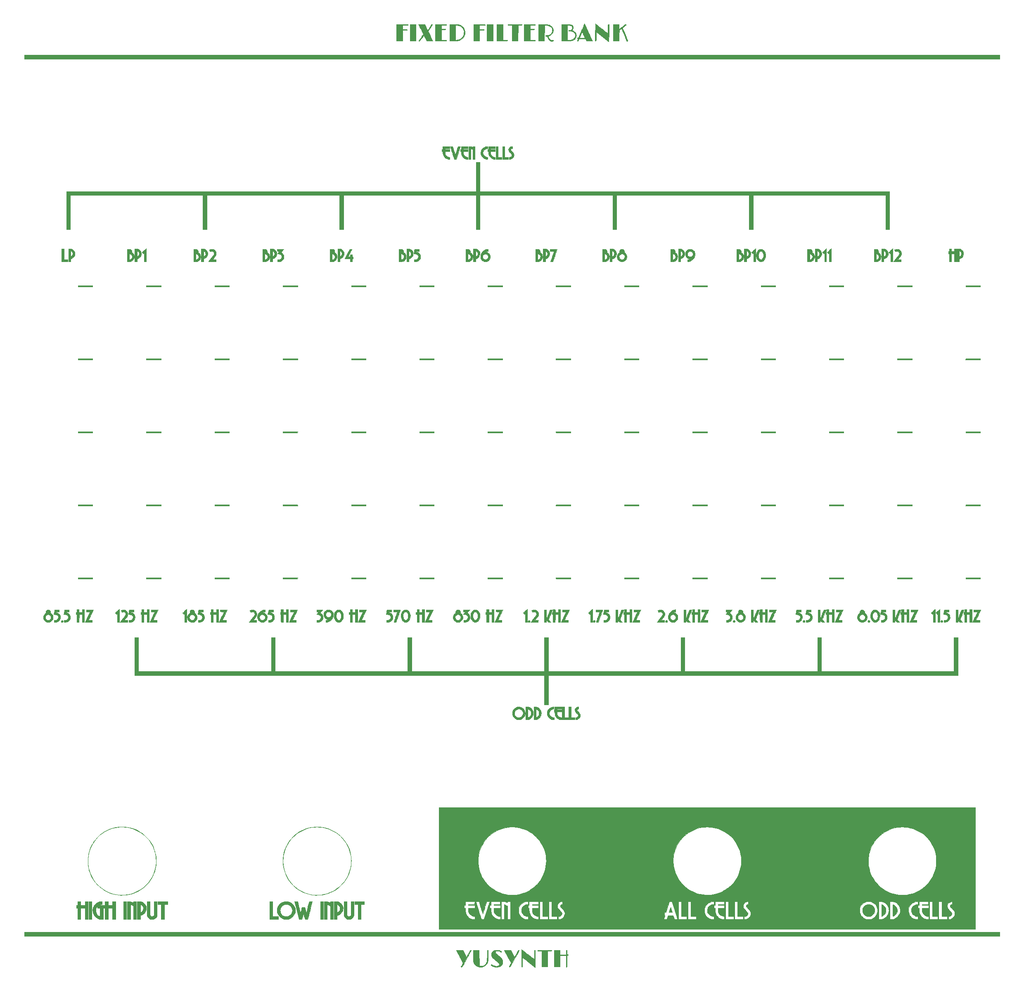
<source format=gbr>
G04 #@! TF.GenerationSoftware,KiCad,Pcbnew,5.1.10-88a1d61d58~90~ubuntu20.04.1*
G04 #@! TF.CreationDate,2021-09-22T19:39:52-04:00*
G04 #@! TF.ProjectId,ysFFB-panel,79734646-422d-4706-916e-656c2e6b6963,rev?*
G04 #@! TF.SameCoordinates,Original*
G04 #@! TF.FileFunction,Legend,Top*
G04 #@! TF.FilePolarity,Positive*
%FSLAX46Y46*%
G04 Gerber Fmt 4.6, Leading zero omitted, Abs format (unit mm)*
G04 Created by KiCad (PCBNEW 5.1.10-88a1d61d58~90~ubuntu20.04.1) date 2021-09-22 19:39:52*
%MOMM*%
%LPD*%
G01*
G04 APERTURE LIST*
%ADD10C,0.010000*%
G04 APERTURE END LIST*
D10*
G36*
X101972830Y-193182838D02*
G01*
X102031749Y-193227233D01*
X102123666Y-193297969D01*
X102245205Y-193392403D01*
X102392985Y-193507894D01*
X102563629Y-193641799D01*
X102753759Y-193791477D01*
X102959996Y-193954284D01*
X103178962Y-194127580D01*
X103249412Y-194183426D01*
X103471831Y-194359510D01*
X103682753Y-194525917D01*
X103878778Y-194680003D01*
X104056507Y-194819123D01*
X104212543Y-194940634D01*
X104343487Y-195041891D01*
X104445940Y-195120251D01*
X104516503Y-195173069D01*
X104551778Y-195197700D01*
X104555013Y-195199200D01*
X104561607Y-195174117D01*
X104566392Y-195100073D01*
X104569347Y-194978876D01*
X104570452Y-194812333D01*
X104569685Y-194602252D01*
X104567026Y-194350441D01*
X104565758Y-194260346D01*
X104562328Y-194009689D01*
X104560281Y-193805294D01*
X104559710Y-193642643D01*
X104560712Y-193517214D01*
X104563380Y-193424486D01*
X104567810Y-193359939D01*
X104574098Y-193319053D01*
X104582337Y-193297307D01*
X104586088Y-193293047D01*
X104640404Y-193276258D01*
X104698988Y-193295626D01*
X104740929Y-193343189D01*
X104744905Y-193353523D01*
X104747705Y-193387733D01*
X104749999Y-193468426D01*
X104751774Y-193591287D01*
X104753018Y-193752003D01*
X104753719Y-193946259D01*
X104753866Y-194169740D01*
X104753446Y-194418131D01*
X104752448Y-194687120D01*
X104750859Y-194972390D01*
X104749800Y-195125255D01*
X104737100Y-196842010D01*
X103448525Y-195830105D01*
X103225326Y-195654985D01*
X103013980Y-195489468D01*
X102817859Y-195336174D01*
X102640333Y-195197723D01*
X102484773Y-195076737D01*
X102354551Y-194975836D01*
X102253038Y-194897640D01*
X102183605Y-194844769D01*
X102149624Y-194819845D01*
X102146775Y-194818200D01*
X102143790Y-194842667D01*
X102141042Y-194912341D01*
X102138609Y-195021629D01*
X102136570Y-195164937D01*
X102135003Y-195336673D01*
X102133987Y-195531242D01*
X102133601Y-195743053D01*
X102133600Y-195757106D01*
X102133524Y-196000165D01*
X102133119Y-196197393D01*
X102132119Y-196353755D01*
X102130258Y-196474220D01*
X102127271Y-196563755D01*
X102122890Y-196627329D01*
X102116850Y-196669907D01*
X102108885Y-196696459D01*
X102098730Y-196711952D01*
X102086117Y-196721352D01*
X102081840Y-196723713D01*
X102018615Y-196739300D01*
X101959692Y-196726757D01*
X101926444Y-196690650D01*
X101926396Y-196690483D01*
X101924121Y-196657270D01*
X101922410Y-196579140D01*
X101921231Y-196461072D01*
X101920548Y-196308046D01*
X101920330Y-196125040D01*
X101920540Y-195917036D01*
X101921147Y-195689012D01*
X101922116Y-195445948D01*
X101923414Y-195192824D01*
X101925006Y-194934620D01*
X101926859Y-194676314D01*
X101928939Y-194422887D01*
X101931213Y-194179319D01*
X101933646Y-193950588D01*
X101936205Y-193741675D01*
X101938855Y-193557559D01*
X101941564Y-193403220D01*
X101944298Y-193283637D01*
X101947022Y-193203790D01*
X101949703Y-193168659D01*
X101950289Y-193167426D01*
X101972830Y-193182838D01*
G37*
X101972830Y-193182838D02*
X102031749Y-193227233D01*
X102123666Y-193297969D01*
X102245205Y-193392403D01*
X102392985Y-193507894D01*
X102563629Y-193641799D01*
X102753759Y-193791477D01*
X102959996Y-193954284D01*
X103178962Y-194127580D01*
X103249412Y-194183426D01*
X103471831Y-194359510D01*
X103682753Y-194525917D01*
X103878778Y-194680003D01*
X104056507Y-194819123D01*
X104212543Y-194940634D01*
X104343487Y-195041891D01*
X104445940Y-195120251D01*
X104516503Y-195173069D01*
X104551778Y-195197700D01*
X104555013Y-195199200D01*
X104561607Y-195174117D01*
X104566392Y-195100073D01*
X104569347Y-194978876D01*
X104570452Y-194812333D01*
X104569685Y-194602252D01*
X104567026Y-194350441D01*
X104565758Y-194260346D01*
X104562328Y-194009689D01*
X104560281Y-193805294D01*
X104559710Y-193642643D01*
X104560712Y-193517214D01*
X104563380Y-193424486D01*
X104567810Y-193359939D01*
X104574098Y-193319053D01*
X104582337Y-193297307D01*
X104586088Y-193293047D01*
X104640404Y-193276258D01*
X104698988Y-193295626D01*
X104740929Y-193343189D01*
X104744905Y-193353523D01*
X104747705Y-193387733D01*
X104749999Y-193468426D01*
X104751774Y-193591287D01*
X104753018Y-193752003D01*
X104753719Y-193946259D01*
X104753866Y-194169740D01*
X104753446Y-194418131D01*
X104752448Y-194687120D01*
X104750859Y-194972390D01*
X104749800Y-195125255D01*
X104737100Y-196842010D01*
X103448525Y-195830105D01*
X103225326Y-195654985D01*
X103013980Y-195489468D01*
X102817859Y-195336174D01*
X102640333Y-195197723D01*
X102484773Y-195076737D01*
X102354551Y-194975836D01*
X102253038Y-194897640D01*
X102183605Y-194844769D01*
X102149624Y-194819845D01*
X102146775Y-194818200D01*
X102143790Y-194842667D01*
X102141042Y-194912341D01*
X102138609Y-195021629D01*
X102136570Y-195164937D01*
X102135003Y-195336673D01*
X102133987Y-195531242D01*
X102133601Y-195743053D01*
X102133600Y-195757106D01*
X102133524Y-196000165D01*
X102133119Y-196197393D01*
X102132119Y-196353755D01*
X102130258Y-196474220D01*
X102127271Y-196563755D01*
X102122890Y-196627329D01*
X102116850Y-196669907D01*
X102108885Y-196696459D01*
X102098730Y-196711952D01*
X102086117Y-196721352D01*
X102081840Y-196723713D01*
X102018615Y-196739300D01*
X101959692Y-196726757D01*
X101926444Y-196690650D01*
X101926396Y-196690483D01*
X101924121Y-196657270D01*
X101922410Y-196579140D01*
X101921231Y-196461072D01*
X101920548Y-196308046D01*
X101920330Y-196125040D01*
X101920540Y-195917036D01*
X101921147Y-195689012D01*
X101922116Y-195445948D01*
X101923414Y-195192824D01*
X101925006Y-194934620D01*
X101926859Y-194676314D01*
X101928939Y-194422887D01*
X101931213Y-194179319D01*
X101933646Y-193950588D01*
X101936205Y-193741675D01*
X101938855Y-193557559D01*
X101941564Y-193403220D01*
X101944298Y-193283637D01*
X101947022Y-193203790D01*
X101949703Y-193168659D01*
X101950289Y-193167426D01*
X101972830Y-193182838D01*
G36*
X94995763Y-193270198D02*
G01*
X95016398Y-193277298D01*
X95033066Y-193294459D01*
X95046130Y-193326039D01*
X95055952Y-193376396D01*
X95062895Y-193449889D01*
X95067321Y-193550875D01*
X95069592Y-193683713D01*
X95070071Y-193852761D01*
X95069119Y-194062378D01*
X95067100Y-194316922D01*
X95066216Y-194416489D01*
X95063596Y-194694442D01*
X95060717Y-194927198D01*
X95056905Y-195120356D01*
X95051489Y-195279518D01*
X95043794Y-195410285D01*
X95033149Y-195518258D01*
X95018881Y-195609036D01*
X95000316Y-195688221D01*
X94976782Y-195761413D01*
X94947606Y-195834214D01*
X94912116Y-195912224D01*
X94877940Y-195983776D01*
X94752452Y-196188559D01*
X94586798Y-196371572D01*
X94389353Y-196526038D01*
X94168488Y-196645178D01*
X93980007Y-196710648D01*
X93835683Y-196738388D01*
X93663345Y-196755795D01*
X93484937Y-196761754D01*
X93322403Y-196755151D01*
X93257499Y-196747354D01*
X93120728Y-196721819D01*
X93002008Y-196688257D01*
X92879992Y-196639589D01*
X92761000Y-196582689D01*
X92550202Y-196451056D01*
X92371700Y-196282737D01*
X92223871Y-196075779D01*
X92105090Y-195828226D01*
X92081612Y-195765072D01*
X92011700Y-195567500D01*
X92003913Y-194430395D01*
X91996127Y-193293290D01*
X92613513Y-193300095D01*
X93230900Y-193306900D01*
X93256300Y-196558100D01*
X93510300Y-196566238D01*
X93724161Y-196564224D01*
X93904764Y-196541386D01*
X94066262Y-196495146D01*
X94183400Y-196443537D01*
X94365048Y-196328320D01*
X94519001Y-196178036D01*
X94648166Y-195988957D01*
X94755448Y-195757356D01*
X94787173Y-195669100D01*
X94855746Y-195465900D01*
X94862034Y-194402230D01*
X94863775Y-194132839D01*
X94865801Y-193909866D01*
X94868532Y-193728928D01*
X94872389Y-193585643D01*
X94877792Y-193475630D01*
X94885162Y-193394504D01*
X94894920Y-193337886D01*
X94907486Y-193301391D01*
X94923280Y-193280639D01*
X94942724Y-193271246D01*
X94966237Y-193268831D01*
X94970800Y-193268800D01*
X94995763Y-193270198D01*
G37*
X94995763Y-193270198D02*
X95016398Y-193277298D01*
X95033066Y-193294459D01*
X95046130Y-193326039D01*
X95055952Y-193376396D01*
X95062895Y-193449889D01*
X95067321Y-193550875D01*
X95069592Y-193683713D01*
X95070071Y-193852761D01*
X95069119Y-194062378D01*
X95067100Y-194316922D01*
X95066216Y-194416489D01*
X95063596Y-194694442D01*
X95060717Y-194927198D01*
X95056905Y-195120356D01*
X95051489Y-195279518D01*
X95043794Y-195410285D01*
X95033149Y-195518258D01*
X95018881Y-195609036D01*
X95000316Y-195688221D01*
X94976782Y-195761413D01*
X94947606Y-195834214D01*
X94912116Y-195912224D01*
X94877940Y-195983776D01*
X94752452Y-196188559D01*
X94586798Y-196371572D01*
X94389353Y-196526038D01*
X94168488Y-196645178D01*
X93980007Y-196710648D01*
X93835683Y-196738388D01*
X93663345Y-196755795D01*
X93484937Y-196761754D01*
X93322403Y-196755151D01*
X93257499Y-196747354D01*
X93120728Y-196721819D01*
X93002008Y-196688257D01*
X92879992Y-196639589D01*
X92761000Y-196582689D01*
X92550202Y-196451056D01*
X92371700Y-196282737D01*
X92223871Y-196075779D01*
X92105090Y-195828226D01*
X92081612Y-195765072D01*
X92011700Y-195567500D01*
X92003913Y-194430395D01*
X91996127Y-193293290D01*
X92613513Y-193300095D01*
X93230900Y-193306900D01*
X93256300Y-196558100D01*
X93510300Y-196566238D01*
X93724161Y-196564224D01*
X93904764Y-196541386D01*
X94066262Y-196495146D01*
X94183400Y-196443537D01*
X94365048Y-196328320D01*
X94519001Y-196178036D01*
X94648166Y-195988957D01*
X94755448Y-195757356D01*
X94787173Y-195669100D01*
X94855746Y-195465900D01*
X94862034Y-194402230D01*
X94863775Y-194132839D01*
X94865801Y-193909866D01*
X94868532Y-193728928D01*
X94872389Y-193585643D01*
X94877792Y-193475630D01*
X94885162Y-193394504D01*
X94894920Y-193337886D01*
X94907486Y-193301391D01*
X94923280Y-193280639D01*
X94942724Y-193271246D01*
X94966237Y-193268831D01*
X94970800Y-193268800D01*
X94995763Y-193270198D01*
G36*
X96989519Y-193271136D02*
G01*
X97144323Y-193280420D01*
X97261899Y-193297276D01*
X97402501Y-193335909D01*
X97534237Y-193388253D01*
X97649086Y-193449329D01*
X97739027Y-193514157D01*
X97796037Y-193577759D01*
X97812095Y-193635154D01*
X97811548Y-193638461D01*
X97779016Y-193698173D01*
X97721131Y-193720714D01*
X97652698Y-193700600D01*
X97594434Y-193664240D01*
X97516977Y-193616039D01*
X97480841Y-193593590D01*
X97314098Y-193515405D01*
X97119010Y-193466196D01*
X96911223Y-193449533D01*
X96856093Y-193451021D01*
X96755566Y-193458012D01*
X96691040Y-193469686D01*
X96647719Y-193490791D01*
X96610804Y-193526080D01*
X96606357Y-193531198D01*
X96554733Y-193623046D01*
X96553065Y-193721903D01*
X96581798Y-193797111D01*
X96626660Y-193859598D01*
X96707569Y-193948172D01*
X96819955Y-194058413D01*
X96959246Y-194185897D01*
X97120873Y-194326201D01*
X97179967Y-194375927D01*
X97418472Y-194582569D01*
X97614806Y-194769893D01*
X97771970Y-194941820D01*
X97892965Y-195102274D01*
X97980792Y-195255177D01*
X98038452Y-195404451D01*
X98066442Y-195534629D01*
X98075269Y-195763313D01*
X98037692Y-195979290D01*
X97955453Y-196177148D01*
X97830295Y-196351475D01*
X97789964Y-196393228D01*
X97665351Y-196493527D01*
X97509038Y-196588109D01*
X97339935Y-196666896D01*
X97177187Y-196719755D01*
X97043498Y-196742540D01*
X96881379Y-196756736D01*
X96712500Y-196761478D01*
X96558532Y-196755907D01*
X96483088Y-196747374D01*
X96234560Y-196694283D01*
X96013814Y-196618362D01*
X95828799Y-196522724D01*
X95735065Y-196454508D01*
X95680256Y-196398307D01*
X95660869Y-196343786D01*
X95661594Y-196307051D01*
X95684459Y-196241442D01*
X95734695Y-196217028D01*
X95809938Y-196233812D01*
X95907823Y-196291799D01*
X95927492Y-196306481D01*
X96070460Y-196402412D01*
X96223266Y-196474303D01*
X96406263Y-196531727D01*
X96406476Y-196531782D01*
X96541187Y-196556366D01*
X96696805Y-196568465D01*
X96855724Y-196568107D01*
X97000340Y-196555325D01*
X97111812Y-196530572D01*
X97220429Y-196476298D01*
X97308791Y-196399538D01*
X97366534Y-196311531D01*
X97383800Y-196235597D01*
X97379155Y-196179496D01*
X97362929Y-196123404D01*
X97331685Y-196063733D01*
X97281985Y-195996896D01*
X97210394Y-195919307D01*
X97113474Y-195827378D01*
X96987787Y-195717521D01*
X96829898Y-195586149D01*
X96636368Y-195429675D01*
X96531144Y-195345664D01*
X96322524Y-195173609D01*
X96153965Y-195020191D01*
X96020890Y-194879802D01*
X95918719Y-194746832D01*
X95842875Y-194615669D01*
X95788780Y-194480706D01*
X95768851Y-194411587D01*
X95738918Y-194202163D01*
X95756413Y-194003332D01*
X95818354Y-193819401D01*
X95921760Y-193654677D01*
X96063650Y-193513467D01*
X96241041Y-193400079D01*
X96450953Y-193318819D01*
X96540500Y-193296869D01*
X96667437Y-193279348D01*
X96823833Y-193270775D01*
X96989519Y-193271136D01*
G37*
X96989519Y-193271136D02*
X97144323Y-193280420D01*
X97261899Y-193297276D01*
X97402501Y-193335909D01*
X97534237Y-193388253D01*
X97649086Y-193449329D01*
X97739027Y-193514157D01*
X97796037Y-193577759D01*
X97812095Y-193635154D01*
X97811548Y-193638461D01*
X97779016Y-193698173D01*
X97721131Y-193720714D01*
X97652698Y-193700600D01*
X97594434Y-193664240D01*
X97516977Y-193616039D01*
X97480841Y-193593590D01*
X97314098Y-193515405D01*
X97119010Y-193466196D01*
X96911223Y-193449533D01*
X96856093Y-193451021D01*
X96755566Y-193458012D01*
X96691040Y-193469686D01*
X96647719Y-193490791D01*
X96610804Y-193526080D01*
X96606357Y-193531198D01*
X96554733Y-193623046D01*
X96553065Y-193721903D01*
X96581798Y-193797111D01*
X96626660Y-193859598D01*
X96707569Y-193948172D01*
X96819955Y-194058413D01*
X96959246Y-194185897D01*
X97120873Y-194326201D01*
X97179967Y-194375927D01*
X97418472Y-194582569D01*
X97614806Y-194769893D01*
X97771970Y-194941820D01*
X97892965Y-195102274D01*
X97980792Y-195255177D01*
X98038452Y-195404451D01*
X98066442Y-195534629D01*
X98075269Y-195763313D01*
X98037692Y-195979290D01*
X97955453Y-196177148D01*
X97830295Y-196351475D01*
X97789964Y-196393228D01*
X97665351Y-196493527D01*
X97509038Y-196588109D01*
X97339935Y-196666896D01*
X97177187Y-196719755D01*
X97043498Y-196742540D01*
X96881379Y-196756736D01*
X96712500Y-196761478D01*
X96558532Y-196755907D01*
X96483088Y-196747374D01*
X96234560Y-196694283D01*
X96013814Y-196618362D01*
X95828799Y-196522724D01*
X95735065Y-196454508D01*
X95680256Y-196398307D01*
X95660869Y-196343786D01*
X95661594Y-196307051D01*
X95684459Y-196241442D01*
X95734695Y-196217028D01*
X95809938Y-196233812D01*
X95907823Y-196291799D01*
X95927492Y-196306481D01*
X96070460Y-196402412D01*
X96223266Y-196474303D01*
X96406263Y-196531727D01*
X96406476Y-196531782D01*
X96541187Y-196556366D01*
X96696805Y-196568465D01*
X96855724Y-196568107D01*
X97000340Y-196555325D01*
X97111812Y-196530572D01*
X97220429Y-196476298D01*
X97308791Y-196399538D01*
X97366534Y-196311531D01*
X97383800Y-196235597D01*
X97379155Y-196179496D01*
X97362929Y-196123404D01*
X97331685Y-196063733D01*
X97281985Y-195996896D01*
X97210394Y-195919307D01*
X97113474Y-195827378D01*
X96987787Y-195717521D01*
X96829898Y-195586149D01*
X96636368Y-195429675D01*
X96531144Y-195345664D01*
X96322524Y-195173609D01*
X96153965Y-195020191D01*
X96020890Y-194879802D01*
X95918719Y-194746832D01*
X95842875Y-194615669D01*
X95788780Y-194480706D01*
X95768851Y-194411587D01*
X95738918Y-194202163D01*
X95756413Y-194003332D01*
X95818354Y-193819401D01*
X95921760Y-193654677D01*
X96063650Y-193513467D01*
X96241041Y-193400079D01*
X96450953Y-193318819D01*
X96540500Y-193296869D01*
X96667437Y-193279348D01*
X96823833Y-193270775D01*
X96989519Y-193271136D01*
G36*
X91520521Y-193287797D02*
G01*
X91530318Y-193295211D01*
X91562102Y-193344765D01*
X91558850Y-193416230D01*
X91520083Y-193516157D01*
X91513129Y-193530161D01*
X91491434Y-193570642D01*
X91447093Y-193651340D01*
X91382367Y-193768201D01*
X91299517Y-193917170D01*
X91200807Y-194094191D01*
X91088498Y-194295207D01*
X90964852Y-194516165D01*
X90832132Y-194753008D01*
X90692600Y-195001681D01*
X90652999Y-195072200D01*
X90512458Y-195322526D01*
X90378447Y-195561432D01*
X90253181Y-195784957D01*
X90138873Y-195989140D01*
X90037737Y-196170021D01*
X89951988Y-196323638D01*
X89883839Y-196446031D01*
X89835505Y-196533239D01*
X89809200Y-196581302D01*
X89805962Y-196587443D01*
X89740903Y-196687481D01*
X89673423Y-196740303D01*
X89606007Y-196744734D01*
X89549714Y-196708685D01*
X89520814Y-196670577D01*
X89514257Y-196628684D01*
X89532925Y-196574331D01*
X89579705Y-196498838D01*
X89652164Y-196400484D01*
X89709045Y-196320402D01*
X89776324Y-196217648D01*
X89839772Y-196113982D01*
X89841813Y-196110495D01*
X89945091Y-195933659D01*
X89232145Y-194626851D01*
X89102843Y-194389623D01*
X88981090Y-194165817D01*
X88869018Y-193959381D01*
X88768762Y-193774265D01*
X88682453Y-193614420D01*
X88612225Y-193483793D01*
X88560211Y-193386336D01*
X88528543Y-193325997D01*
X88519200Y-193306720D01*
X88543520Y-193303484D01*
X88612171Y-193301011D01*
X88718691Y-193299360D01*
X88856614Y-193298593D01*
X89019478Y-193298769D01*
X89200818Y-193299950D01*
X89222024Y-193300148D01*
X89924848Y-193306900D01*
X90257192Y-194009751D01*
X90340302Y-194185022D01*
X90416722Y-194345241D01*
X90483693Y-194484696D01*
X90538452Y-194597674D01*
X90578240Y-194678459D01*
X90600295Y-194721340D01*
X90603576Y-194726642D01*
X90619259Y-194709630D01*
X90655338Y-194654487D01*
X90708091Y-194567796D01*
X90773797Y-194456137D01*
X90848736Y-194326092D01*
X90929188Y-194184241D01*
X91011430Y-194037166D01*
X91091743Y-193891448D01*
X91166406Y-193753668D01*
X91231699Y-193630407D01*
X91283899Y-193528247D01*
X91301712Y-193491780D01*
X91365118Y-193373191D01*
X91420619Y-193301471D01*
X91471369Y-193273911D01*
X91520521Y-193287797D01*
G37*
X91520521Y-193287797D02*
X91530318Y-193295211D01*
X91562102Y-193344765D01*
X91558850Y-193416230D01*
X91520083Y-193516157D01*
X91513129Y-193530161D01*
X91491434Y-193570642D01*
X91447093Y-193651340D01*
X91382367Y-193768201D01*
X91299517Y-193917170D01*
X91200807Y-194094191D01*
X91088498Y-194295207D01*
X90964852Y-194516165D01*
X90832132Y-194753008D01*
X90692600Y-195001681D01*
X90652999Y-195072200D01*
X90512458Y-195322526D01*
X90378447Y-195561432D01*
X90253181Y-195784957D01*
X90138873Y-195989140D01*
X90037737Y-196170021D01*
X89951988Y-196323638D01*
X89883839Y-196446031D01*
X89835505Y-196533239D01*
X89809200Y-196581302D01*
X89805962Y-196587443D01*
X89740903Y-196687481D01*
X89673423Y-196740303D01*
X89606007Y-196744734D01*
X89549714Y-196708685D01*
X89520814Y-196670577D01*
X89514257Y-196628684D01*
X89532925Y-196574331D01*
X89579705Y-196498838D01*
X89652164Y-196400484D01*
X89709045Y-196320402D01*
X89776324Y-196217648D01*
X89839772Y-196113982D01*
X89841813Y-196110495D01*
X89945091Y-195933659D01*
X89232145Y-194626851D01*
X89102843Y-194389623D01*
X88981090Y-194165817D01*
X88869018Y-193959381D01*
X88768762Y-193774265D01*
X88682453Y-193614420D01*
X88612225Y-193483793D01*
X88560211Y-193386336D01*
X88528543Y-193325997D01*
X88519200Y-193306720D01*
X88543520Y-193303484D01*
X88612171Y-193301011D01*
X88718691Y-193299360D01*
X88856614Y-193298593D01*
X89019478Y-193298769D01*
X89200818Y-193299950D01*
X89222024Y-193300148D01*
X89924848Y-193306900D01*
X90257192Y-194009751D01*
X90340302Y-194185022D01*
X90416722Y-194345241D01*
X90483693Y-194484696D01*
X90538452Y-194597674D01*
X90578240Y-194678459D01*
X90600295Y-194721340D01*
X90603576Y-194726642D01*
X90619259Y-194709630D01*
X90655338Y-194654487D01*
X90708091Y-194567796D01*
X90773797Y-194456137D01*
X90848736Y-194326092D01*
X90929188Y-194184241D01*
X91011430Y-194037166D01*
X91091743Y-193891448D01*
X91166406Y-193753668D01*
X91231699Y-193630407D01*
X91283899Y-193528247D01*
X91301712Y-193491780D01*
X91365118Y-193373191D01*
X91420619Y-193301471D01*
X91471369Y-193273911D01*
X91520521Y-193287797D01*
G36*
X101341937Y-193280147D02*
G01*
X101342238Y-193280242D01*
X101392134Y-193318325D01*
X101403077Y-193386953D01*
X101374705Y-193483641D01*
X101372475Y-193488663D01*
X101352526Y-193527533D01*
X101309848Y-193606604D01*
X101246686Y-193721836D01*
X101165282Y-193869192D01*
X101067879Y-194044634D01*
X100956722Y-194244121D01*
X100834052Y-194463617D01*
X100702114Y-194699083D01*
X100563151Y-194946480D01*
X100528149Y-195008700D01*
X100387047Y-195259658D01*
X100251790Y-195500615D01*
X100124703Y-195727405D01*
X100008110Y-195935860D01*
X99904337Y-196121815D01*
X99815709Y-196281101D01*
X99744548Y-196409552D01*
X99693182Y-196503001D01*
X99663933Y-196557282D01*
X99660706Y-196563537D01*
X99594590Y-196668670D01*
X99526024Y-196731595D01*
X99459229Y-196749853D01*
X99398425Y-196720982D01*
X99395480Y-196718120D01*
X99371236Y-196679187D01*
X99370695Y-196628402D01*
X99396277Y-196558910D01*
X99450399Y-196463859D01*
X99524701Y-196351968D01*
X99595586Y-196245974D01*
X99659948Y-196143959D01*
X99709240Y-196059772D01*
X99730118Y-196019055D01*
X99775835Y-195917673D01*
X99091582Y-194663086D01*
X98963954Y-194429043D01*
X98843007Y-194207183D01*
X98731043Y-194001733D01*
X98630361Y-193816916D01*
X98543263Y-193656957D01*
X98472049Y-193526083D01*
X98419020Y-193428516D01*
X98386476Y-193368484D01*
X98377271Y-193351350D01*
X98347212Y-193294200D01*
X99759007Y-193294200D01*
X100100335Y-194018248D01*
X100184267Y-194194571D01*
X100261808Y-194354184D01*
X100330253Y-194491775D01*
X100386898Y-194602032D01*
X100429036Y-194679643D01*
X100453964Y-194719296D01*
X100459279Y-194723098D01*
X100480361Y-194691377D01*
X100521507Y-194622221D01*
X100578686Y-194522915D01*
X100647862Y-194400744D01*
X100725003Y-194262993D01*
X100806074Y-194116947D01*
X100887042Y-193969891D01*
X100963874Y-193829110D01*
X101032534Y-193701890D01*
X101088991Y-193595514D01*
X101129209Y-193517268D01*
X101144228Y-193486061D01*
X101199617Y-193375108D01*
X101247397Y-193307582D01*
X101293021Y-193277817D01*
X101341937Y-193280147D01*
G37*
X101341937Y-193280147D02*
X101342238Y-193280242D01*
X101392134Y-193318325D01*
X101403077Y-193386953D01*
X101374705Y-193483641D01*
X101372475Y-193488663D01*
X101352526Y-193527533D01*
X101309848Y-193606604D01*
X101246686Y-193721836D01*
X101165282Y-193869192D01*
X101067879Y-194044634D01*
X100956722Y-194244121D01*
X100834052Y-194463617D01*
X100702114Y-194699083D01*
X100563151Y-194946480D01*
X100528149Y-195008700D01*
X100387047Y-195259658D01*
X100251790Y-195500615D01*
X100124703Y-195727405D01*
X100008110Y-195935860D01*
X99904337Y-196121815D01*
X99815709Y-196281101D01*
X99744548Y-196409552D01*
X99693182Y-196503001D01*
X99663933Y-196557282D01*
X99660706Y-196563537D01*
X99594590Y-196668670D01*
X99526024Y-196731595D01*
X99459229Y-196749853D01*
X99398425Y-196720982D01*
X99395480Y-196718120D01*
X99371236Y-196679187D01*
X99370695Y-196628402D01*
X99396277Y-196558910D01*
X99450399Y-196463859D01*
X99524701Y-196351968D01*
X99595586Y-196245974D01*
X99659948Y-196143959D01*
X99709240Y-196059772D01*
X99730118Y-196019055D01*
X99775835Y-195917673D01*
X99091582Y-194663086D01*
X98963954Y-194429043D01*
X98843007Y-194207183D01*
X98731043Y-194001733D01*
X98630361Y-193816916D01*
X98543263Y-193656957D01*
X98472049Y-193526083D01*
X98419020Y-193428516D01*
X98386476Y-193368484D01*
X98377271Y-193351350D01*
X98347212Y-193294200D01*
X99759007Y-193294200D01*
X100100335Y-194018248D01*
X100184267Y-194194571D01*
X100261808Y-194354184D01*
X100330253Y-194491775D01*
X100386898Y-194602032D01*
X100429036Y-194679643D01*
X100453964Y-194719296D01*
X100459279Y-194723098D01*
X100480361Y-194691377D01*
X100521507Y-194622221D01*
X100578686Y-194522915D01*
X100647862Y-194400744D01*
X100725003Y-194262993D01*
X100806074Y-194116947D01*
X100887042Y-193969891D01*
X100963874Y-193829110D01*
X101032534Y-193701890D01*
X101088991Y-193595514D01*
X101129209Y-193517268D01*
X101144228Y-193486061D01*
X101199617Y-193375108D01*
X101247397Y-193307582D01*
X101293021Y-193277817D01*
X101341937Y-193280147D01*
G36*
X111192528Y-193302315D02*
G01*
X111227875Y-193341360D01*
X111230486Y-193352243D01*
X111231349Y-193387214D01*
X111231315Y-193463486D01*
X111230449Y-193571566D01*
X111228813Y-193701964D01*
X111227579Y-193781639D01*
X111220985Y-194180179D01*
X111344542Y-194188039D01*
X111419202Y-194195402D01*
X111457174Y-194210612D01*
X111472568Y-194242000D01*
X111476135Y-194265737D01*
X111471483Y-194322397D01*
X111431596Y-194355129D01*
X111417332Y-194360987D01*
X111342276Y-194380676D01*
X111287520Y-194386400D01*
X111224549Y-194386400D01*
X111228096Y-195530228D01*
X111228648Y-195819507D01*
X111228302Y-196061391D01*
X111226980Y-196259278D01*
X111224602Y-196416567D01*
X111221090Y-196536656D01*
X111216365Y-196622944D01*
X111210348Y-196678828D01*
X111202961Y-196707708D01*
X111200712Y-196711328D01*
X111150874Y-196743043D01*
X111094675Y-196744139D01*
X111058973Y-196718787D01*
X111055312Y-196687953D01*
X111052160Y-196611547D01*
X111049573Y-196494797D01*
X111047603Y-196342928D01*
X111046306Y-196161167D01*
X111045735Y-195954741D01*
X111045945Y-195728876D01*
X111046711Y-195537687D01*
X111052875Y-194386400D01*
X109829800Y-194386400D01*
X109829800Y-196723200D01*
X108610600Y-196723200D01*
X108610600Y-193294200D01*
X109829800Y-193294200D01*
X109829800Y-194208600D01*
X111056363Y-194208600D01*
X111042995Y-193763380D01*
X111038494Y-193602618D01*
X111036453Y-193485229D01*
X111037414Y-193403820D01*
X111041916Y-193351002D01*
X111050500Y-193319382D01*
X111063707Y-193301569D01*
X111077413Y-193292586D01*
X111134876Y-193283135D01*
X111192528Y-193302315D01*
G37*
X111192528Y-193302315D02*
X111227875Y-193341360D01*
X111230486Y-193352243D01*
X111231349Y-193387214D01*
X111231315Y-193463486D01*
X111230449Y-193571566D01*
X111228813Y-193701964D01*
X111227579Y-193781639D01*
X111220985Y-194180179D01*
X111344542Y-194188039D01*
X111419202Y-194195402D01*
X111457174Y-194210612D01*
X111472568Y-194242000D01*
X111476135Y-194265737D01*
X111471483Y-194322397D01*
X111431596Y-194355129D01*
X111417332Y-194360987D01*
X111342276Y-194380676D01*
X111287520Y-194386400D01*
X111224549Y-194386400D01*
X111228096Y-195530228D01*
X111228648Y-195819507D01*
X111228302Y-196061391D01*
X111226980Y-196259278D01*
X111224602Y-196416567D01*
X111221090Y-196536656D01*
X111216365Y-196622944D01*
X111210348Y-196678828D01*
X111202961Y-196707708D01*
X111200712Y-196711328D01*
X111150874Y-196743043D01*
X111094675Y-196744139D01*
X111058973Y-196718787D01*
X111055312Y-196687953D01*
X111052160Y-196611547D01*
X111049573Y-196494797D01*
X111047603Y-196342928D01*
X111046306Y-196161167D01*
X111045735Y-195954741D01*
X111045945Y-195728876D01*
X111046711Y-195537687D01*
X111052875Y-194386400D01*
X109829800Y-194386400D01*
X109829800Y-196723200D01*
X108610600Y-196723200D01*
X108610600Y-193294200D01*
X109829800Y-193294200D01*
X109829800Y-194208600D01*
X111056363Y-194208600D01*
X111042995Y-193763380D01*
X111038494Y-193602618D01*
X111036453Y-193485229D01*
X111037414Y-193403820D01*
X111041916Y-193351002D01*
X111050500Y-193319382D01*
X111063707Y-193301569D01*
X111077413Y-193292586D01*
X111134876Y-193283135D01*
X111192528Y-193302315D01*
G36*
X107878594Y-193287431D02*
G01*
X107977680Y-193287973D01*
X108033262Y-193289031D01*
X108043486Y-193289813D01*
X108081807Y-193321958D01*
X108087231Y-193375039D01*
X108061788Y-193424196D01*
X108038673Y-193443046D01*
X108003292Y-193456506D01*
X107947056Y-193465721D01*
X107861376Y-193471840D01*
X107737664Y-193476007D01*
X107661126Y-193477672D01*
X107302500Y-193484700D01*
X107295961Y-195103950D01*
X107289423Y-196723200D01*
X106070976Y-196723200D01*
X106057900Y-193484700D01*
X105880100Y-193476928D01*
X105762226Y-193476759D01*
X105624213Y-193483789D01*
X105496122Y-193496475D01*
X105394841Y-193507445D01*
X105309909Y-193512198D01*
X105256322Y-193510016D01*
X105249439Y-193508250D01*
X105203367Y-193467598D01*
X105190825Y-193407558D01*
X105216190Y-193350343D01*
X105217965Y-193348517D01*
X105231165Y-193339351D01*
X105253706Y-193331510D01*
X105289613Y-193324838D01*
X105342911Y-193319182D01*
X105417626Y-193314388D01*
X105517784Y-193310302D01*
X105647410Y-193306769D01*
X105810528Y-193303635D01*
X106011166Y-193300747D01*
X106253348Y-193297950D01*
X106541100Y-193295090D01*
X106636625Y-193294200D01*
X106896937Y-193291953D01*
X107142259Y-193290134D01*
X107367837Y-193288758D01*
X107568921Y-193287839D01*
X107740757Y-193287392D01*
X107878594Y-193287431D01*
G37*
X107878594Y-193287431D02*
X107977680Y-193287973D01*
X108033262Y-193289031D01*
X108043486Y-193289813D01*
X108081807Y-193321958D01*
X108087231Y-193375039D01*
X108061788Y-193424196D01*
X108038673Y-193443046D01*
X108003292Y-193456506D01*
X107947056Y-193465721D01*
X107861376Y-193471840D01*
X107737664Y-193476007D01*
X107661126Y-193477672D01*
X107302500Y-193484700D01*
X107295961Y-195103950D01*
X107289423Y-196723200D01*
X106070976Y-196723200D01*
X106057900Y-193484700D01*
X105880100Y-193476928D01*
X105762226Y-193476759D01*
X105624213Y-193483789D01*
X105496122Y-193496475D01*
X105394841Y-193507445D01*
X105309909Y-193512198D01*
X105256322Y-193510016D01*
X105249439Y-193508250D01*
X105203367Y-193467598D01*
X105190825Y-193407558D01*
X105216190Y-193350343D01*
X105217965Y-193348517D01*
X105231165Y-193339351D01*
X105253706Y-193331510D01*
X105289613Y-193324838D01*
X105342911Y-193319182D01*
X105417626Y-193314388D01*
X105517784Y-193310302D01*
X105647410Y-193306769D01*
X105810528Y-193303635D01*
X106011166Y-193300747D01*
X106253348Y-193297950D01*
X106541100Y-193295090D01*
X106636625Y-193294200D01*
X106896937Y-193291953D01*
X107142259Y-193290134D01*
X107367837Y-193288758D01*
X107568921Y-193287839D01*
X107740757Y-193287392D01*
X107878594Y-193287431D01*
G36*
X199999800Y-190398600D02*
G01*
X200Y-190398600D01*
X200Y-189611200D01*
X199999800Y-189611200D01*
X199999800Y-190398600D01*
G37*
X199999800Y-190398600D02*
X200Y-190398600D01*
X200Y-189611200D01*
X199999800Y-189611200D01*
X199999800Y-190398600D01*
G36*
X194996000Y-189001600D02*
G01*
X84988600Y-189001600D01*
X84988600Y-184099400D01*
X90195600Y-184099400D01*
X90195600Y-184709000D01*
X90391035Y-184709000D01*
X90406501Y-185070950D01*
X90419717Y-185285437D01*
X90440899Y-185462684D01*
X90472796Y-185615984D01*
X90518156Y-185758627D01*
X90577949Y-185900093D01*
X90723831Y-186158415D01*
X90905478Y-186388832D01*
X91117377Y-186587622D01*
X91354015Y-186751058D01*
X91609879Y-186875418D01*
X91879453Y-186956976D01*
X92157227Y-186992008D01*
X92195850Y-186992980D01*
X92354600Y-186995000D01*
X92354600Y-186385400D01*
X92279650Y-186385400D01*
X92075685Y-186362086D01*
X91867030Y-186296248D01*
X91663516Y-186194043D01*
X91474974Y-186061626D01*
X91311236Y-185905154D01*
X91182134Y-185730783D01*
X91154062Y-185680610D01*
X91090983Y-185544501D01*
X91047983Y-185411140D01*
X91022029Y-185265837D01*
X91010094Y-185093902D01*
X91008400Y-184974449D01*
X91008400Y-184709000D01*
X92354600Y-184709000D01*
X92354600Y-184099400D01*
X91008400Y-184099400D01*
X91008400Y-183897057D01*
X91662450Y-183890278D01*
X92316500Y-183883500D01*
X92330812Y-183286600D01*
X90398800Y-183286600D01*
X90398800Y-184099400D01*
X90195600Y-184099400D01*
X84988600Y-184099400D01*
X84988600Y-183285103D01*
X92535225Y-183285103D01*
X92583647Y-183431901D01*
X92599493Y-183481110D01*
X92629133Y-183574339D01*
X92671164Y-183707135D01*
X92724181Y-183875044D01*
X92786781Y-184073615D01*
X92857560Y-184298392D01*
X92935116Y-184544924D01*
X93018044Y-184808756D01*
X93104942Y-185085436D01*
X93142253Y-185204300D01*
X93229690Y-185482890D01*
X93313175Y-185748863D01*
X93391377Y-185997982D01*
X93462965Y-186226009D01*
X93526609Y-186428708D01*
X93580979Y-186601842D01*
X93624744Y-186741173D01*
X93656574Y-186842464D01*
X93675138Y-186901479D01*
X93678864Y-186913286D01*
X93705291Y-186996673D01*
X93972451Y-186989486D01*
X94239611Y-186982300D01*
X94804062Y-185191600D01*
X94895967Y-184900066D01*
X94983723Y-184621753D01*
X95066088Y-184360596D01*
X95141821Y-184120530D01*
X95148488Y-184099400D01*
X95428000Y-184099400D01*
X95428000Y-184709000D01*
X95656600Y-184709000D01*
X95656600Y-185047836D01*
X95668326Y-185328492D01*
X95705920Y-185574958D01*
X95773004Y-185798715D01*
X95873203Y-186011243D01*
X96010139Y-186224024D01*
X96041020Y-186265977D01*
X96225683Y-186472910D01*
X96444616Y-186651565D01*
X96689069Y-186797402D01*
X96950294Y-186905880D01*
X97219543Y-186972458D01*
X97440950Y-186992613D01*
X97587000Y-186995000D01*
X97764800Y-186995000D01*
X98374400Y-186995000D01*
X98374400Y-183918176D01*
X98431550Y-183935037D01*
X98552851Y-183980397D01*
X98690351Y-184046437D01*
X98821065Y-184121508D01*
X98885144Y-184164914D01*
X99009400Y-184256126D01*
X99009400Y-186995000D01*
X99619000Y-186995000D01*
X99619000Y-185208981D01*
X101297482Y-185208981D01*
X101306963Y-185384797D01*
X101327512Y-185537717D01*
X101334928Y-185572600D01*
X101425172Y-185849143D01*
X101558484Y-186105310D01*
X101729819Y-186337026D01*
X101934133Y-186540216D01*
X102166381Y-186710807D01*
X102421518Y-186844723D01*
X102694499Y-186937890D01*
X102980281Y-186986235D01*
X103092450Y-186992030D01*
X103251200Y-186995000D01*
X103251200Y-186385400D01*
X103142236Y-186385400D01*
X102947800Y-186363296D01*
X102744255Y-186300766D01*
X102543840Y-186203481D01*
X102358794Y-186077110D01*
X102236632Y-185965797D01*
X102077822Y-185767472D01*
X101966607Y-185554868D01*
X101903581Y-185331656D01*
X101889338Y-185101509D01*
X101924472Y-184868099D01*
X102009577Y-184635096D01*
X102018448Y-184616814D01*
X102133422Y-184434918D01*
X102285946Y-184269742D01*
X102466491Y-184127395D01*
X102515624Y-184099400D01*
X103276600Y-184099400D01*
X103276600Y-184709000D01*
X103471897Y-184709000D01*
X103487871Y-185058250D01*
X103510489Y-185342076D01*
X103551214Y-185584545D01*
X103611436Y-185792271D01*
X103671672Y-185932114D01*
X103830936Y-186197162D01*
X104023935Y-186429306D01*
X104246128Y-186625572D01*
X104492974Y-186782985D01*
X104759932Y-186898570D01*
X105042462Y-186969352D01*
X105289550Y-186992030D01*
X105435600Y-186995000D01*
X105435600Y-186385400D01*
X105352036Y-186385400D01*
X105183427Y-186365875D01*
X104998317Y-186311261D01*
X104810161Y-186227497D01*
X104632412Y-186120524D01*
X104485432Y-186002800D01*
X104333803Y-185837240D01*
X104221199Y-185657681D01*
X104144814Y-185456896D01*
X104101840Y-185227660D01*
X104089400Y-184983063D01*
X104089400Y-184709000D01*
X105435600Y-184709000D01*
X105435600Y-184099400D01*
X104089400Y-184099400D01*
X104089400Y-183896200D01*
X105410200Y-183896200D01*
X105410200Y-183286600D01*
X105613400Y-183286600D01*
X105613400Y-186995000D01*
X107340600Y-186995000D01*
X107340600Y-186385400D01*
X106223000Y-186385400D01*
X106223000Y-183286600D01*
X107518400Y-183286600D01*
X107518400Y-186995000D01*
X109245600Y-186995000D01*
X109245600Y-186385400D01*
X108128000Y-186385400D01*
X108128000Y-184221162D01*
X109258661Y-184221162D01*
X109272842Y-184389935D01*
X109296470Y-184492697D01*
X109331406Y-184588689D01*
X109382389Y-184685030D01*
X109454159Y-184788840D01*
X109551455Y-184907242D01*
X109679019Y-185047354D01*
X109782500Y-185155601D01*
X109892812Y-185271367D01*
X109992970Y-185379960D01*
X110076643Y-185474236D01*
X110137497Y-185547053D01*
X110169201Y-185591269D01*
X110169850Y-185592489D01*
X110203920Y-185706545D01*
X110204697Y-185839042D01*
X110172512Y-185970343D01*
X110163086Y-185992683D01*
X110087269Y-186109207D01*
X109976565Y-186215881D01*
X109844750Y-186303564D01*
X109705597Y-186363115D01*
X109572880Y-186385396D01*
X109571275Y-186385400D01*
X109499600Y-186385400D01*
X109499600Y-186995000D01*
X109569450Y-186994624D01*
X109631055Y-186988604D01*
X109720545Y-186973341D01*
X109726677Y-186972028D01*
X131089600Y-186972028D01*
X131113377Y-186980811D01*
X131178234Y-186988044D01*
X131274457Y-186993010D01*
X131392332Y-186994991D01*
X131400764Y-186995000D01*
X131711928Y-186995000D01*
X131840408Y-186582250D01*
X131968889Y-186169500D01*
X133025963Y-186169500D01*
X133155094Y-186582250D01*
X133284226Y-186995000D01*
X133598324Y-186995000D01*
X133729278Y-186994437D01*
X133817258Y-186991980D01*
X133870084Y-186986474D01*
X133895577Y-186976764D01*
X133901556Y-186961694D01*
X133899315Y-186950550D01*
X133889797Y-186919621D01*
X133866369Y-186844075D01*
X133830238Y-186727796D01*
X133782614Y-186574665D01*
X133724704Y-186388563D01*
X133657717Y-186173373D01*
X133582862Y-185932977D01*
X133501345Y-185671257D01*
X133414375Y-185392095D01*
X133323162Y-185099372D01*
X133322220Y-185096350D01*
X132758231Y-183286600D01*
X134112200Y-183286600D01*
X134112200Y-186995000D01*
X135814000Y-186995000D01*
X135814000Y-186385400D01*
X134696400Y-186385400D01*
X134696400Y-183286600D01*
X136017200Y-183286600D01*
X136017200Y-186995000D01*
X137719000Y-186995000D01*
X137719000Y-186385400D01*
X136601400Y-186385400D01*
X136601400Y-185218927D01*
X139400872Y-185218927D01*
X139436366Y-185508946D01*
X139520127Y-185795255D01*
X139637380Y-186046732D01*
X139724966Y-186179073D01*
X139843880Y-186323431D01*
X139981818Y-186467447D01*
X140126475Y-186598761D01*
X140265548Y-186705011D01*
X140336417Y-186748965D01*
X140616380Y-186879402D01*
X140896914Y-186960894D01*
X141175289Y-186992665D01*
X141192450Y-186992980D01*
X141351200Y-186995000D01*
X141351200Y-186385400D01*
X141230550Y-186385060D01*
X141148079Y-186376218D01*
X141039477Y-186353130D01*
X140925774Y-186320423D01*
X140905267Y-186313482D01*
X140657920Y-186205157D01*
X140449444Y-186065182D01*
X140277505Y-185891619D01*
X140139772Y-185682532D01*
X140135359Y-185674200D01*
X140058662Y-185495866D01*
X140017550Y-185313550D01*
X140008717Y-185110466D01*
X140011676Y-185046000D01*
X140023087Y-184921440D01*
X140043567Y-184822639D01*
X140079767Y-184724614D01*
X140120061Y-184638950D01*
X140239224Y-184447327D01*
X140393710Y-184275323D01*
X140574842Y-184128673D01*
X140625277Y-184099400D01*
X141376600Y-184099400D01*
X141376600Y-184709000D01*
X141605200Y-184709000D01*
X141605200Y-185014870D01*
X141614754Y-185276520D01*
X141645151Y-185503872D01*
X141698986Y-185710039D01*
X141778857Y-185908136D01*
X141784456Y-185919890D01*
X141931765Y-186173129D01*
X142114920Y-186399584D01*
X142328030Y-186595319D01*
X142565207Y-186756394D01*
X142820559Y-186878873D01*
X143088196Y-186958818D01*
X143362230Y-186992292D01*
X143389550Y-186992929D01*
X143535600Y-186995000D01*
X143535600Y-186391961D01*
X143389550Y-186375156D01*
X143135481Y-186321146D01*
X142899563Y-186221829D01*
X142687092Y-186081042D01*
X142503365Y-185902627D01*
X142353680Y-185690421D01*
X142298634Y-185584490D01*
X142270155Y-185519852D01*
X142250111Y-185460750D01*
X142236707Y-185395613D01*
X142228146Y-185312875D01*
X142222634Y-185200966D01*
X142218922Y-185070950D01*
X142210036Y-184709000D01*
X143535600Y-184709000D01*
X143535600Y-184099400D01*
X142214800Y-184099400D01*
X142214800Y-183896200D01*
X143510200Y-183896200D01*
X143510200Y-183286600D01*
X143738800Y-183286600D01*
X143738800Y-186995000D01*
X145467612Y-186995000D01*
X145453300Y-186398100D01*
X144323000Y-186384428D01*
X144323000Y-183286600D01*
X145643800Y-183286600D01*
X145643800Y-186995000D01*
X147372612Y-186995000D01*
X147358300Y-186398100D01*
X146228000Y-186384428D01*
X146228000Y-184240426D01*
X147383700Y-184240426D01*
X147387980Y-184361884D01*
X147403421Y-184469872D01*
X147433922Y-184571314D01*
X147483382Y-184673133D01*
X147555700Y-184782252D01*
X147654777Y-184905595D01*
X147784512Y-185050084D01*
X147920281Y-185193120D01*
X148070417Y-185352066D01*
X148183498Y-185479077D01*
X148260749Y-185575617D01*
X148303393Y-185643150D01*
X148310147Y-185659523D01*
X148329487Y-185794097D01*
X148304385Y-185929752D01*
X148240550Y-186059482D01*
X148143693Y-186176280D01*
X148019522Y-186273142D01*
X147873750Y-186343061D01*
X147724862Y-186377640D01*
X147599600Y-186392475D01*
X147599600Y-187001561D01*
X147657592Y-186995000D01*
X175133200Y-186995000D01*
X175362870Y-186995000D01*
X177444600Y-186995000D01*
X177674270Y-186995000D01*
X177809378Y-186989979D01*
X177955047Y-186976719D01*
X178082758Y-186957921D01*
X178098558Y-186954800D01*
X178380248Y-186871302D01*
X178642618Y-186743208D01*
X178881188Y-186574507D01*
X179091481Y-186369186D01*
X179269018Y-186131235D01*
X179409321Y-185864641D01*
X179455678Y-185746194D01*
X179531040Y-185460710D01*
X179558471Y-185173465D01*
X179552365Y-185077407D01*
X181237500Y-185077407D01*
X181248759Y-185362037D01*
X181305766Y-185642210D01*
X181407900Y-185912828D01*
X181554539Y-186168795D01*
X181745059Y-186405013D01*
X181748076Y-186408198D01*
X181967389Y-186606135D01*
X182211597Y-186766917D01*
X182473391Y-186887201D01*
X182745461Y-186963642D01*
X183020498Y-186992896D01*
X183026250Y-186992980D01*
X183185000Y-186995000D01*
X183185000Y-186392355D01*
X183026250Y-186378851D01*
X182819458Y-186339891D01*
X182607074Y-186261026D01*
X182404640Y-186148549D01*
X182333817Y-186098500D01*
X182149765Y-185930687D01*
X182008561Y-185741404D01*
X181910082Y-185536280D01*
X181854209Y-185320948D01*
X181840822Y-185101037D01*
X181869799Y-184882178D01*
X181941021Y-184670002D01*
X182054367Y-184470139D01*
X182209717Y-184288220D01*
X182375463Y-184151367D01*
X182461610Y-184099400D01*
X183210400Y-184099400D01*
X183210400Y-184709000D01*
X183432199Y-184709000D01*
X183445275Y-185096350D01*
X183452100Y-185260487D01*
X183461076Y-185386784D01*
X183473938Y-185488197D01*
X183492416Y-185577683D01*
X183518243Y-185668201D01*
X183524226Y-185686900D01*
X183636312Y-185956151D01*
X183788141Y-186203292D01*
X183974357Y-186424235D01*
X184189603Y-186614894D01*
X184428523Y-186771182D01*
X184685760Y-186889012D01*
X184955957Y-186964296D01*
X185233759Y-186992949D01*
X185236050Y-186992980D01*
X185394800Y-186995000D01*
X185394800Y-186385400D01*
X185312250Y-186385024D01*
X185193068Y-186372781D01*
X185049687Y-186340572D01*
X184901912Y-186293809D01*
X184769552Y-186237903D01*
X184764570Y-186235408D01*
X184542326Y-186097720D01*
X184357277Y-185929068D01*
X184212403Y-185732845D01*
X184110686Y-185512445D01*
X184099635Y-185478482D01*
X184074086Y-185379185D01*
X184058184Y-185271449D01*
X184050278Y-185140141D01*
X184048600Y-185011124D01*
X184048600Y-184709000D01*
X185369400Y-184709000D01*
X185369400Y-184099400D01*
X184048600Y-184099400D01*
X184048600Y-183896200D01*
X185344000Y-183896200D01*
X185344000Y-183286600D01*
X185572600Y-183286600D01*
X185572600Y-186995000D01*
X187301412Y-186995000D01*
X187287100Y-186398100D01*
X186734650Y-186391254D01*
X186182200Y-186384409D01*
X186182200Y-183286600D01*
X187477600Y-183286600D01*
X187477600Y-186995000D01*
X189206412Y-186995000D01*
X189192100Y-186398100D01*
X188639650Y-186391254D01*
X188087200Y-186384409D01*
X188087200Y-184301166D01*
X189209164Y-184301166D01*
X189226891Y-184434947D01*
X189269780Y-184566156D01*
X189341155Y-184701055D01*
X189444338Y-184845909D01*
X189582652Y-185006981D01*
X189759421Y-185190535D01*
X189762214Y-185193324D01*
X189914479Y-185351123D01*
X190028484Y-185483254D01*
X190107121Y-185593839D01*
X190153282Y-185686999D01*
X190169858Y-185766854D01*
X190170000Y-185774522D01*
X190145853Y-185919179D01*
X190078428Y-186056272D01*
X189975245Y-186178385D01*
X189843825Y-186278099D01*
X189691690Y-186347998D01*
X189558420Y-186377669D01*
X189433400Y-186392475D01*
X189433400Y-187001561D01*
X189585337Y-186984371D01*
X189701606Y-186964880D01*
X189826098Y-186934683D01*
X189881757Y-186917472D01*
X190121535Y-186810069D01*
X190328506Y-186665263D01*
X190500054Y-186485643D01*
X190633563Y-186273801D01*
X190704551Y-186103118D01*
X190749140Y-185897025D01*
X190751690Y-185678777D01*
X190713136Y-185463311D01*
X190654709Y-185305900D01*
X190619117Y-185236303D01*
X190578270Y-185170943D01*
X190525873Y-185102272D01*
X190455630Y-185022741D01*
X190361246Y-184924804D01*
X190236424Y-184800911D01*
X190220386Y-184785200D01*
X190109304Y-184675050D01*
X190009765Y-184573655D01*
X189927986Y-184487565D01*
X189870185Y-184423330D01*
X189842578Y-184387500D01*
X189842224Y-184386819D01*
X189824310Y-184325763D01*
X189814843Y-184244089D01*
X189814400Y-184224136D01*
X189820107Y-184154073D01*
X189843901Y-184099345D01*
X189895791Y-184039850D01*
X189915825Y-184020450D01*
X190020300Y-183942214D01*
X190112675Y-183908104D01*
X190183598Y-183895152D01*
X190234735Y-183883791D01*
X190239850Y-183882318D01*
X190254817Y-183860860D01*
X190264726Y-183804022D01*
X190270130Y-183706529D01*
X190271600Y-183579497D01*
X190271600Y-183286600D01*
X190201750Y-183287220D01*
X190042666Y-183308012D01*
X189870248Y-183362953D01*
X189700628Y-183444811D01*
X189549940Y-183546357D01*
X189476949Y-183612062D01*
X189341068Y-183783651D01*
X189252364Y-183971608D01*
X189213277Y-184158549D01*
X189209164Y-184301166D01*
X188087200Y-184301166D01*
X188087200Y-183286600D01*
X187477600Y-183286600D01*
X186182200Y-183286600D01*
X185572600Y-183286600D01*
X185344000Y-183286600D01*
X183439000Y-183286600D01*
X183439000Y-184099400D01*
X183210400Y-184099400D01*
X182461610Y-184099400D01*
X182527399Y-184059714D01*
X182695536Y-183983275D01*
X182864222Y-183927782D01*
X183017808Y-183898970D01*
X183072011Y-183896200D01*
X183185000Y-183896200D01*
X183185000Y-183279305D01*
X183013550Y-183295312D01*
X182711086Y-183347718D01*
X182421089Y-183445137D01*
X182149681Y-183583754D01*
X181902984Y-183759755D01*
X181687121Y-183969327D01*
X181508214Y-184208657D01*
X181484433Y-184247752D01*
X181354715Y-184515167D01*
X181272611Y-184793418D01*
X181237500Y-185077407D01*
X179552365Y-185077407D01*
X179540408Y-184889337D01*
X179479284Y-184613202D01*
X179377533Y-184349938D01*
X179237592Y-184104422D01*
X179061894Y-183881530D01*
X178852874Y-183686141D01*
X178612966Y-183523129D01*
X178344606Y-183397374D01*
X178270100Y-183371260D01*
X178155100Y-183337957D01*
X178040646Y-183315455D01*
X177909270Y-183301084D01*
X177755750Y-183292644D01*
X177444600Y-183280467D01*
X177444600Y-186995000D01*
X175362870Y-186995000D01*
X175497978Y-186989979D01*
X175643647Y-186976719D01*
X175771358Y-186957921D01*
X175787158Y-186954800D01*
X176068848Y-186871302D01*
X176331218Y-186743208D01*
X176569788Y-186574507D01*
X176780081Y-186369186D01*
X176957618Y-186131235D01*
X177097921Y-185864641D01*
X177144278Y-185746194D01*
X177219640Y-185460710D01*
X177247071Y-185173465D01*
X177229008Y-184889337D01*
X177167884Y-184613202D01*
X177066133Y-184349938D01*
X176926192Y-184104422D01*
X176750494Y-183881530D01*
X176541474Y-183686141D01*
X176301566Y-183523129D01*
X176033206Y-183397374D01*
X175958700Y-183371260D01*
X175843700Y-183337957D01*
X175729246Y-183315455D01*
X175597870Y-183301084D01*
X175444350Y-183292644D01*
X175133200Y-183280467D01*
X175133200Y-186995000D01*
X147657592Y-186995000D01*
X147755369Y-186983938D01*
X147869809Y-186964239D01*
X147995671Y-186932674D01*
X148066902Y-186909775D01*
X148303945Y-186798197D01*
X148508606Y-186648070D01*
X148678728Y-186461336D01*
X148812157Y-186239933D01*
X148812861Y-186238467D01*
X148890911Y-186019118D01*
X148919981Y-185793659D01*
X148900510Y-185567733D01*
X148832938Y-185346985D01*
X148728137Y-185152519D01*
X148709164Y-185128100D01*
X171260524Y-185128100D01*
X171264043Y-185331072D01*
X171277727Y-185497690D01*
X171304801Y-185641923D01*
X171348489Y-185777742D01*
X171412017Y-185919114D01*
X171467333Y-186023983D01*
X171627570Y-186265119D01*
X171826450Y-186481193D01*
X172056363Y-186666489D01*
X172309701Y-186815292D01*
X172578855Y-186921887D01*
X172707500Y-186955528D01*
X172847660Y-186975835D01*
X173016326Y-186984584D01*
X173196168Y-186982272D01*
X173369853Y-186969394D01*
X173520052Y-186946445D01*
X173583800Y-186930491D01*
X173830199Y-186834854D01*
X174070581Y-186701715D01*
X174287279Y-186541547D01*
X174373563Y-186462253D01*
X174575452Y-186229428D01*
X174732205Y-185979438D01*
X174844614Y-185716828D01*
X174913473Y-185446144D01*
X174939572Y-185171931D01*
X174923703Y-184898733D01*
X174866660Y-184631095D01*
X174769233Y-184373563D01*
X174632215Y-184130682D01*
X174456398Y-183906996D01*
X174242573Y-183707051D01*
X173991534Y-183535391D01*
X173850500Y-183460716D01*
X173576832Y-183355991D01*
X173292266Y-183298463D01*
X173003503Y-183288170D01*
X172717248Y-183325151D01*
X172440201Y-183409442D01*
X172342183Y-183452242D01*
X172067071Y-183605750D01*
X171833102Y-183786884D01*
X171636708Y-183999512D01*
X171474322Y-184247501D01*
X171342377Y-184534718D01*
X171341397Y-184537282D01*
X171310301Y-184621269D01*
X171288481Y-184691096D01*
X171274275Y-184758923D01*
X171266017Y-184836914D01*
X171262042Y-184937230D01*
X171260685Y-185072032D01*
X171260524Y-185128100D01*
X148709164Y-185128100D01*
X148678334Y-185088423D01*
X148599897Y-185000330D01*
X148502076Y-184898089D01*
X148394122Y-184791545D01*
X148348156Y-184748043D01*
X148219124Y-184625584D01*
X148123841Y-184529046D01*
X148057379Y-184451414D01*
X148014813Y-184385671D01*
X147991215Y-184324803D01*
X147981657Y-184261793D01*
X147980600Y-184224673D01*
X147987178Y-184152669D01*
X148013614Y-184094640D01*
X148069957Y-184029514D01*
X148077104Y-184022318D01*
X148180666Y-183941844D01*
X148273954Y-183909027D01*
X148346293Y-183895829D01*
X148399041Y-183884288D01*
X148406050Y-183882318D01*
X148421017Y-183860860D01*
X148430926Y-183804022D01*
X148436330Y-183706529D01*
X148437800Y-183579497D01*
X148437800Y-183286600D01*
X148366936Y-183286600D01*
X148275619Y-183296665D01*
X148158367Y-183323188D01*
X148035049Y-183360662D01*
X147925535Y-183403578D01*
X147899139Y-183416283D01*
X147774999Y-183497412D01*
X147649168Y-183609603D01*
X147537699Y-183736579D01*
X147456647Y-183862058D01*
X147453671Y-183868019D01*
X147418594Y-183946428D01*
X147397504Y-184017716D01*
X147387025Y-184099861D01*
X147383778Y-184210839D01*
X147383700Y-184240426D01*
X146228000Y-184240426D01*
X146228000Y-183286600D01*
X145643800Y-183286600D01*
X144323000Y-183286600D01*
X143738800Y-183286600D01*
X143510200Y-183286600D01*
X141605200Y-183286600D01*
X141605200Y-184099400D01*
X141376600Y-184099400D01*
X140625277Y-184099400D01*
X140773941Y-184013116D01*
X140982327Y-183934386D01*
X141191324Y-183898221D01*
X141243250Y-183896501D01*
X141351200Y-183896200D01*
X141351200Y-183279593D01*
X141159633Y-183296952D01*
X140870920Y-183347677D01*
X140588027Y-183444291D01*
X140319374Y-183581963D01*
X140073386Y-183755864D01*
X139858484Y-183961165D01*
X139736885Y-184112756D01*
X139581651Y-184372113D01*
X139473748Y-184645961D01*
X139413410Y-184929749D01*
X139400872Y-185218927D01*
X136601400Y-185218927D01*
X136601400Y-183286600D01*
X136017200Y-183286600D01*
X134696400Y-183286600D01*
X134112200Y-183286600D01*
X132758231Y-183286600D01*
X132236539Y-183286600D01*
X132210311Y-183369150D01*
X132179904Y-183465421D01*
X132139599Y-183593890D01*
X132091226Y-183748651D01*
X132036615Y-183923802D01*
X131977597Y-184113437D01*
X131916001Y-184311652D01*
X131853658Y-184512543D01*
X131792398Y-184710207D01*
X131734052Y-184898738D01*
X131680449Y-185072233D01*
X131633420Y-185224788D01*
X131594795Y-185350498D01*
X131566404Y-185443459D01*
X131550077Y-185497767D01*
X131546800Y-185509585D01*
X131523544Y-185515606D01*
X131462346Y-185519968D01*
X131376054Y-185521790D01*
X131369000Y-185521800D01*
X131191200Y-185521800D01*
X131191200Y-186156800D01*
X131270117Y-186156800D01*
X131325270Y-186163699D01*
X131337255Y-186186543D01*
X131335584Y-186191850D01*
X131317688Y-186242626D01*
X131289950Y-186326122D01*
X131255576Y-186432165D01*
X131217774Y-186550582D01*
X131179752Y-186671200D01*
X131144717Y-186783847D01*
X131115877Y-186878350D01*
X131096438Y-186944535D01*
X131089600Y-186972028D01*
X109726677Y-186972028D01*
X109801780Y-186955949D01*
X110027166Y-186880136D01*
X110233019Y-186766764D01*
X110414812Y-186621707D01*
X110568016Y-186450839D01*
X110688103Y-186260036D01*
X110770543Y-186055171D01*
X110810810Y-185842120D01*
X110807598Y-185651140D01*
X110764858Y-185455805D01*
X110682269Y-185266504D01*
X110557148Y-185079019D01*
X110386812Y-184889134D01*
X110231802Y-184746085D01*
X110076228Y-184603049D01*
X109963921Y-184478594D01*
X109892789Y-184368423D01*
X109860739Y-184268246D01*
X109865678Y-184173767D01*
X109905515Y-184080694D01*
X109906619Y-184078873D01*
X109974715Y-184005313D01*
X110072955Y-183943455D01*
X110180682Y-183904497D01*
X110242550Y-183896757D01*
X110312400Y-183896200D01*
X110312400Y-183286600D01*
X110240810Y-183286600D01*
X110175667Y-183293875D01*
X110086949Y-183312501D01*
X110031260Y-183327532D01*
X109809869Y-183414420D01*
X109621550Y-183531701D01*
X109469285Y-183675196D01*
X109356060Y-183840724D01*
X109284857Y-184024106D01*
X109258661Y-184221162D01*
X108128000Y-184221162D01*
X108128000Y-183286600D01*
X107518400Y-183286600D01*
X106223000Y-183286600D01*
X105613400Y-183286600D01*
X105410200Y-183286600D01*
X103479800Y-183286600D01*
X103479800Y-184099400D01*
X103276600Y-184099400D01*
X102515624Y-184099400D01*
X102665532Y-184013986D01*
X102873541Y-183935625D01*
X103080989Y-183898422D01*
X103142236Y-183896200D01*
X103251200Y-183896200D01*
X103251200Y-183279232D01*
X103077863Y-183293764D01*
X102777995Y-183342742D01*
X102492185Y-183435853D01*
X102225247Y-183569141D01*
X101981994Y-183738652D01*
X101767239Y-183940432D01*
X101585795Y-184170526D01*
X101442475Y-184424981D01*
X101342093Y-184699841D01*
X101335349Y-184725366D01*
X101311683Y-184861144D01*
X101299058Y-185028390D01*
X101297482Y-185208981D01*
X99619000Y-185208981D01*
X99619000Y-183286600D01*
X99009400Y-183286600D01*
X99009400Y-183400900D01*
X99007516Y-183469095D01*
X99002753Y-183509978D01*
X98999928Y-183515200D01*
X98973338Y-183505798D01*
X98915415Y-183481696D01*
X98869064Y-183461502D01*
X98686800Y-183390130D01*
X98506615Y-183340813D01*
X98311149Y-183309817D01*
X98088650Y-183293644D01*
X97764800Y-183279857D01*
X97764800Y-186995000D01*
X97587000Y-186995000D01*
X97587000Y-186391961D01*
X97430638Y-186374271D01*
X97191428Y-186323400D01*
X96960522Y-186229030D01*
X96749835Y-186097276D01*
X96571282Y-185934253D01*
X96569706Y-185932493D01*
X96442050Y-185766757D01*
X96348213Y-185589395D01*
X96285343Y-185391719D01*
X96250588Y-185165045D01*
X96240991Y-184931250D01*
X96240800Y-184709000D01*
X97587000Y-184709000D01*
X97587000Y-184099400D01*
X96240800Y-184099400D01*
X96240800Y-183896200D01*
X97561600Y-183896200D01*
X97561600Y-183286600D01*
X95656600Y-183286600D01*
X95656600Y-184099400D01*
X95428000Y-184099400D01*
X95148488Y-184099400D01*
X95209680Y-183905488D01*
X95268422Y-183719406D01*
X95316807Y-183566218D01*
X95353592Y-183449859D01*
X95377535Y-183374263D01*
X95387268Y-183343750D01*
X95406023Y-183286600D01*
X94771539Y-183286600D01*
X94745446Y-183369150D01*
X94732785Y-183409673D01*
X94706696Y-183493557D01*
X94668780Y-183615635D01*
X94620640Y-183770743D01*
X94563880Y-183953715D01*
X94500101Y-184159387D01*
X94430907Y-184382592D01*
X94361236Y-184607400D01*
X94275526Y-184884058D01*
X94203654Y-185116065D01*
X94144370Y-185307278D01*
X94096422Y-185461552D01*
X94058560Y-185582745D01*
X94029535Y-185674712D01*
X94008096Y-185741311D01*
X93992993Y-185786397D01*
X93982975Y-185813827D01*
X93976793Y-185827459D01*
X93973196Y-185831147D01*
X93970934Y-185828749D01*
X93968757Y-185824122D01*
X93967389Y-185822256D01*
X93957811Y-185796463D01*
X93934634Y-185726721D01*
X93899313Y-185617601D01*
X93853300Y-185473673D01*
X93798048Y-185299506D01*
X93735011Y-185099672D01*
X93665640Y-184878741D01*
X93591390Y-184641282D01*
X93564475Y-184554970D01*
X93173175Y-183299300D01*
X92854200Y-183292201D01*
X92535225Y-183285103D01*
X84988600Y-183285103D01*
X84988600Y-174928469D01*
X93020406Y-174928469D01*
X93038570Y-175501810D01*
X93104255Y-176077092D01*
X93218372Y-176651682D01*
X93381832Y-177222948D01*
X93383740Y-177228700D01*
X93590291Y-177773518D01*
X93839623Y-178292490D01*
X94132732Y-178787218D01*
X94470614Y-179259302D01*
X94854264Y-179710346D01*
X95058688Y-179923584D01*
X95408585Y-180255216D01*
X95761350Y-180547750D01*
X96129212Y-180809974D01*
X96524399Y-181050671D01*
X96913900Y-181256333D01*
X97445551Y-181493503D01*
X97990956Y-181683915D01*
X98553449Y-181828455D01*
X99136364Y-181928011D01*
X99619000Y-181975818D01*
X99725276Y-181979692D01*
X99869678Y-181980116D01*
X100039680Y-181977490D01*
X100222754Y-181972214D01*
X100406372Y-181964689D01*
X100578007Y-181955315D01*
X100725133Y-181944493D01*
X100787400Y-181938469D01*
X101324550Y-181856006D01*
X101863311Y-181726113D01*
X102397162Y-181551502D01*
X102919581Y-181334889D01*
X103424047Y-181078988D01*
X103904039Y-180786512D01*
X104353035Y-180460175D01*
X104367978Y-180448277D01*
X104510963Y-180327695D01*
X104674641Y-180179145D01*
X104848907Y-180012696D01*
X105023656Y-179838416D01*
X105188782Y-179666375D01*
X105334179Y-179506641D01*
X105445198Y-179375000D01*
X105796117Y-178894911D01*
X106102980Y-178391479D01*
X106365113Y-177867604D01*
X106581841Y-177326189D01*
X106752489Y-176770134D01*
X106876381Y-176202341D01*
X106952843Y-175625711D01*
X106981199Y-175043145D01*
X106979025Y-174980800D01*
X133034321Y-174980800D01*
X133035130Y-175233707D01*
X133039251Y-175447285D01*
X133047710Y-175632951D01*
X133061533Y-175802125D01*
X133081745Y-175966225D01*
X133109373Y-176136670D01*
X133145442Y-176324878D01*
X133162573Y-176408222D01*
X133308741Y-176987353D01*
X133500763Y-177546314D01*
X133737001Y-178082963D01*
X134015814Y-178595158D01*
X134335565Y-179080757D01*
X134694613Y-179537618D01*
X135091321Y-179963600D01*
X135524049Y-180356560D01*
X135991158Y-180714358D01*
X136491010Y-181034852D01*
X136855400Y-181233763D01*
X137386109Y-181475629D01*
X137935323Y-181670872D01*
X138500259Y-181818995D01*
X139078136Y-181919499D01*
X139666172Y-181971888D01*
X140261584Y-181975663D01*
X140792400Y-181938061D01*
X141142282Y-181888520D01*
X141516072Y-181813790D01*
X141896238Y-181718061D01*
X142265246Y-181605524D01*
X142440116Y-181544251D01*
X142760788Y-181413142D01*
X143100974Y-181250063D01*
X143447933Y-181062287D01*
X143788923Y-180857088D01*
X144111202Y-180641742D01*
X144399200Y-180425789D01*
X144535631Y-180310105D01*
X144693742Y-180165602D01*
X144863040Y-180002773D01*
X145033031Y-179832113D01*
X145193222Y-179664114D01*
X145333118Y-179509270D01*
X145424589Y-179400400D01*
X145781226Y-178915003D01*
X146093338Y-178405449D01*
X146360431Y-177872914D01*
X146582013Y-177318570D01*
X146757592Y-176743592D01*
X146886675Y-176149156D01*
X146941948Y-175780900D01*
X146957062Y-175616872D01*
X146967095Y-175414832D01*
X146972140Y-175187303D01*
X146972225Y-175053565D01*
X173029931Y-175053565D01*
X173032698Y-175195095D01*
X173049273Y-175573095D01*
X173079933Y-175917043D01*
X173127082Y-176242325D01*
X173193123Y-176564327D01*
X173280460Y-176898435D01*
X173319385Y-177030625D01*
X173512173Y-177581760D01*
X173749487Y-178111123D01*
X174028951Y-178616425D01*
X174348192Y-179095380D01*
X174704837Y-179545701D01*
X175096512Y-179965100D01*
X175520843Y-180351290D01*
X175975456Y-180701985D01*
X176457979Y-181014897D01*
X176966038Y-181287738D01*
X177497258Y-181518223D01*
X178049266Y-181704064D01*
X178217900Y-181750593D01*
X178795896Y-181875969D01*
X179384137Y-181952233D01*
X179979017Y-181979149D01*
X180576930Y-181956482D01*
X180886300Y-181925212D01*
X181449812Y-181830830D01*
X182005236Y-181688143D01*
X182548455Y-181499315D01*
X183075351Y-181266510D01*
X183581808Y-180991891D01*
X184063707Y-180677624D01*
X184516932Y-180325871D01*
X184937365Y-179938797D01*
X185202221Y-179656751D01*
X185586324Y-179185190D01*
X185924994Y-178691101D01*
X186217904Y-178175193D01*
X186464722Y-177638178D01*
X186665121Y-177080768D01*
X186818771Y-176503672D01*
X186919983Y-175946000D01*
X186942642Y-175745789D01*
X186959757Y-175510650D01*
X186970786Y-175256204D01*
X186975192Y-174998076D01*
X186972434Y-174751888D01*
X186966373Y-174602536D01*
X186911963Y-174025629D01*
X186812659Y-173467874D01*
X186667043Y-172924091D01*
X186473698Y-172389103D01*
X186231205Y-171857732D01*
X186195787Y-171788240D01*
X185904561Y-171278210D01*
X185573445Y-170797941D01*
X185205009Y-170349307D01*
X184801823Y-169934183D01*
X184366458Y-169554442D01*
X183901483Y-169211957D01*
X183409469Y-168908603D01*
X182892986Y-168646253D01*
X182354604Y-168426781D01*
X181796894Y-168252062D01*
X181222427Y-168123968D01*
X181153000Y-168111905D01*
X180851036Y-168070834D01*
X180518455Y-168042753D01*
X180169652Y-168027858D01*
X179819027Y-168026344D01*
X179480976Y-168038406D01*
X179169897Y-168064239D01*
X179024389Y-168083058D01*
X178436858Y-168195127D01*
X177868141Y-168352982D01*
X177320313Y-168554798D01*
X176795445Y-168798749D01*
X176295611Y-169083010D01*
X175822883Y-169405757D01*
X175379336Y-169765165D01*
X174967042Y-170159409D01*
X174588073Y-170586663D01*
X174244504Y-171045104D01*
X173938407Y-171532905D01*
X173671854Y-172048243D01*
X173446920Y-172589291D01*
X173266291Y-173152000D01*
X173172547Y-173528390D01*
X173103605Y-173893041D01*
X173057899Y-174259652D01*
X173033864Y-174641926D01*
X173029931Y-175053565D01*
X146972225Y-175053565D01*
X146972293Y-174946809D01*
X146967648Y-174705873D01*
X146958299Y-174477019D01*
X146944341Y-174272769D01*
X146929506Y-174132310D01*
X146827339Y-173536975D01*
X146678175Y-172960886D01*
X146482045Y-172404130D01*
X146238983Y-171866794D01*
X145949022Y-171348965D01*
X145810182Y-171132700D01*
X145622826Y-170863292D01*
X145435568Y-170618953D01*
X145236663Y-170385683D01*
X145014368Y-170149484D01*
X144840567Y-169976858D01*
X144395943Y-169579504D01*
X143925511Y-169225860D01*
X143429711Y-168916138D01*
X142908982Y-168650555D01*
X142363764Y-168429324D01*
X141794497Y-168252660D01*
X141201620Y-168120778D01*
X140957500Y-168080544D01*
X140788235Y-168061171D01*
X140581191Y-168046708D01*
X140347620Y-168037158D01*
X140098778Y-168032525D01*
X139845916Y-168032812D01*
X139600290Y-168038024D01*
X139373153Y-168048164D01*
X139175759Y-168063236D01*
X139039800Y-168079922D01*
X138431242Y-168197916D01*
X137850283Y-168358514D01*
X137296758Y-168561779D01*
X136770500Y-168807774D01*
X136271344Y-169096561D01*
X136159904Y-169169342D01*
X135669202Y-169526414D01*
X135216156Y-169916717D01*
X134801854Y-170338725D01*
X134427385Y-170790913D01*
X134093838Y-171271754D01*
X133802301Y-171779721D01*
X133553864Y-172313290D01*
X133349613Y-172870933D01*
X133234751Y-173269968D01*
X133171071Y-173533117D01*
X133121562Y-173776537D01*
X133084741Y-174012894D01*
X133059123Y-174254859D01*
X133043223Y-174515098D01*
X133035558Y-174806280D01*
X133034321Y-174980800D01*
X106979025Y-174980800D01*
X106960774Y-174457546D01*
X106890893Y-173871813D01*
X106816390Y-173482200D01*
X106668190Y-172926764D01*
X106472335Y-172383301D01*
X106231375Y-171856010D01*
X105947856Y-171349092D01*
X105624327Y-170866749D01*
X105263335Y-170413182D01*
X104867430Y-169992591D01*
X104495800Y-169656122D01*
X104028345Y-169296373D01*
X103538656Y-168980813D01*
X103029626Y-168709613D01*
X102504152Y-168482949D01*
X101965126Y-168300992D01*
X101415445Y-168163917D01*
X100858002Y-168071895D01*
X100295693Y-168025102D01*
X99731411Y-168023710D01*
X99168053Y-168067892D01*
X98608512Y-168157822D01*
X98055683Y-168293674D01*
X97512461Y-168475619D01*
X96981740Y-168703832D01*
X96466415Y-168978486D01*
X96177300Y-169158098D01*
X95696302Y-169502792D01*
X95251889Y-169881020D01*
X94844973Y-170290149D01*
X94476463Y-170727547D01*
X94147272Y-171190581D01*
X93858311Y-171676617D01*
X93610491Y-172183025D01*
X93404724Y-172707170D01*
X93241920Y-173246419D01*
X93122992Y-173798141D01*
X93048850Y-174359702D01*
X93020406Y-174928469D01*
X84988600Y-174928469D01*
X84988600Y-164008000D01*
X194996000Y-164008000D01*
X194996000Y-189001600D01*
G37*
X194996000Y-189001600D02*
X84988600Y-189001600D01*
X84988600Y-184099400D01*
X90195600Y-184099400D01*
X90195600Y-184709000D01*
X90391035Y-184709000D01*
X90406501Y-185070950D01*
X90419717Y-185285437D01*
X90440899Y-185462684D01*
X90472796Y-185615984D01*
X90518156Y-185758627D01*
X90577949Y-185900093D01*
X90723831Y-186158415D01*
X90905478Y-186388832D01*
X91117377Y-186587622D01*
X91354015Y-186751058D01*
X91609879Y-186875418D01*
X91879453Y-186956976D01*
X92157227Y-186992008D01*
X92195850Y-186992980D01*
X92354600Y-186995000D01*
X92354600Y-186385400D01*
X92279650Y-186385400D01*
X92075685Y-186362086D01*
X91867030Y-186296248D01*
X91663516Y-186194043D01*
X91474974Y-186061626D01*
X91311236Y-185905154D01*
X91182134Y-185730783D01*
X91154062Y-185680610D01*
X91090983Y-185544501D01*
X91047983Y-185411140D01*
X91022029Y-185265837D01*
X91010094Y-185093902D01*
X91008400Y-184974449D01*
X91008400Y-184709000D01*
X92354600Y-184709000D01*
X92354600Y-184099400D01*
X91008400Y-184099400D01*
X91008400Y-183897057D01*
X91662450Y-183890278D01*
X92316500Y-183883500D01*
X92330812Y-183286600D01*
X90398800Y-183286600D01*
X90398800Y-184099400D01*
X90195600Y-184099400D01*
X84988600Y-184099400D01*
X84988600Y-183285103D01*
X92535225Y-183285103D01*
X92583647Y-183431901D01*
X92599493Y-183481110D01*
X92629133Y-183574339D01*
X92671164Y-183707135D01*
X92724181Y-183875044D01*
X92786781Y-184073615D01*
X92857560Y-184298392D01*
X92935116Y-184544924D01*
X93018044Y-184808756D01*
X93104942Y-185085436D01*
X93142253Y-185204300D01*
X93229690Y-185482890D01*
X93313175Y-185748863D01*
X93391377Y-185997982D01*
X93462965Y-186226009D01*
X93526609Y-186428708D01*
X93580979Y-186601842D01*
X93624744Y-186741173D01*
X93656574Y-186842464D01*
X93675138Y-186901479D01*
X93678864Y-186913286D01*
X93705291Y-186996673D01*
X93972451Y-186989486D01*
X94239611Y-186982300D01*
X94804062Y-185191600D01*
X94895967Y-184900066D01*
X94983723Y-184621753D01*
X95066088Y-184360596D01*
X95141821Y-184120530D01*
X95148488Y-184099400D01*
X95428000Y-184099400D01*
X95428000Y-184709000D01*
X95656600Y-184709000D01*
X95656600Y-185047836D01*
X95668326Y-185328492D01*
X95705920Y-185574958D01*
X95773004Y-185798715D01*
X95873203Y-186011243D01*
X96010139Y-186224024D01*
X96041020Y-186265977D01*
X96225683Y-186472910D01*
X96444616Y-186651565D01*
X96689069Y-186797402D01*
X96950294Y-186905880D01*
X97219543Y-186972458D01*
X97440950Y-186992613D01*
X97587000Y-186995000D01*
X97764800Y-186995000D01*
X98374400Y-186995000D01*
X98374400Y-183918176D01*
X98431550Y-183935037D01*
X98552851Y-183980397D01*
X98690351Y-184046437D01*
X98821065Y-184121508D01*
X98885144Y-184164914D01*
X99009400Y-184256126D01*
X99009400Y-186995000D01*
X99619000Y-186995000D01*
X99619000Y-185208981D01*
X101297482Y-185208981D01*
X101306963Y-185384797D01*
X101327512Y-185537717D01*
X101334928Y-185572600D01*
X101425172Y-185849143D01*
X101558484Y-186105310D01*
X101729819Y-186337026D01*
X101934133Y-186540216D01*
X102166381Y-186710807D01*
X102421518Y-186844723D01*
X102694499Y-186937890D01*
X102980281Y-186986235D01*
X103092450Y-186992030D01*
X103251200Y-186995000D01*
X103251200Y-186385400D01*
X103142236Y-186385400D01*
X102947800Y-186363296D01*
X102744255Y-186300766D01*
X102543840Y-186203481D01*
X102358794Y-186077110D01*
X102236632Y-185965797D01*
X102077822Y-185767472D01*
X101966607Y-185554868D01*
X101903581Y-185331656D01*
X101889338Y-185101509D01*
X101924472Y-184868099D01*
X102009577Y-184635096D01*
X102018448Y-184616814D01*
X102133422Y-184434918D01*
X102285946Y-184269742D01*
X102466491Y-184127395D01*
X102515624Y-184099400D01*
X103276600Y-184099400D01*
X103276600Y-184709000D01*
X103471897Y-184709000D01*
X103487871Y-185058250D01*
X103510489Y-185342076D01*
X103551214Y-185584545D01*
X103611436Y-185792271D01*
X103671672Y-185932114D01*
X103830936Y-186197162D01*
X104023935Y-186429306D01*
X104246128Y-186625572D01*
X104492974Y-186782985D01*
X104759932Y-186898570D01*
X105042462Y-186969352D01*
X105289550Y-186992030D01*
X105435600Y-186995000D01*
X105435600Y-186385400D01*
X105352036Y-186385400D01*
X105183427Y-186365875D01*
X104998317Y-186311261D01*
X104810161Y-186227497D01*
X104632412Y-186120524D01*
X104485432Y-186002800D01*
X104333803Y-185837240D01*
X104221199Y-185657681D01*
X104144814Y-185456896D01*
X104101840Y-185227660D01*
X104089400Y-184983063D01*
X104089400Y-184709000D01*
X105435600Y-184709000D01*
X105435600Y-184099400D01*
X104089400Y-184099400D01*
X104089400Y-183896200D01*
X105410200Y-183896200D01*
X105410200Y-183286600D01*
X105613400Y-183286600D01*
X105613400Y-186995000D01*
X107340600Y-186995000D01*
X107340600Y-186385400D01*
X106223000Y-186385400D01*
X106223000Y-183286600D01*
X107518400Y-183286600D01*
X107518400Y-186995000D01*
X109245600Y-186995000D01*
X109245600Y-186385400D01*
X108128000Y-186385400D01*
X108128000Y-184221162D01*
X109258661Y-184221162D01*
X109272842Y-184389935D01*
X109296470Y-184492697D01*
X109331406Y-184588689D01*
X109382389Y-184685030D01*
X109454159Y-184788840D01*
X109551455Y-184907242D01*
X109679019Y-185047354D01*
X109782500Y-185155601D01*
X109892812Y-185271367D01*
X109992970Y-185379960D01*
X110076643Y-185474236D01*
X110137497Y-185547053D01*
X110169201Y-185591269D01*
X110169850Y-185592489D01*
X110203920Y-185706545D01*
X110204697Y-185839042D01*
X110172512Y-185970343D01*
X110163086Y-185992683D01*
X110087269Y-186109207D01*
X109976565Y-186215881D01*
X109844750Y-186303564D01*
X109705597Y-186363115D01*
X109572880Y-186385396D01*
X109571275Y-186385400D01*
X109499600Y-186385400D01*
X109499600Y-186995000D01*
X109569450Y-186994624D01*
X109631055Y-186988604D01*
X109720545Y-186973341D01*
X109726677Y-186972028D01*
X131089600Y-186972028D01*
X131113377Y-186980811D01*
X131178234Y-186988044D01*
X131274457Y-186993010D01*
X131392332Y-186994991D01*
X131400764Y-186995000D01*
X131711928Y-186995000D01*
X131840408Y-186582250D01*
X131968889Y-186169500D01*
X133025963Y-186169500D01*
X133155094Y-186582250D01*
X133284226Y-186995000D01*
X133598324Y-186995000D01*
X133729278Y-186994437D01*
X133817258Y-186991980D01*
X133870084Y-186986474D01*
X133895577Y-186976764D01*
X133901556Y-186961694D01*
X133899315Y-186950550D01*
X133889797Y-186919621D01*
X133866369Y-186844075D01*
X133830238Y-186727796D01*
X133782614Y-186574665D01*
X133724704Y-186388563D01*
X133657717Y-186173373D01*
X133582862Y-185932977D01*
X133501345Y-185671257D01*
X133414375Y-185392095D01*
X133323162Y-185099372D01*
X133322220Y-185096350D01*
X132758231Y-183286600D01*
X134112200Y-183286600D01*
X134112200Y-186995000D01*
X135814000Y-186995000D01*
X135814000Y-186385400D01*
X134696400Y-186385400D01*
X134696400Y-183286600D01*
X136017200Y-183286600D01*
X136017200Y-186995000D01*
X137719000Y-186995000D01*
X137719000Y-186385400D01*
X136601400Y-186385400D01*
X136601400Y-185218927D01*
X139400872Y-185218927D01*
X139436366Y-185508946D01*
X139520127Y-185795255D01*
X139637380Y-186046732D01*
X139724966Y-186179073D01*
X139843880Y-186323431D01*
X139981818Y-186467447D01*
X140126475Y-186598761D01*
X140265548Y-186705011D01*
X140336417Y-186748965D01*
X140616380Y-186879402D01*
X140896914Y-186960894D01*
X141175289Y-186992665D01*
X141192450Y-186992980D01*
X141351200Y-186995000D01*
X141351200Y-186385400D01*
X141230550Y-186385060D01*
X141148079Y-186376218D01*
X141039477Y-186353130D01*
X140925774Y-186320423D01*
X140905267Y-186313482D01*
X140657920Y-186205157D01*
X140449444Y-186065182D01*
X140277505Y-185891619D01*
X140139772Y-185682532D01*
X140135359Y-185674200D01*
X140058662Y-185495866D01*
X140017550Y-185313550D01*
X140008717Y-185110466D01*
X140011676Y-185046000D01*
X140023087Y-184921440D01*
X140043567Y-184822639D01*
X140079767Y-184724614D01*
X140120061Y-184638950D01*
X140239224Y-184447327D01*
X140393710Y-184275323D01*
X140574842Y-184128673D01*
X140625277Y-184099400D01*
X141376600Y-184099400D01*
X141376600Y-184709000D01*
X141605200Y-184709000D01*
X141605200Y-185014870D01*
X141614754Y-185276520D01*
X141645151Y-185503872D01*
X141698986Y-185710039D01*
X141778857Y-185908136D01*
X141784456Y-185919890D01*
X141931765Y-186173129D01*
X142114920Y-186399584D01*
X142328030Y-186595319D01*
X142565207Y-186756394D01*
X142820559Y-186878873D01*
X143088196Y-186958818D01*
X143362230Y-186992292D01*
X143389550Y-186992929D01*
X143535600Y-186995000D01*
X143535600Y-186391961D01*
X143389550Y-186375156D01*
X143135481Y-186321146D01*
X142899563Y-186221829D01*
X142687092Y-186081042D01*
X142503365Y-185902627D01*
X142353680Y-185690421D01*
X142298634Y-185584490D01*
X142270155Y-185519852D01*
X142250111Y-185460750D01*
X142236707Y-185395613D01*
X142228146Y-185312875D01*
X142222634Y-185200966D01*
X142218922Y-185070950D01*
X142210036Y-184709000D01*
X143535600Y-184709000D01*
X143535600Y-184099400D01*
X142214800Y-184099400D01*
X142214800Y-183896200D01*
X143510200Y-183896200D01*
X143510200Y-183286600D01*
X143738800Y-183286600D01*
X143738800Y-186995000D01*
X145467612Y-186995000D01*
X145453300Y-186398100D01*
X144323000Y-186384428D01*
X144323000Y-183286600D01*
X145643800Y-183286600D01*
X145643800Y-186995000D01*
X147372612Y-186995000D01*
X147358300Y-186398100D01*
X146228000Y-186384428D01*
X146228000Y-184240426D01*
X147383700Y-184240426D01*
X147387980Y-184361884D01*
X147403421Y-184469872D01*
X147433922Y-184571314D01*
X147483382Y-184673133D01*
X147555700Y-184782252D01*
X147654777Y-184905595D01*
X147784512Y-185050084D01*
X147920281Y-185193120D01*
X148070417Y-185352066D01*
X148183498Y-185479077D01*
X148260749Y-185575617D01*
X148303393Y-185643150D01*
X148310147Y-185659523D01*
X148329487Y-185794097D01*
X148304385Y-185929752D01*
X148240550Y-186059482D01*
X148143693Y-186176280D01*
X148019522Y-186273142D01*
X147873750Y-186343061D01*
X147724862Y-186377640D01*
X147599600Y-186392475D01*
X147599600Y-187001561D01*
X147657592Y-186995000D01*
X175133200Y-186995000D01*
X175362870Y-186995000D01*
X177444600Y-186995000D01*
X177674270Y-186995000D01*
X177809378Y-186989979D01*
X177955047Y-186976719D01*
X178082758Y-186957921D01*
X178098558Y-186954800D01*
X178380248Y-186871302D01*
X178642618Y-186743208D01*
X178881188Y-186574507D01*
X179091481Y-186369186D01*
X179269018Y-186131235D01*
X179409321Y-185864641D01*
X179455678Y-185746194D01*
X179531040Y-185460710D01*
X179558471Y-185173465D01*
X179552365Y-185077407D01*
X181237500Y-185077407D01*
X181248759Y-185362037D01*
X181305766Y-185642210D01*
X181407900Y-185912828D01*
X181554539Y-186168795D01*
X181745059Y-186405013D01*
X181748076Y-186408198D01*
X181967389Y-186606135D01*
X182211597Y-186766917D01*
X182473391Y-186887201D01*
X182745461Y-186963642D01*
X183020498Y-186992896D01*
X183026250Y-186992980D01*
X183185000Y-186995000D01*
X183185000Y-186392355D01*
X183026250Y-186378851D01*
X182819458Y-186339891D01*
X182607074Y-186261026D01*
X182404640Y-186148549D01*
X182333817Y-186098500D01*
X182149765Y-185930687D01*
X182008561Y-185741404D01*
X181910082Y-185536280D01*
X181854209Y-185320948D01*
X181840822Y-185101037D01*
X181869799Y-184882178D01*
X181941021Y-184670002D01*
X182054367Y-184470139D01*
X182209717Y-184288220D01*
X182375463Y-184151367D01*
X182461610Y-184099400D01*
X183210400Y-184099400D01*
X183210400Y-184709000D01*
X183432199Y-184709000D01*
X183445275Y-185096350D01*
X183452100Y-185260487D01*
X183461076Y-185386784D01*
X183473938Y-185488197D01*
X183492416Y-185577683D01*
X183518243Y-185668201D01*
X183524226Y-185686900D01*
X183636312Y-185956151D01*
X183788141Y-186203292D01*
X183974357Y-186424235D01*
X184189603Y-186614894D01*
X184428523Y-186771182D01*
X184685760Y-186889012D01*
X184955957Y-186964296D01*
X185233759Y-186992949D01*
X185236050Y-186992980D01*
X185394800Y-186995000D01*
X185394800Y-186385400D01*
X185312250Y-186385024D01*
X185193068Y-186372781D01*
X185049687Y-186340572D01*
X184901912Y-186293809D01*
X184769552Y-186237903D01*
X184764570Y-186235408D01*
X184542326Y-186097720D01*
X184357277Y-185929068D01*
X184212403Y-185732845D01*
X184110686Y-185512445D01*
X184099635Y-185478482D01*
X184074086Y-185379185D01*
X184058184Y-185271449D01*
X184050278Y-185140141D01*
X184048600Y-185011124D01*
X184048600Y-184709000D01*
X185369400Y-184709000D01*
X185369400Y-184099400D01*
X184048600Y-184099400D01*
X184048600Y-183896200D01*
X185344000Y-183896200D01*
X185344000Y-183286600D01*
X185572600Y-183286600D01*
X185572600Y-186995000D01*
X187301412Y-186995000D01*
X187287100Y-186398100D01*
X186734650Y-186391254D01*
X186182200Y-186384409D01*
X186182200Y-183286600D01*
X187477600Y-183286600D01*
X187477600Y-186995000D01*
X189206412Y-186995000D01*
X189192100Y-186398100D01*
X188639650Y-186391254D01*
X188087200Y-186384409D01*
X188087200Y-184301166D01*
X189209164Y-184301166D01*
X189226891Y-184434947D01*
X189269780Y-184566156D01*
X189341155Y-184701055D01*
X189444338Y-184845909D01*
X189582652Y-185006981D01*
X189759421Y-185190535D01*
X189762214Y-185193324D01*
X189914479Y-185351123D01*
X190028484Y-185483254D01*
X190107121Y-185593839D01*
X190153282Y-185686999D01*
X190169858Y-185766854D01*
X190170000Y-185774522D01*
X190145853Y-185919179D01*
X190078428Y-186056272D01*
X189975245Y-186178385D01*
X189843825Y-186278099D01*
X189691690Y-186347998D01*
X189558420Y-186377669D01*
X189433400Y-186392475D01*
X189433400Y-187001561D01*
X189585337Y-186984371D01*
X189701606Y-186964880D01*
X189826098Y-186934683D01*
X189881757Y-186917472D01*
X190121535Y-186810069D01*
X190328506Y-186665263D01*
X190500054Y-186485643D01*
X190633563Y-186273801D01*
X190704551Y-186103118D01*
X190749140Y-185897025D01*
X190751690Y-185678777D01*
X190713136Y-185463311D01*
X190654709Y-185305900D01*
X190619117Y-185236303D01*
X190578270Y-185170943D01*
X190525873Y-185102272D01*
X190455630Y-185022741D01*
X190361246Y-184924804D01*
X190236424Y-184800911D01*
X190220386Y-184785200D01*
X190109304Y-184675050D01*
X190009765Y-184573655D01*
X189927986Y-184487565D01*
X189870185Y-184423330D01*
X189842578Y-184387500D01*
X189842224Y-184386819D01*
X189824310Y-184325763D01*
X189814843Y-184244089D01*
X189814400Y-184224136D01*
X189820107Y-184154073D01*
X189843901Y-184099345D01*
X189895791Y-184039850D01*
X189915825Y-184020450D01*
X190020300Y-183942214D01*
X190112675Y-183908104D01*
X190183598Y-183895152D01*
X190234735Y-183883791D01*
X190239850Y-183882318D01*
X190254817Y-183860860D01*
X190264726Y-183804022D01*
X190270130Y-183706529D01*
X190271600Y-183579497D01*
X190271600Y-183286600D01*
X190201750Y-183287220D01*
X190042666Y-183308012D01*
X189870248Y-183362953D01*
X189700628Y-183444811D01*
X189549940Y-183546357D01*
X189476949Y-183612062D01*
X189341068Y-183783651D01*
X189252364Y-183971608D01*
X189213277Y-184158549D01*
X189209164Y-184301166D01*
X188087200Y-184301166D01*
X188087200Y-183286600D01*
X187477600Y-183286600D01*
X186182200Y-183286600D01*
X185572600Y-183286600D01*
X185344000Y-183286600D01*
X183439000Y-183286600D01*
X183439000Y-184099400D01*
X183210400Y-184099400D01*
X182461610Y-184099400D01*
X182527399Y-184059714D01*
X182695536Y-183983275D01*
X182864222Y-183927782D01*
X183017808Y-183898970D01*
X183072011Y-183896200D01*
X183185000Y-183896200D01*
X183185000Y-183279305D01*
X183013550Y-183295312D01*
X182711086Y-183347718D01*
X182421089Y-183445137D01*
X182149681Y-183583754D01*
X181902984Y-183759755D01*
X181687121Y-183969327D01*
X181508214Y-184208657D01*
X181484433Y-184247752D01*
X181354715Y-184515167D01*
X181272611Y-184793418D01*
X181237500Y-185077407D01*
X179552365Y-185077407D01*
X179540408Y-184889337D01*
X179479284Y-184613202D01*
X179377533Y-184349938D01*
X179237592Y-184104422D01*
X179061894Y-183881530D01*
X178852874Y-183686141D01*
X178612966Y-183523129D01*
X178344606Y-183397374D01*
X178270100Y-183371260D01*
X178155100Y-183337957D01*
X178040646Y-183315455D01*
X177909270Y-183301084D01*
X177755750Y-183292644D01*
X177444600Y-183280467D01*
X177444600Y-186995000D01*
X175362870Y-186995000D01*
X175497978Y-186989979D01*
X175643647Y-186976719D01*
X175771358Y-186957921D01*
X175787158Y-186954800D01*
X176068848Y-186871302D01*
X176331218Y-186743208D01*
X176569788Y-186574507D01*
X176780081Y-186369186D01*
X176957618Y-186131235D01*
X177097921Y-185864641D01*
X177144278Y-185746194D01*
X177219640Y-185460710D01*
X177247071Y-185173465D01*
X177229008Y-184889337D01*
X177167884Y-184613202D01*
X177066133Y-184349938D01*
X176926192Y-184104422D01*
X176750494Y-183881530D01*
X176541474Y-183686141D01*
X176301566Y-183523129D01*
X176033206Y-183397374D01*
X175958700Y-183371260D01*
X175843700Y-183337957D01*
X175729246Y-183315455D01*
X175597870Y-183301084D01*
X175444350Y-183292644D01*
X175133200Y-183280467D01*
X175133200Y-186995000D01*
X147657592Y-186995000D01*
X147755369Y-186983938D01*
X147869809Y-186964239D01*
X147995671Y-186932674D01*
X148066902Y-186909775D01*
X148303945Y-186798197D01*
X148508606Y-186648070D01*
X148678728Y-186461336D01*
X148812157Y-186239933D01*
X148812861Y-186238467D01*
X148890911Y-186019118D01*
X148919981Y-185793659D01*
X148900510Y-185567733D01*
X148832938Y-185346985D01*
X148728137Y-185152519D01*
X148709164Y-185128100D01*
X171260524Y-185128100D01*
X171264043Y-185331072D01*
X171277727Y-185497690D01*
X171304801Y-185641923D01*
X171348489Y-185777742D01*
X171412017Y-185919114D01*
X171467333Y-186023983D01*
X171627570Y-186265119D01*
X171826450Y-186481193D01*
X172056363Y-186666489D01*
X172309701Y-186815292D01*
X172578855Y-186921887D01*
X172707500Y-186955528D01*
X172847660Y-186975835D01*
X173016326Y-186984584D01*
X173196168Y-186982272D01*
X173369853Y-186969394D01*
X173520052Y-186946445D01*
X173583800Y-186930491D01*
X173830199Y-186834854D01*
X174070581Y-186701715D01*
X174287279Y-186541547D01*
X174373563Y-186462253D01*
X174575452Y-186229428D01*
X174732205Y-185979438D01*
X174844614Y-185716828D01*
X174913473Y-185446144D01*
X174939572Y-185171931D01*
X174923703Y-184898733D01*
X174866660Y-184631095D01*
X174769233Y-184373563D01*
X174632215Y-184130682D01*
X174456398Y-183906996D01*
X174242573Y-183707051D01*
X173991534Y-183535391D01*
X173850500Y-183460716D01*
X173576832Y-183355991D01*
X173292266Y-183298463D01*
X173003503Y-183288170D01*
X172717248Y-183325151D01*
X172440201Y-183409442D01*
X172342183Y-183452242D01*
X172067071Y-183605750D01*
X171833102Y-183786884D01*
X171636708Y-183999512D01*
X171474322Y-184247501D01*
X171342377Y-184534718D01*
X171341397Y-184537282D01*
X171310301Y-184621269D01*
X171288481Y-184691096D01*
X171274275Y-184758923D01*
X171266017Y-184836914D01*
X171262042Y-184937230D01*
X171260685Y-185072032D01*
X171260524Y-185128100D01*
X148709164Y-185128100D01*
X148678334Y-185088423D01*
X148599897Y-185000330D01*
X148502076Y-184898089D01*
X148394122Y-184791545D01*
X148348156Y-184748043D01*
X148219124Y-184625584D01*
X148123841Y-184529046D01*
X148057379Y-184451414D01*
X148014813Y-184385671D01*
X147991215Y-184324803D01*
X147981657Y-184261793D01*
X147980600Y-184224673D01*
X147987178Y-184152669D01*
X148013614Y-184094640D01*
X148069957Y-184029514D01*
X148077104Y-184022318D01*
X148180666Y-183941844D01*
X148273954Y-183909027D01*
X148346293Y-183895829D01*
X148399041Y-183884288D01*
X148406050Y-183882318D01*
X148421017Y-183860860D01*
X148430926Y-183804022D01*
X148436330Y-183706529D01*
X148437800Y-183579497D01*
X148437800Y-183286600D01*
X148366936Y-183286600D01*
X148275619Y-183296665D01*
X148158367Y-183323188D01*
X148035049Y-183360662D01*
X147925535Y-183403578D01*
X147899139Y-183416283D01*
X147774999Y-183497412D01*
X147649168Y-183609603D01*
X147537699Y-183736579D01*
X147456647Y-183862058D01*
X147453671Y-183868019D01*
X147418594Y-183946428D01*
X147397504Y-184017716D01*
X147387025Y-184099861D01*
X147383778Y-184210839D01*
X147383700Y-184240426D01*
X146228000Y-184240426D01*
X146228000Y-183286600D01*
X145643800Y-183286600D01*
X144323000Y-183286600D01*
X143738800Y-183286600D01*
X143510200Y-183286600D01*
X141605200Y-183286600D01*
X141605200Y-184099400D01*
X141376600Y-184099400D01*
X140625277Y-184099400D01*
X140773941Y-184013116D01*
X140982327Y-183934386D01*
X141191324Y-183898221D01*
X141243250Y-183896501D01*
X141351200Y-183896200D01*
X141351200Y-183279593D01*
X141159633Y-183296952D01*
X140870920Y-183347677D01*
X140588027Y-183444291D01*
X140319374Y-183581963D01*
X140073386Y-183755864D01*
X139858484Y-183961165D01*
X139736885Y-184112756D01*
X139581651Y-184372113D01*
X139473748Y-184645961D01*
X139413410Y-184929749D01*
X139400872Y-185218927D01*
X136601400Y-185218927D01*
X136601400Y-183286600D01*
X136017200Y-183286600D01*
X134696400Y-183286600D01*
X134112200Y-183286600D01*
X132758231Y-183286600D01*
X132236539Y-183286600D01*
X132210311Y-183369150D01*
X132179904Y-183465421D01*
X132139599Y-183593890D01*
X132091226Y-183748651D01*
X132036615Y-183923802D01*
X131977597Y-184113437D01*
X131916001Y-184311652D01*
X131853658Y-184512543D01*
X131792398Y-184710207D01*
X131734052Y-184898738D01*
X131680449Y-185072233D01*
X131633420Y-185224788D01*
X131594795Y-185350498D01*
X131566404Y-185443459D01*
X131550077Y-185497767D01*
X131546800Y-185509585D01*
X131523544Y-185515606D01*
X131462346Y-185519968D01*
X131376054Y-185521790D01*
X131369000Y-185521800D01*
X131191200Y-185521800D01*
X131191200Y-186156800D01*
X131270117Y-186156800D01*
X131325270Y-186163699D01*
X131337255Y-186186543D01*
X131335584Y-186191850D01*
X131317688Y-186242626D01*
X131289950Y-186326122D01*
X131255576Y-186432165D01*
X131217774Y-186550582D01*
X131179752Y-186671200D01*
X131144717Y-186783847D01*
X131115877Y-186878350D01*
X131096438Y-186944535D01*
X131089600Y-186972028D01*
X109726677Y-186972028D01*
X109801780Y-186955949D01*
X110027166Y-186880136D01*
X110233019Y-186766764D01*
X110414812Y-186621707D01*
X110568016Y-186450839D01*
X110688103Y-186260036D01*
X110770543Y-186055171D01*
X110810810Y-185842120D01*
X110807598Y-185651140D01*
X110764858Y-185455805D01*
X110682269Y-185266504D01*
X110557148Y-185079019D01*
X110386812Y-184889134D01*
X110231802Y-184746085D01*
X110076228Y-184603049D01*
X109963921Y-184478594D01*
X109892789Y-184368423D01*
X109860739Y-184268246D01*
X109865678Y-184173767D01*
X109905515Y-184080694D01*
X109906619Y-184078873D01*
X109974715Y-184005313D01*
X110072955Y-183943455D01*
X110180682Y-183904497D01*
X110242550Y-183896757D01*
X110312400Y-183896200D01*
X110312400Y-183286600D01*
X110240810Y-183286600D01*
X110175667Y-183293875D01*
X110086949Y-183312501D01*
X110031260Y-183327532D01*
X109809869Y-183414420D01*
X109621550Y-183531701D01*
X109469285Y-183675196D01*
X109356060Y-183840724D01*
X109284857Y-184024106D01*
X109258661Y-184221162D01*
X108128000Y-184221162D01*
X108128000Y-183286600D01*
X107518400Y-183286600D01*
X106223000Y-183286600D01*
X105613400Y-183286600D01*
X105410200Y-183286600D01*
X103479800Y-183286600D01*
X103479800Y-184099400D01*
X103276600Y-184099400D01*
X102515624Y-184099400D01*
X102665532Y-184013986D01*
X102873541Y-183935625D01*
X103080989Y-183898422D01*
X103142236Y-183896200D01*
X103251200Y-183896200D01*
X103251200Y-183279232D01*
X103077863Y-183293764D01*
X102777995Y-183342742D01*
X102492185Y-183435853D01*
X102225247Y-183569141D01*
X101981994Y-183738652D01*
X101767239Y-183940432D01*
X101585795Y-184170526D01*
X101442475Y-184424981D01*
X101342093Y-184699841D01*
X101335349Y-184725366D01*
X101311683Y-184861144D01*
X101299058Y-185028390D01*
X101297482Y-185208981D01*
X99619000Y-185208981D01*
X99619000Y-183286600D01*
X99009400Y-183286600D01*
X99009400Y-183400900D01*
X99007516Y-183469095D01*
X99002753Y-183509978D01*
X98999928Y-183515200D01*
X98973338Y-183505798D01*
X98915415Y-183481696D01*
X98869064Y-183461502D01*
X98686800Y-183390130D01*
X98506615Y-183340813D01*
X98311149Y-183309817D01*
X98088650Y-183293644D01*
X97764800Y-183279857D01*
X97764800Y-186995000D01*
X97587000Y-186995000D01*
X97587000Y-186391961D01*
X97430638Y-186374271D01*
X97191428Y-186323400D01*
X96960522Y-186229030D01*
X96749835Y-186097276D01*
X96571282Y-185934253D01*
X96569706Y-185932493D01*
X96442050Y-185766757D01*
X96348213Y-185589395D01*
X96285343Y-185391719D01*
X96250588Y-185165045D01*
X96240991Y-184931250D01*
X96240800Y-184709000D01*
X97587000Y-184709000D01*
X97587000Y-184099400D01*
X96240800Y-184099400D01*
X96240800Y-183896200D01*
X97561600Y-183896200D01*
X97561600Y-183286600D01*
X95656600Y-183286600D01*
X95656600Y-184099400D01*
X95428000Y-184099400D01*
X95148488Y-184099400D01*
X95209680Y-183905488D01*
X95268422Y-183719406D01*
X95316807Y-183566218D01*
X95353592Y-183449859D01*
X95377535Y-183374263D01*
X95387268Y-183343750D01*
X95406023Y-183286600D01*
X94771539Y-183286600D01*
X94745446Y-183369150D01*
X94732785Y-183409673D01*
X94706696Y-183493557D01*
X94668780Y-183615635D01*
X94620640Y-183770743D01*
X94563880Y-183953715D01*
X94500101Y-184159387D01*
X94430907Y-184382592D01*
X94361236Y-184607400D01*
X94275526Y-184884058D01*
X94203654Y-185116065D01*
X94144370Y-185307278D01*
X94096422Y-185461552D01*
X94058560Y-185582745D01*
X94029535Y-185674712D01*
X94008096Y-185741311D01*
X93992993Y-185786397D01*
X93982975Y-185813827D01*
X93976793Y-185827459D01*
X93973196Y-185831147D01*
X93970934Y-185828749D01*
X93968757Y-185824122D01*
X93967389Y-185822256D01*
X93957811Y-185796463D01*
X93934634Y-185726721D01*
X93899313Y-185617601D01*
X93853300Y-185473673D01*
X93798048Y-185299506D01*
X93735011Y-185099672D01*
X93665640Y-184878741D01*
X93591390Y-184641282D01*
X93564475Y-184554970D01*
X93173175Y-183299300D01*
X92854200Y-183292201D01*
X92535225Y-183285103D01*
X84988600Y-183285103D01*
X84988600Y-174928469D01*
X93020406Y-174928469D01*
X93038570Y-175501810D01*
X93104255Y-176077092D01*
X93218372Y-176651682D01*
X93381832Y-177222948D01*
X93383740Y-177228700D01*
X93590291Y-177773518D01*
X93839623Y-178292490D01*
X94132732Y-178787218D01*
X94470614Y-179259302D01*
X94854264Y-179710346D01*
X95058688Y-179923584D01*
X95408585Y-180255216D01*
X95761350Y-180547750D01*
X96129212Y-180809974D01*
X96524399Y-181050671D01*
X96913900Y-181256333D01*
X97445551Y-181493503D01*
X97990956Y-181683915D01*
X98553449Y-181828455D01*
X99136364Y-181928011D01*
X99619000Y-181975818D01*
X99725276Y-181979692D01*
X99869678Y-181980116D01*
X100039680Y-181977490D01*
X100222754Y-181972214D01*
X100406372Y-181964689D01*
X100578007Y-181955315D01*
X100725133Y-181944493D01*
X100787400Y-181938469D01*
X101324550Y-181856006D01*
X101863311Y-181726113D01*
X102397162Y-181551502D01*
X102919581Y-181334889D01*
X103424047Y-181078988D01*
X103904039Y-180786512D01*
X104353035Y-180460175D01*
X104367978Y-180448277D01*
X104510963Y-180327695D01*
X104674641Y-180179145D01*
X104848907Y-180012696D01*
X105023656Y-179838416D01*
X105188782Y-179666375D01*
X105334179Y-179506641D01*
X105445198Y-179375000D01*
X105796117Y-178894911D01*
X106102980Y-178391479D01*
X106365113Y-177867604D01*
X106581841Y-177326189D01*
X106752489Y-176770134D01*
X106876381Y-176202341D01*
X106952843Y-175625711D01*
X106981199Y-175043145D01*
X106979025Y-174980800D01*
X133034321Y-174980800D01*
X133035130Y-175233707D01*
X133039251Y-175447285D01*
X133047710Y-175632951D01*
X133061533Y-175802125D01*
X133081745Y-175966225D01*
X133109373Y-176136670D01*
X133145442Y-176324878D01*
X133162573Y-176408222D01*
X133308741Y-176987353D01*
X133500763Y-177546314D01*
X133737001Y-178082963D01*
X134015814Y-178595158D01*
X134335565Y-179080757D01*
X134694613Y-179537618D01*
X135091321Y-179963600D01*
X135524049Y-180356560D01*
X135991158Y-180714358D01*
X136491010Y-181034852D01*
X136855400Y-181233763D01*
X137386109Y-181475629D01*
X137935323Y-181670872D01*
X138500259Y-181818995D01*
X139078136Y-181919499D01*
X139666172Y-181971888D01*
X140261584Y-181975663D01*
X140792400Y-181938061D01*
X141142282Y-181888520D01*
X141516072Y-181813790D01*
X141896238Y-181718061D01*
X142265246Y-181605524D01*
X142440116Y-181544251D01*
X142760788Y-181413142D01*
X143100974Y-181250063D01*
X143447933Y-181062287D01*
X143788923Y-180857088D01*
X144111202Y-180641742D01*
X144399200Y-180425789D01*
X144535631Y-180310105D01*
X144693742Y-180165602D01*
X144863040Y-180002773D01*
X145033031Y-179832113D01*
X145193222Y-179664114D01*
X145333118Y-179509270D01*
X145424589Y-179400400D01*
X145781226Y-178915003D01*
X146093338Y-178405449D01*
X146360431Y-177872914D01*
X146582013Y-177318570D01*
X146757592Y-176743592D01*
X146886675Y-176149156D01*
X146941948Y-175780900D01*
X146957062Y-175616872D01*
X146967095Y-175414832D01*
X146972140Y-175187303D01*
X146972225Y-175053565D01*
X173029931Y-175053565D01*
X173032698Y-175195095D01*
X173049273Y-175573095D01*
X173079933Y-175917043D01*
X173127082Y-176242325D01*
X173193123Y-176564327D01*
X173280460Y-176898435D01*
X173319385Y-177030625D01*
X173512173Y-177581760D01*
X173749487Y-178111123D01*
X174028951Y-178616425D01*
X174348192Y-179095380D01*
X174704837Y-179545701D01*
X175096512Y-179965100D01*
X175520843Y-180351290D01*
X175975456Y-180701985D01*
X176457979Y-181014897D01*
X176966038Y-181287738D01*
X177497258Y-181518223D01*
X178049266Y-181704064D01*
X178217900Y-181750593D01*
X178795896Y-181875969D01*
X179384137Y-181952233D01*
X179979017Y-181979149D01*
X180576930Y-181956482D01*
X180886300Y-181925212D01*
X181449812Y-181830830D01*
X182005236Y-181688143D01*
X182548455Y-181499315D01*
X183075351Y-181266510D01*
X183581808Y-180991891D01*
X184063707Y-180677624D01*
X184516932Y-180325871D01*
X184937365Y-179938797D01*
X185202221Y-179656751D01*
X185586324Y-179185190D01*
X185924994Y-178691101D01*
X186217904Y-178175193D01*
X186464722Y-177638178D01*
X186665121Y-177080768D01*
X186818771Y-176503672D01*
X186919983Y-175946000D01*
X186942642Y-175745789D01*
X186959757Y-175510650D01*
X186970786Y-175256204D01*
X186975192Y-174998076D01*
X186972434Y-174751888D01*
X186966373Y-174602536D01*
X186911963Y-174025629D01*
X186812659Y-173467874D01*
X186667043Y-172924091D01*
X186473698Y-172389103D01*
X186231205Y-171857732D01*
X186195787Y-171788240D01*
X185904561Y-171278210D01*
X185573445Y-170797941D01*
X185205009Y-170349307D01*
X184801823Y-169934183D01*
X184366458Y-169554442D01*
X183901483Y-169211957D01*
X183409469Y-168908603D01*
X182892986Y-168646253D01*
X182354604Y-168426781D01*
X181796894Y-168252062D01*
X181222427Y-168123968D01*
X181153000Y-168111905D01*
X180851036Y-168070834D01*
X180518455Y-168042753D01*
X180169652Y-168027858D01*
X179819027Y-168026344D01*
X179480976Y-168038406D01*
X179169897Y-168064239D01*
X179024389Y-168083058D01*
X178436858Y-168195127D01*
X177868141Y-168352982D01*
X177320313Y-168554798D01*
X176795445Y-168798749D01*
X176295611Y-169083010D01*
X175822883Y-169405757D01*
X175379336Y-169765165D01*
X174967042Y-170159409D01*
X174588073Y-170586663D01*
X174244504Y-171045104D01*
X173938407Y-171532905D01*
X173671854Y-172048243D01*
X173446920Y-172589291D01*
X173266291Y-173152000D01*
X173172547Y-173528390D01*
X173103605Y-173893041D01*
X173057899Y-174259652D01*
X173033864Y-174641926D01*
X173029931Y-175053565D01*
X146972225Y-175053565D01*
X146972293Y-174946809D01*
X146967648Y-174705873D01*
X146958299Y-174477019D01*
X146944341Y-174272769D01*
X146929506Y-174132310D01*
X146827339Y-173536975D01*
X146678175Y-172960886D01*
X146482045Y-172404130D01*
X146238983Y-171866794D01*
X145949022Y-171348965D01*
X145810182Y-171132700D01*
X145622826Y-170863292D01*
X145435568Y-170618953D01*
X145236663Y-170385683D01*
X145014368Y-170149484D01*
X144840567Y-169976858D01*
X144395943Y-169579504D01*
X143925511Y-169225860D01*
X143429711Y-168916138D01*
X142908982Y-168650555D01*
X142363764Y-168429324D01*
X141794497Y-168252660D01*
X141201620Y-168120778D01*
X140957500Y-168080544D01*
X140788235Y-168061171D01*
X140581191Y-168046708D01*
X140347620Y-168037158D01*
X140098778Y-168032525D01*
X139845916Y-168032812D01*
X139600290Y-168038024D01*
X139373153Y-168048164D01*
X139175759Y-168063236D01*
X139039800Y-168079922D01*
X138431242Y-168197916D01*
X137850283Y-168358514D01*
X137296758Y-168561779D01*
X136770500Y-168807774D01*
X136271344Y-169096561D01*
X136159904Y-169169342D01*
X135669202Y-169526414D01*
X135216156Y-169916717D01*
X134801854Y-170338725D01*
X134427385Y-170790913D01*
X134093838Y-171271754D01*
X133802301Y-171779721D01*
X133553864Y-172313290D01*
X133349613Y-172870933D01*
X133234751Y-173269968D01*
X133171071Y-173533117D01*
X133121562Y-173776537D01*
X133084741Y-174012894D01*
X133059123Y-174254859D01*
X133043223Y-174515098D01*
X133035558Y-174806280D01*
X133034321Y-174980800D01*
X106979025Y-174980800D01*
X106960774Y-174457546D01*
X106890893Y-173871813D01*
X106816390Y-173482200D01*
X106668190Y-172926764D01*
X106472335Y-172383301D01*
X106231375Y-171856010D01*
X105947856Y-171349092D01*
X105624327Y-170866749D01*
X105263335Y-170413182D01*
X104867430Y-169992591D01*
X104495800Y-169656122D01*
X104028345Y-169296373D01*
X103538656Y-168980813D01*
X103029626Y-168709613D01*
X102504152Y-168482949D01*
X101965126Y-168300992D01*
X101415445Y-168163917D01*
X100858002Y-168071895D01*
X100295693Y-168025102D01*
X99731411Y-168023710D01*
X99168053Y-168067892D01*
X98608512Y-168157822D01*
X98055683Y-168293674D01*
X97512461Y-168475619D01*
X96981740Y-168703832D01*
X96466415Y-168978486D01*
X96177300Y-169158098D01*
X95696302Y-169502792D01*
X95251889Y-169881020D01*
X94844973Y-170290149D01*
X94476463Y-170727547D01*
X94147272Y-171190581D01*
X93858311Y-171676617D01*
X93610491Y-172183025D01*
X93404724Y-172707170D01*
X93241920Y-173246419D01*
X93122992Y-173798141D01*
X93048850Y-174359702D01*
X93020406Y-174928469D01*
X84988600Y-174928469D01*
X84988600Y-164008000D01*
X194996000Y-164008000D01*
X194996000Y-189001600D01*
G36*
X11519100Y-184086700D02*
G01*
X12420800Y-184100572D01*
X12420800Y-183286600D01*
X13030400Y-183286600D01*
X13030400Y-186995000D01*
X12420800Y-186995000D01*
X12420800Y-184709000D01*
X11506400Y-184709000D01*
X11506400Y-186995000D01*
X10896800Y-186995000D01*
X10896800Y-184709000D01*
X10668200Y-184709000D01*
X10668200Y-184099400D01*
X10896800Y-184099400D01*
X10896800Y-183286600D01*
X11505110Y-183286600D01*
X11519100Y-184086700D01*
G37*
X11519100Y-184086700D02*
X12420800Y-184100572D01*
X12420800Y-183286600D01*
X13030400Y-183286600D01*
X13030400Y-186995000D01*
X12420800Y-186995000D01*
X12420800Y-184709000D01*
X11506400Y-184709000D01*
X11506400Y-186995000D01*
X10896800Y-186995000D01*
X10896800Y-184709000D01*
X10668200Y-184709000D01*
X10668200Y-184099400D01*
X10896800Y-184099400D01*
X10896800Y-183286600D01*
X11505110Y-183286600D01*
X11519100Y-184086700D01*
G36*
X13817800Y-186995000D02*
G01*
X13208200Y-186995000D01*
X13208200Y-183286600D01*
X13817800Y-183286600D01*
X13817800Y-186995000D01*
G37*
X13817800Y-186995000D02*
X13208200Y-186995000D01*
X13208200Y-183286600D01*
X13817800Y-183286600D01*
X13817800Y-186995000D01*
G36*
X15913300Y-183883500D02*
G01*
X15785704Y-183899074D01*
X15636744Y-183926173D01*
X15482581Y-183969063D01*
X15345644Y-184020991D01*
X15291000Y-184048036D01*
X15202100Y-184097270D01*
X16129200Y-184099400D01*
X16129200Y-186995000D01*
X15843450Y-186993601D01*
X15622517Y-186984591D01*
X15439480Y-186959198D01*
X15373029Y-186943816D01*
X15120569Y-186857646D01*
X14889136Y-186734912D01*
X14669537Y-186570159D01*
X14540682Y-186449917D01*
X14338381Y-186219456D01*
X14184538Y-185979170D01*
X14077034Y-185724003D01*
X14013753Y-185448894D01*
X13996107Y-185198833D01*
X14596895Y-185198833D01*
X14625795Y-185418176D01*
X14692168Y-185629996D01*
X14794662Y-185827785D01*
X14931929Y-186005038D01*
X15102620Y-186155248D01*
X15272942Y-186256787D01*
X15340067Y-186290441D01*
X15393845Y-186316426D01*
X15435745Y-186330364D01*
X15467237Y-186327879D01*
X15489789Y-186304593D01*
X15504869Y-186256130D01*
X15513947Y-186178112D01*
X15518492Y-186066164D01*
X15519971Y-185915908D01*
X15519856Y-185722967D01*
X15519600Y-185521800D01*
X15519600Y-184709000D01*
X14986200Y-184709000D01*
X14984116Y-184264500D01*
X14882992Y-184376354D01*
X14748514Y-184560727D01*
X14656905Y-184763602D01*
X14606815Y-184978473D01*
X14596895Y-185198833D01*
X13996107Y-185198833D01*
X13992575Y-185148785D01*
X13992567Y-185140800D01*
X14000642Y-184932645D01*
X14027792Y-184752583D01*
X14078805Y-184579956D01*
X14158465Y-184394108D01*
X14172057Y-184366100D01*
X14328982Y-184102836D01*
X14525283Y-183871304D01*
X14759753Y-183672680D01*
X15031183Y-183508139D01*
X15075100Y-183486428D01*
X15245947Y-183413899D01*
X15426290Y-183353918D01*
X15600628Y-183310737D01*
X15753456Y-183288607D01*
X15803869Y-183286600D01*
X15927612Y-183286600D01*
X15913300Y-183883500D01*
G37*
X15913300Y-183883500D02*
X15785704Y-183899074D01*
X15636744Y-183926173D01*
X15482581Y-183969063D01*
X15345644Y-184020991D01*
X15291000Y-184048036D01*
X15202100Y-184097270D01*
X16129200Y-184099400D01*
X16129200Y-186995000D01*
X15843450Y-186993601D01*
X15622517Y-186984591D01*
X15439480Y-186959198D01*
X15373029Y-186943816D01*
X15120569Y-186857646D01*
X14889136Y-186734912D01*
X14669537Y-186570159D01*
X14540682Y-186449917D01*
X14338381Y-186219456D01*
X14184538Y-185979170D01*
X14077034Y-185724003D01*
X14013753Y-185448894D01*
X13996107Y-185198833D01*
X14596895Y-185198833D01*
X14625795Y-185418176D01*
X14692168Y-185629996D01*
X14794662Y-185827785D01*
X14931929Y-186005038D01*
X15102620Y-186155248D01*
X15272942Y-186256787D01*
X15340067Y-186290441D01*
X15393845Y-186316426D01*
X15435745Y-186330364D01*
X15467237Y-186327879D01*
X15489789Y-186304593D01*
X15504869Y-186256130D01*
X15513947Y-186178112D01*
X15518492Y-186066164D01*
X15519971Y-185915908D01*
X15519856Y-185722967D01*
X15519600Y-185521800D01*
X15519600Y-184709000D01*
X14986200Y-184709000D01*
X14984116Y-184264500D01*
X14882992Y-184376354D01*
X14748514Y-184560727D01*
X14656905Y-184763602D01*
X14606815Y-184978473D01*
X14596895Y-185198833D01*
X13996107Y-185198833D01*
X13992575Y-185148785D01*
X13992567Y-185140800D01*
X14000642Y-184932645D01*
X14027792Y-184752583D01*
X14078805Y-184579956D01*
X14158465Y-184394108D01*
X14172057Y-184366100D01*
X14328982Y-184102836D01*
X14525283Y-183871304D01*
X14759753Y-183672680D01*
X15031183Y-183508139D01*
X15075100Y-183486428D01*
X15245947Y-183413899D01*
X15426290Y-183353918D01*
X15600628Y-183310737D01*
X15753456Y-183288607D01*
X15803869Y-183286600D01*
X15927612Y-183286600D01*
X15913300Y-183883500D01*
G36*
X17145200Y-184099400D02*
G01*
X18059600Y-184099400D01*
X18059600Y-183286600D01*
X18669200Y-183286600D01*
X18669200Y-186995000D01*
X18059600Y-186995000D01*
X18059600Y-184709000D01*
X17145200Y-184709000D01*
X17145200Y-186995000D01*
X16535600Y-186995000D01*
X16535600Y-184709000D01*
X16281600Y-184709000D01*
X16281600Y-184099400D01*
X16535600Y-184099400D01*
X16535600Y-183286600D01*
X17145200Y-183286600D01*
X17145200Y-184099400D01*
G37*
X17145200Y-184099400D02*
X18059600Y-184099400D01*
X18059600Y-183286600D01*
X18669200Y-183286600D01*
X18669200Y-186995000D01*
X18059600Y-186995000D01*
X18059600Y-184709000D01*
X17145200Y-184709000D01*
X17145200Y-186995000D01*
X16535600Y-186995000D01*
X16535600Y-184709000D01*
X16281600Y-184709000D01*
X16281600Y-184099400D01*
X16535600Y-184099400D01*
X16535600Y-183286600D01*
X17145200Y-183286600D01*
X17145200Y-184099400D01*
G36*
X20929800Y-186995000D02*
G01*
X20320200Y-186995000D01*
X20320200Y-183286600D01*
X20929800Y-183286600D01*
X20929800Y-186995000D01*
G37*
X20929800Y-186995000D02*
X20320200Y-186995000D01*
X20320200Y-183286600D01*
X20929800Y-183286600D01*
X20929800Y-186995000D01*
G36*
X22961800Y-186995000D02*
G01*
X22352200Y-186995000D01*
X22352200Y-184280898D01*
X22256950Y-184201837D01*
X22184521Y-184149494D01*
X22090530Y-184092075D01*
X21988071Y-184036358D01*
X21890238Y-183989121D01*
X21810126Y-183957140D01*
X21764587Y-183947000D01*
X21754754Y-183948589D01*
X21746383Y-183955875D01*
X21739357Y-183972637D01*
X21733558Y-184002653D01*
X21728868Y-184049702D01*
X21725171Y-184117562D01*
X21722348Y-184210011D01*
X21720282Y-184330829D01*
X21718856Y-184483793D01*
X21717953Y-184672683D01*
X21717454Y-184901276D01*
X21717242Y-185173352D01*
X21717200Y-185471000D01*
X21717200Y-186995000D01*
X21107600Y-186995000D01*
X21107600Y-183286600D01*
X21367950Y-183286777D01*
X21668202Y-183307488D01*
X21955487Y-183367474D01*
X22186796Y-183450488D01*
X22264163Y-183484086D01*
X22320701Y-183507481D01*
X22342660Y-183515200D01*
X22348352Y-183492475D01*
X22351764Y-183434985D01*
X22352200Y-183400900D01*
X22352200Y-183286600D01*
X22961800Y-183286600D01*
X22961800Y-186995000D01*
G37*
X22961800Y-186995000D02*
X22352200Y-186995000D01*
X22352200Y-184280898D01*
X22256950Y-184201837D01*
X22184521Y-184149494D01*
X22090530Y-184092075D01*
X21988071Y-184036358D01*
X21890238Y-183989121D01*
X21810126Y-183957140D01*
X21764587Y-183947000D01*
X21754754Y-183948589D01*
X21746383Y-183955875D01*
X21739357Y-183972637D01*
X21733558Y-184002653D01*
X21728868Y-184049702D01*
X21725171Y-184117562D01*
X21722348Y-184210011D01*
X21720282Y-184330829D01*
X21718856Y-184483793D01*
X21717953Y-184672683D01*
X21717454Y-184901276D01*
X21717242Y-185173352D01*
X21717200Y-185471000D01*
X21717200Y-186995000D01*
X21107600Y-186995000D01*
X21107600Y-183286600D01*
X21367950Y-183286777D01*
X21668202Y-183307488D01*
X21955487Y-183367474D01*
X22186796Y-183450488D01*
X22264163Y-183484086D01*
X22320701Y-183507481D01*
X22342660Y-183515200D01*
X22348352Y-183492475D01*
X22351764Y-183434985D01*
X22352200Y-183400900D01*
X22352200Y-183286600D01*
X22961800Y-183286600D01*
X22961800Y-186995000D01*
G36*
X23425350Y-183286901D02*
G01*
X23683750Y-183298563D01*
X23905880Y-183335518D01*
X24101480Y-183401534D01*
X24280294Y-183500380D01*
X24452064Y-183635823D01*
X24536597Y-183716677D01*
X24714160Y-183923322D01*
X24843224Y-184138678D01*
X24925961Y-184367805D01*
X24964541Y-184615765D01*
X24968098Y-184722713D01*
X24944058Y-184991442D01*
X24871746Y-185245318D01*
X24752093Y-185482125D01*
X24586030Y-185699646D01*
X24535420Y-185752715D01*
X24405188Y-185866330D01*
X24254016Y-185970878D01*
X24096217Y-186058157D01*
X23946103Y-186119965D01*
X23853093Y-186143712D01*
X23749200Y-186161265D01*
X23749200Y-186995000D01*
X23114200Y-186995000D01*
X23114200Y-185545942D01*
X23749200Y-185545942D01*
X23814409Y-185521149D01*
X23885702Y-185490923D01*
X23932374Y-185468123D01*
X24021335Y-185405476D01*
X24118066Y-185313992D01*
X24207132Y-185210023D01*
X24273099Y-185109922D01*
X24276331Y-185103719D01*
X24321202Y-184980915D01*
X24349130Y-184832529D01*
X24358187Y-184679058D01*
X24346443Y-184540999D01*
X24334085Y-184490084D01*
X24254011Y-184315397D01*
X24133183Y-184159807D01*
X23980817Y-184033283D01*
X23844450Y-183960534D01*
X23749200Y-183920918D01*
X23749200Y-185545942D01*
X23114200Y-185545942D01*
X23114200Y-183286600D01*
X23425350Y-183286901D01*
G37*
X23425350Y-183286901D02*
X23683750Y-183298563D01*
X23905880Y-183335518D01*
X24101480Y-183401534D01*
X24280294Y-183500380D01*
X24452064Y-183635823D01*
X24536597Y-183716677D01*
X24714160Y-183923322D01*
X24843224Y-184138678D01*
X24925961Y-184367805D01*
X24964541Y-184615765D01*
X24968098Y-184722713D01*
X24944058Y-184991442D01*
X24871746Y-185245318D01*
X24752093Y-185482125D01*
X24586030Y-185699646D01*
X24535420Y-185752715D01*
X24405188Y-185866330D01*
X24254016Y-185970878D01*
X24096217Y-186058157D01*
X23946103Y-186119965D01*
X23853093Y-186143712D01*
X23749200Y-186161265D01*
X23749200Y-186995000D01*
X23114200Y-186995000D01*
X23114200Y-185545942D01*
X23749200Y-185545942D01*
X23814409Y-185521149D01*
X23885702Y-185490923D01*
X23932374Y-185468123D01*
X24021335Y-185405476D01*
X24118066Y-185313992D01*
X24207132Y-185210023D01*
X24273099Y-185109922D01*
X24276331Y-185103719D01*
X24321202Y-184980915D01*
X24349130Y-184832529D01*
X24358187Y-184679058D01*
X24346443Y-184540999D01*
X24334085Y-184490084D01*
X24254011Y-184315397D01*
X24133183Y-184159807D01*
X23980817Y-184033283D01*
X23844450Y-183960534D01*
X23749200Y-183920918D01*
X23749200Y-185545942D01*
X23114200Y-185545942D01*
X23114200Y-183286600D01*
X23425350Y-183286901D01*
G36*
X25755800Y-186044436D02*
G01*
X25812950Y-186157562D01*
X25896798Y-186276647D01*
X26004700Y-186353344D01*
X26132326Y-186384766D01*
X26154517Y-186385400D01*
X26278149Y-186369338D01*
X26385786Y-186316624D01*
X26479700Y-186233613D01*
X26555900Y-186153492D01*
X26562863Y-184720046D01*
X26569827Y-183286600D01*
X27179766Y-183286600D01*
X27165500Y-186246846D01*
X27083365Y-186413645D01*
X26976578Y-186582354D01*
X26834748Y-186735752D01*
X26671936Y-186860037D01*
X26575017Y-186912618D01*
X26422621Y-186962737D01*
X26246746Y-186988915D01*
X26066678Y-186990270D01*
X25901701Y-186965918D01*
X25837641Y-186946381D01*
X25633257Y-186844138D01*
X25456636Y-186700314D01*
X25310593Y-186517576D01*
X25228343Y-186368531D01*
X25158900Y-186220300D01*
X25151575Y-184753450D01*
X25144251Y-183286600D01*
X25755800Y-183286600D01*
X25755800Y-186044436D01*
G37*
X25755800Y-186044436D02*
X25812950Y-186157562D01*
X25896798Y-186276647D01*
X26004700Y-186353344D01*
X26132326Y-186384766D01*
X26154517Y-186385400D01*
X26278149Y-186369338D01*
X26385786Y-186316624D01*
X26479700Y-186233613D01*
X26555900Y-186153492D01*
X26562863Y-184720046D01*
X26569827Y-183286600D01*
X27179766Y-183286600D01*
X27165500Y-186246846D01*
X27083365Y-186413645D01*
X26976578Y-186582354D01*
X26834748Y-186735752D01*
X26671936Y-186860037D01*
X26575017Y-186912618D01*
X26422621Y-186962737D01*
X26246746Y-186988915D01*
X26066678Y-186990270D01*
X25901701Y-186965918D01*
X25837641Y-186946381D01*
X25633257Y-186844138D01*
X25456636Y-186700314D01*
X25310593Y-186517576D01*
X25228343Y-186368531D01*
X25158900Y-186220300D01*
X25151575Y-184753450D01*
X25144251Y-183286600D01*
X25755800Y-183286600D01*
X25755800Y-186044436D01*
G36*
X29337200Y-183896200D02*
G01*
X28651400Y-183896200D01*
X28651400Y-186995000D01*
X28041800Y-186995000D01*
X28041800Y-183896200D01*
X27356000Y-183896200D01*
X27356000Y-183286600D01*
X29337200Y-183286600D01*
X29337200Y-183896200D01*
G37*
X29337200Y-183896200D02*
X28651400Y-183896200D01*
X28651400Y-186995000D01*
X28041800Y-186995000D01*
X28041800Y-183896200D01*
X27356000Y-183896200D01*
X27356000Y-183286600D01*
X29337200Y-183286600D01*
X29337200Y-183896200D01*
G36*
X50901800Y-186384428D02*
G01*
X52032100Y-186398100D01*
X52046412Y-186995000D01*
X50292200Y-186995000D01*
X50292200Y-183286600D01*
X50901800Y-183286600D01*
X50901800Y-186384428D01*
G37*
X50901800Y-186384428D02*
X52032100Y-186398100D01*
X52046412Y-186995000D01*
X50292200Y-186995000D01*
X50292200Y-183286600D01*
X50901800Y-183286600D01*
X50901800Y-186384428D01*
G36*
X53988983Y-183313255D02*
G01*
X54278482Y-183391027D01*
X54515882Y-183494254D01*
X54626496Y-183556666D01*
X54728536Y-183627572D01*
X54835140Y-183717142D01*
X54959446Y-183835544D01*
X54968699Y-183844726D01*
X55076541Y-183954525D01*
X55156382Y-184043912D01*
X55218180Y-184126239D01*
X55271895Y-184214853D01*
X55327485Y-184323103D01*
X55331076Y-184330469D01*
X55430368Y-184564925D01*
X55492076Y-184789077D01*
X55520563Y-185021277D01*
X55523717Y-185140800D01*
X55498876Y-185443877D01*
X55424657Y-185735775D01*
X55301524Y-186015155D01*
X55131246Y-186278953D01*
X54958366Y-186470412D01*
X54747833Y-186642733D01*
X54511495Y-186788172D01*
X54261205Y-186898989D01*
X54111769Y-186945000D01*
X53905684Y-186981268D01*
X53677382Y-186994043D01*
X53448472Y-186983353D01*
X53240562Y-186949228D01*
X53219029Y-186943816D01*
X52971739Y-186857332D01*
X52729619Y-186732089D01*
X52505029Y-186576227D01*
X52310325Y-186397885D01*
X52209553Y-186278953D01*
X52038289Y-186013329D01*
X51915481Y-185733860D01*
X51841592Y-185441884D01*
X51817082Y-185140800D01*
X52425800Y-185140800D01*
X52449720Y-185386057D01*
X52518464Y-185614707D01*
X52627509Y-185822188D01*
X52772332Y-186003938D01*
X52948410Y-186155394D01*
X53151217Y-186271993D01*
X53376232Y-186349174D01*
X53618931Y-186382374D01*
X53657700Y-186383288D01*
X53774018Y-186378435D01*
X53893660Y-186364309D01*
X53971861Y-186348503D01*
X54183210Y-186269685D01*
X54383248Y-186152407D01*
X54561083Y-186005055D01*
X54705822Y-185836015D01*
X54768114Y-185735462D01*
X54862295Y-185510984D01*
X54909700Y-185282744D01*
X54913361Y-185055824D01*
X54876309Y-184835308D01*
X54801577Y-184626280D01*
X54692198Y-184433822D01*
X54551202Y-184263019D01*
X54381622Y-184118952D01*
X54186490Y-184006706D01*
X53968839Y-183931365D01*
X53731699Y-183898010D01*
X53671413Y-183896820D01*
X53420517Y-183921621D01*
X53187747Y-183993836D01*
X52973986Y-184113095D01*
X52794100Y-184264817D01*
X52630738Y-184460167D01*
X52515442Y-184671296D01*
X52447405Y-184900124D01*
X52425800Y-185140800D01*
X51817082Y-185140800D01*
X51837023Y-184857049D01*
X51898770Y-184593040D01*
X51990316Y-184366100D01*
X52143821Y-184096959D01*
X52327059Y-183867321D01*
X52544371Y-183672690D01*
X52800098Y-183508570D01*
X52837617Y-183488602D01*
X53115246Y-183371769D01*
X53402757Y-183303611D01*
X53695538Y-183284111D01*
X53988983Y-183313255D01*
G37*
X53988983Y-183313255D02*
X54278482Y-183391027D01*
X54515882Y-183494254D01*
X54626496Y-183556666D01*
X54728536Y-183627572D01*
X54835140Y-183717142D01*
X54959446Y-183835544D01*
X54968699Y-183844726D01*
X55076541Y-183954525D01*
X55156382Y-184043912D01*
X55218180Y-184126239D01*
X55271895Y-184214853D01*
X55327485Y-184323103D01*
X55331076Y-184330469D01*
X55430368Y-184564925D01*
X55492076Y-184789077D01*
X55520563Y-185021277D01*
X55523717Y-185140800D01*
X55498876Y-185443877D01*
X55424657Y-185735775D01*
X55301524Y-186015155D01*
X55131246Y-186278953D01*
X54958366Y-186470412D01*
X54747833Y-186642733D01*
X54511495Y-186788172D01*
X54261205Y-186898989D01*
X54111769Y-186945000D01*
X53905684Y-186981268D01*
X53677382Y-186994043D01*
X53448472Y-186983353D01*
X53240562Y-186949228D01*
X53219029Y-186943816D01*
X52971739Y-186857332D01*
X52729619Y-186732089D01*
X52505029Y-186576227D01*
X52310325Y-186397885D01*
X52209553Y-186278953D01*
X52038289Y-186013329D01*
X51915481Y-185733860D01*
X51841592Y-185441884D01*
X51817082Y-185140800D01*
X52425800Y-185140800D01*
X52449720Y-185386057D01*
X52518464Y-185614707D01*
X52627509Y-185822188D01*
X52772332Y-186003938D01*
X52948410Y-186155394D01*
X53151217Y-186271993D01*
X53376232Y-186349174D01*
X53618931Y-186382374D01*
X53657700Y-186383288D01*
X53774018Y-186378435D01*
X53893660Y-186364309D01*
X53971861Y-186348503D01*
X54183210Y-186269685D01*
X54383248Y-186152407D01*
X54561083Y-186005055D01*
X54705822Y-185836015D01*
X54768114Y-185735462D01*
X54862295Y-185510984D01*
X54909700Y-185282744D01*
X54913361Y-185055824D01*
X54876309Y-184835308D01*
X54801577Y-184626280D01*
X54692198Y-184433822D01*
X54551202Y-184263019D01*
X54381622Y-184118952D01*
X54186490Y-184006706D01*
X53968839Y-183931365D01*
X53731699Y-183898010D01*
X53671413Y-183896820D01*
X53420517Y-183921621D01*
X53187747Y-183993836D01*
X52973986Y-184113095D01*
X52794100Y-184264817D01*
X52630738Y-184460167D01*
X52515442Y-184671296D01*
X52447405Y-184900124D01*
X52425800Y-185140800D01*
X51817082Y-185140800D01*
X51837023Y-184857049D01*
X51898770Y-184593040D01*
X51990316Y-184366100D01*
X52143821Y-184096959D01*
X52327059Y-183867321D01*
X52544371Y-183672690D01*
X52800098Y-183508570D01*
X52837617Y-183488602D01*
X53115246Y-183371769D01*
X53402757Y-183303611D01*
X53695538Y-183284111D01*
X53988983Y-183313255D01*
G36*
X58696847Y-184575650D02*
G01*
X58628576Y-184846644D01*
X58559161Y-185121791D01*
X58490537Y-185393445D01*
X58424641Y-185653955D01*
X58363408Y-185895674D01*
X58308776Y-186110954D01*
X58262678Y-186292146D01*
X58227502Y-186429850D01*
X58082654Y-186995000D01*
X57542040Y-186995000D01*
X57393280Y-186480650D01*
X57347176Y-186321147D01*
X57304405Y-186173000D01*
X57267517Y-186045056D01*
X57239063Y-185946164D01*
X57221593Y-185885173D01*
X57219387Y-185877400D01*
X57210829Y-185852425D01*
X57201503Y-185842824D01*
X57189577Y-185853352D01*
X57173219Y-185888765D01*
X57150597Y-185953822D01*
X57119877Y-186053276D01*
X57079227Y-186191886D01*
X57026815Y-186374407D01*
X57023673Y-186385400D01*
X56853093Y-186982300D01*
X56575252Y-186989431D01*
X56297412Y-186996562D01*
X55840167Y-185147931D01*
X55382923Y-183299300D01*
X55686708Y-183292133D01*
X55811283Y-183291153D01*
X55912178Y-183294173D01*
X55980058Y-183300693D01*
X56005196Y-183309124D01*
X56013956Y-183338022D01*
X56033302Y-183411360D01*
X56061998Y-183524171D01*
X56098811Y-183671490D01*
X56142506Y-183848350D01*
X56191852Y-184049784D01*
X56245612Y-184270827D01*
X56298828Y-184491040D01*
X56355453Y-184724928D01*
X56408784Y-184943002D01*
X56457601Y-185140430D01*
X56500683Y-185312380D01*
X56536811Y-185454019D01*
X56564764Y-185560514D01*
X56583323Y-185627034D01*
X56591150Y-185648800D01*
X56602213Y-185624699D01*
X56625516Y-185554196D01*
X56660269Y-185439989D01*
X56705682Y-185284777D01*
X56760966Y-185091257D01*
X56825331Y-184862129D01*
X56897724Y-184601050D01*
X56923987Y-184505800D01*
X57470969Y-184505800D01*
X57633009Y-185078041D01*
X57679195Y-185237351D01*
X57721720Y-185376874D01*
X57758495Y-185490328D01*
X57787430Y-185571427D01*
X57806437Y-185613889D01*
X57812478Y-185617791D01*
X57821798Y-185587136D01*
X57841647Y-185512099D01*
X57870772Y-185397716D01*
X57907925Y-185249020D01*
X57951854Y-185071047D01*
X58001310Y-184868831D01*
X58055041Y-184647406D01*
X58106000Y-184435950D01*
X58382096Y-183286600D01*
X59021345Y-183286600D01*
X58696847Y-184575650D01*
G37*
X58696847Y-184575650D02*
X58628576Y-184846644D01*
X58559161Y-185121791D01*
X58490537Y-185393445D01*
X58424641Y-185653955D01*
X58363408Y-185895674D01*
X58308776Y-186110954D01*
X58262678Y-186292146D01*
X58227502Y-186429850D01*
X58082654Y-186995000D01*
X57542040Y-186995000D01*
X57393280Y-186480650D01*
X57347176Y-186321147D01*
X57304405Y-186173000D01*
X57267517Y-186045056D01*
X57239063Y-185946164D01*
X57221593Y-185885173D01*
X57219387Y-185877400D01*
X57210829Y-185852425D01*
X57201503Y-185842824D01*
X57189577Y-185853352D01*
X57173219Y-185888765D01*
X57150597Y-185953822D01*
X57119877Y-186053276D01*
X57079227Y-186191886D01*
X57026815Y-186374407D01*
X57023673Y-186385400D01*
X56853093Y-186982300D01*
X56575252Y-186989431D01*
X56297412Y-186996562D01*
X55840167Y-185147931D01*
X55382923Y-183299300D01*
X55686708Y-183292133D01*
X55811283Y-183291153D01*
X55912178Y-183294173D01*
X55980058Y-183300693D01*
X56005196Y-183309124D01*
X56013956Y-183338022D01*
X56033302Y-183411360D01*
X56061998Y-183524171D01*
X56098811Y-183671490D01*
X56142506Y-183848350D01*
X56191852Y-184049784D01*
X56245612Y-184270827D01*
X56298828Y-184491040D01*
X56355453Y-184724928D01*
X56408784Y-184943002D01*
X56457601Y-185140430D01*
X56500683Y-185312380D01*
X56536811Y-185454019D01*
X56564764Y-185560514D01*
X56583323Y-185627034D01*
X56591150Y-185648800D01*
X56602213Y-185624699D01*
X56625516Y-185554196D01*
X56660269Y-185439989D01*
X56705682Y-185284777D01*
X56760966Y-185091257D01*
X56825331Y-184862129D01*
X56897724Y-184601050D01*
X56923987Y-184505800D01*
X57470969Y-184505800D01*
X57633009Y-185078041D01*
X57679195Y-185237351D01*
X57721720Y-185376874D01*
X57758495Y-185490328D01*
X57787430Y-185571427D01*
X57806437Y-185613889D01*
X57812478Y-185617791D01*
X57821798Y-185587136D01*
X57841647Y-185512099D01*
X57870772Y-185397716D01*
X57907925Y-185249020D01*
X57951854Y-185071047D01*
X58001310Y-184868831D01*
X58055041Y-184647406D01*
X58106000Y-184435950D01*
X58382096Y-183286600D01*
X59021345Y-183286600D01*
X58696847Y-184575650D01*
G36*
X61290400Y-186995000D02*
G01*
X60680800Y-186995000D01*
X60680800Y-183286600D01*
X61290400Y-183286600D01*
X61290400Y-186995000D01*
G37*
X61290400Y-186995000D02*
X60680800Y-186995000D01*
X60680800Y-183286600D01*
X61290400Y-183286600D01*
X61290400Y-186995000D01*
G36*
X63322400Y-186995000D02*
G01*
X62712800Y-186995000D01*
X62712800Y-184278845D01*
X62579450Y-184178182D01*
X62482814Y-184112032D01*
X62375514Y-184049244D01*
X62270657Y-183996439D01*
X62181349Y-183960238D01*
X62122250Y-183947248D01*
X62113013Y-183949511D01*
X62105149Y-183958922D01*
X62098547Y-183979240D01*
X62093098Y-184014228D01*
X62088691Y-184067647D01*
X62085217Y-184143260D01*
X62082566Y-184244827D01*
X62080629Y-184376111D01*
X62079296Y-184540873D01*
X62078457Y-184742874D01*
X62078002Y-184985877D01*
X62077822Y-185273643D01*
X62077800Y-185471000D01*
X62077800Y-186995000D01*
X61468200Y-186995000D01*
X61468200Y-183286600D01*
X61728550Y-183286777D01*
X62028802Y-183307488D01*
X62316087Y-183367474D01*
X62547396Y-183450488D01*
X62624763Y-183484086D01*
X62681301Y-183507481D01*
X62703260Y-183515200D01*
X62708952Y-183492475D01*
X62712364Y-183434985D01*
X62712800Y-183400900D01*
X62712800Y-183286600D01*
X63322400Y-183286600D01*
X63322400Y-186995000D01*
G37*
X63322400Y-186995000D02*
X62712800Y-186995000D01*
X62712800Y-184278845D01*
X62579450Y-184178182D01*
X62482814Y-184112032D01*
X62375514Y-184049244D01*
X62270657Y-183996439D01*
X62181349Y-183960238D01*
X62122250Y-183947248D01*
X62113013Y-183949511D01*
X62105149Y-183958922D01*
X62098547Y-183979240D01*
X62093098Y-184014228D01*
X62088691Y-184067647D01*
X62085217Y-184143260D01*
X62082566Y-184244827D01*
X62080629Y-184376111D01*
X62079296Y-184540873D01*
X62078457Y-184742874D01*
X62078002Y-184985877D01*
X62077822Y-185273643D01*
X62077800Y-185471000D01*
X62077800Y-186995000D01*
X61468200Y-186995000D01*
X61468200Y-183286600D01*
X61728550Y-183286777D01*
X62028802Y-183307488D01*
X62316087Y-183367474D01*
X62547396Y-183450488D01*
X62624763Y-183484086D01*
X62681301Y-183507481D01*
X62703260Y-183515200D01*
X62708952Y-183492475D01*
X62712364Y-183434985D01*
X62712800Y-183400900D01*
X62712800Y-183286600D01*
X63322400Y-183286600D01*
X63322400Y-186995000D01*
G36*
X63785950Y-183286901D02*
G01*
X63936375Y-183290238D01*
X64073490Y-183299188D01*
X64182762Y-183312598D01*
X64227354Y-183321885D01*
X64471627Y-183411539D01*
X64694085Y-183541624D01*
X64890272Y-183706484D01*
X65055736Y-183900459D01*
X65186020Y-184117894D01*
X65276672Y-184353130D01*
X65323237Y-184600509D01*
X65328624Y-184720686D01*
X65303608Y-184983809D01*
X65232425Y-185234285D01*
X65119182Y-185466738D01*
X64967988Y-185675790D01*
X64782954Y-185856065D01*
X64568186Y-186002187D01*
X64327796Y-186108779D01*
X64249500Y-186132740D01*
X64097100Y-186174638D01*
X64090120Y-186584819D01*
X64083141Y-186995000D01*
X63474800Y-186995000D01*
X63474800Y-185550623D01*
X64084400Y-185550623D01*
X64141550Y-185533574D01*
X64198359Y-185510578D01*
X64273922Y-185472818D01*
X64304137Y-185456063D01*
X64432463Y-185359534D01*
X64549694Y-185229428D01*
X64641537Y-185082868D01*
X64670238Y-185017536D01*
X64708728Y-184856707D01*
X64715015Y-184678613D01*
X64689918Y-184503726D01*
X64644484Y-184372810D01*
X64545650Y-184218654D01*
X64410784Y-184084335D01*
X64253229Y-183981447D01*
X64141550Y-183935847D01*
X64084400Y-183918176D01*
X64084400Y-185550623D01*
X63474800Y-185550623D01*
X63474800Y-183286600D01*
X63785950Y-183286901D01*
G37*
X63785950Y-183286901D02*
X63936375Y-183290238D01*
X64073490Y-183299188D01*
X64182762Y-183312598D01*
X64227354Y-183321885D01*
X64471627Y-183411539D01*
X64694085Y-183541624D01*
X64890272Y-183706484D01*
X65055736Y-183900459D01*
X65186020Y-184117894D01*
X65276672Y-184353130D01*
X65323237Y-184600509D01*
X65328624Y-184720686D01*
X65303608Y-184983809D01*
X65232425Y-185234285D01*
X65119182Y-185466738D01*
X64967988Y-185675790D01*
X64782954Y-185856065D01*
X64568186Y-186002187D01*
X64327796Y-186108779D01*
X64249500Y-186132740D01*
X64097100Y-186174638D01*
X64090120Y-186584819D01*
X64083141Y-186995000D01*
X63474800Y-186995000D01*
X63474800Y-185550623D01*
X64084400Y-185550623D01*
X64141550Y-185533574D01*
X64198359Y-185510578D01*
X64273922Y-185472818D01*
X64304137Y-185456063D01*
X64432463Y-185359534D01*
X64549694Y-185229428D01*
X64641537Y-185082868D01*
X64670238Y-185017536D01*
X64708728Y-184856707D01*
X64715015Y-184678613D01*
X64689918Y-184503726D01*
X64644484Y-184372810D01*
X64545650Y-184218654D01*
X64410784Y-184084335D01*
X64253229Y-183981447D01*
X64141550Y-183935847D01*
X64084400Y-183918176D01*
X64084400Y-185550623D01*
X63474800Y-185550623D01*
X63474800Y-183286600D01*
X63785950Y-183286901D01*
G36*
X66122131Y-184707156D02*
G01*
X66123666Y-185011649D01*
X66125151Y-185269466D01*
X66126753Y-185484730D01*
X66128638Y-185661564D01*
X66130972Y-185804093D01*
X66133921Y-185916438D01*
X66137650Y-186002725D01*
X66142327Y-186067075D01*
X66148117Y-186113612D01*
X66155186Y-186146460D01*
X66163701Y-186169742D01*
X66173827Y-186187581D01*
X66182235Y-186199406D01*
X66288710Y-186306822D01*
X66409955Y-186369080D01*
X66537871Y-186386358D01*
X66664357Y-186358837D01*
X66781314Y-186286694D01*
X66871445Y-186184189D01*
X66929200Y-186098487D01*
X66929200Y-183286600D01*
X67538800Y-183286600D01*
X67538800Y-184704389D01*
X67538639Y-185015931D01*
X67538086Y-185280885D01*
X67537029Y-185503460D01*
X67535361Y-185687869D01*
X67532973Y-185838320D01*
X67529754Y-185959027D01*
X67525596Y-186054197D01*
X67520389Y-186128044D01*
X67514024Y-186184777D01*
X67506393Y-186228606D01*
X67498458Y-186260139D01*
X67415012Y-186458778D01*
X67289858Y-186639226D01*
X67131375Y-186791794D01*
X66947937Y-186906790D01*
X66933648Y-186913519D01*
X66804458Y-186956037D01*
X66647669Y-186982443D01*
X66482633Y-186991487D01*
X66328703Y-186981917D01*
X66224442Y-186959338D01*
X66028505Y-186869491D01*
X65852909Y-186736791D01*
X65704298Y-186567304D01*
X65599210Y-186388533D01*
X65519500Y-186220300D01*
X65512175Y-184753450D01*
X65504851Y-183286600D01*
X66115162Y-183286600D01*
X66122131Y-184707156D01*
G37*
X66122131Y-184707156D02*
X66123666Y-185011649D01*
X66125151Y-185269466D01*
X66126753Y-185484730D01*
X66128638Y-185661564D01*
X66130972Y-185804093D01*
X66133921Y-185916438D01*
X66137650Y-186002725D01*
X66142327Y-186067075D01*
X66148117Y-186113612D01*
X66155186Y-186146460D01*
X66163701Y-186169742D01*
X66173827Y-186187581D01*
X66182235Y-186199406D01*
X66288710Y-186306822D01*
X66409955Y-186369080D01*
X66537871Y-186386358D01*
X66664357Y-186358837D01*
X66781314Y-186286694D01*
X66871445Y-186184189D01*
X66929200Y-186098487D01*
X66929200Y-183286600D01*
X67538800Y-183286600D01*
X67538800Y-184704389D01*
X67538639Y-185015931D01*
X67538086Y-185280885D01*
X67537029Y-185503460D01*
X67535361Y-185687869D01*
X67532973Y-185838320D01*
X67529754Y-185959027D01*
X67525596Y-186054197D01*
X67520389Y-186128044D01*
X67514024Y-186184777D01*
X67506393Y-186228606D01*
X67498458Y-186260139D01*
X67415012Y-186458778D01*
X67289858Y-186639226D01*
X67131375Y-186791794D01*
X66947937Y-186906790D01*
X66933648Y-186913519D01*
X66804458Y-186956037D01*
X66647669Y-186982443D01*
X66482633Y-186991487D01*
X66328703Y-186981917D01*
X66224442Y-186959338D01*
X66028505Y-186869491D01*
X65852909Y-186736791D01*
X65704298Y-186567304D01*
X65599210Y-186388533D01*
X65519500Y-186220300D01*
X65512175Y-184753450D01*
X65504851Y-183286600D01*
X66115162Y-183286600D01*
X66122131Y-184707156D01*
G36*
X69697800Y-183896200D02*
G01*
X69012000Y-183896200D01*
X69012000Y-186995000D01*
X68402400Y-186995000D01*
X68402400Y-183896200D01*
X67716600Y-183896200D01*
X67716600Y-183286600D01*
X69697800Y-183286600D01*
X69697800Y-183896200D01*
G37*
X69697800Y-183896200D02*
X69012000Y-183896200D01*
X69012000Y-186995000D01*
X68402400Y-186995000D01*
X68402400Y-183896200D01*
X67716600Y-183896200D01*
X67716600Y-183286600D01*
X69697800Y-183286600D01*
X69697800Y-183896200D01*
G36*
X20252511Y-168010055D02*
G01*
X20434641Y-168011823D01*
X20583003Y-168015138D01*
X20706112Y-168020465D01*
X20812482Y-168028266D01*
X20910626Y-168039005D01*
X21009060Y-168053146D01*
X21094900Y-168067419D01*
X21675761Y-168188511D01*
X22224148Y-168345882D01*
X22745262Y-168541737D01*
X23244300Y-168778276D01*
X23726463Y-169057701D01*
X24193700Y-169379792D01*
X24655607Y-169755032D01*
X25080453Y-170164102D01*
X25466969Y-170604785D01*
X25813884Y-171074860D01*
X26119928Y-171572108D01*
X26383830Y-172094310D01*
X26604322Y-172639245D01*
X26780132Y-173204695D01*
X26909991Y-173788440D01*
X26977315Y-174244200D01*
X26993102Y-174428690D01*
X27003017Y-174649783D01*
X27007176Y-174893635D01*
X27005693Y-175146404D01*
X26998682Y-175394246D01*
X26986258Y-175623318D01*
X26968536Y-175819776D01*
X26963956Y-175857100D01*
X26861131Y-176457830D01*
X26711785Y-177038390D01*
X26516368Y-177597884D01*
X26275329Y-178135415D01*
X25989116Y-178650089D01*
X25658180Y-179141010D01*
X25282969Y-179607282D01*
X24863933Y-180048010D01*
X24859828Y-180051989D01*
X24416894Y-180446131D01*
X23945286Y-180798802D01*
X23447026Y-181109009D01*
X22924134Y-181375759D01*
X22378632Y-181598060D01*
X21812540Y-181774918D01*
X21227880Y-181905340D01*
X21016332Y-181940270D01*
X20838017Y-181962073D01*
X20625460Y-181980057D01*
X20391202Y-181993841D01*
X20147786Y-182003046D01*
X19907752Y-182007290D01*
X19683643Y-182006192D01*
X19488001Y-181999373D01*
X19367700Y-181990295D01*
X18762418Y-181904464D01*
X18175669Y-181771758D01*
X17608772Y-181592808D01*
X17063050Y-181368245D01*
X16539823Y-181098697D01*
X16040415Y-180784798D01*
X15566145Y-180427176D01*
X15118335Y-180026462D01*
X14995590Y-179904304D01*
X14590751Y-179457055D01*
X14230198Y-178985477D01*
X13914362Y-178490322D01*
X13643672Y-177972342D01*
X13418560Y-177432289D01*
X13239456Y-176870914D01*
X13222262Y-176806676D01*
X13094628Y-176223618D01*
X13016371Y-175637730D01*
X12994782Y-175206765D01*
X13024168Y-175206765D01*
X13064443Y-175786581D01*
X13151648Y-176354537D01*
X13284114Y-176908355D01*
X13460169Y-177445759D01*
X13678142Y-177964471D01*
X13936364Y-178462215D01*
X14233163Y-178936713D01*
X14566869Y-179385689D01*
X14935812Y-179806865D01*
X15338320Y-180197965D01*
X15772724Y-180556712D01*
X16237351Y-180880829D01*
X16730533Y-181168039D01*
X17250598Y-181416065D01*
X17795876Y-181622630D01*
X18275500Y-181763288D01*
X18821689Y-181881748D01*
X19357885Y-181954488D01*
X19894208Y-181982435D01*
X20440780Y-181966516D01*
X20470910Y-181964417D01*
X21073076Y-181896669D01*
X21657951Y-181781301D01*
X22224414Y-181618848D01*
X22771348Y-181409849D01*
X23297634Y-181154839D01*
X23802152Y-180854355D01*
X24283783Y-180508932D01*
X24741409Y-180119109D01*
X25133823Y-179728611D01*
X25499719Y-179300911D01*
X25831126Y-178838699D01*
X26125447Y-178347005D01*
X26380085Y-177830859D01*
X26592443Y-177295290D01*
X26759925Y-176745328D01*
X26831598Y-176440308D01*
X26916281Y-175935412D01*
X26963967Y-175409405D01*
X26974588Y-174874882D01*
X26948074Y-174344434D01*
X26884357Y-173830655D01*
X26846998Y-173625421D01*
X26708968Y-173064162D01*
X26522548Y-172512187D01*
X26289939Y-171974197D01*
X26013344Y-171454894D01*
X25694966Y-170958980D01*
X25435492Y-170612000D01*
X25326277Y-170482753D01*
X25187883Y-170330881D01*
X25030184Y-170166248D01*
X24863051Y-169998720D01*
X24696358Y-169838162D01*
X24539978Y-169694438D01*
X24403784Y-169577413D01*
X24384200Y-169561565D01*
X23902834Y-169208435D01*
X23395638Y-168898644D01*
X22864730Y-168633111D01*
X22312229Y-168412755D01*
X21740253Y-168238495D01*
X21150921Y-168111250D01*
X20975610Y-168083058D01*
X20863244Y-168069585D01*
X20714200Y-168056373D01*
X20542596Y-168044423D01*
X20362547Y-168034739D01*
X20216045Y-168029116D01*
X19654738Y-168031276D01*
X19117652Y-168073652D01*
X18596095Y-168157763D01*
X18081375Y-168285127D01*
X17564799Y-168457264D01*
X17399200Y-168521446D01*
X16864123Y-168762469D01*
X16355453Y-169045555D01*
X15875136Y-169368247D01*
X15425114Y-169728086D01*
X15007331Y-170122615D01*
X14623732Y-170549375D01*
X14276259Y-171005908D01*
X13966858Y-171489757D01*
X13697471Y-171998463D01*
X13470042Y-172529569D01*
X13286517Y-173080616D01*
X13148837Y-173649146D01*
X13093768Y-173965677D01*
X13077479Y-174091722D01*
X13060953Y-174249899D01*
X13045941Y-174421578D01*
X13034196Y-174588128D01*
X13032494Y-174617364D01*
X13024168Y-175206765D01*
X12994782Y-175206765D01*
X12987023Y-175051889D01*
X13006114Y-174468972D01*
X13073174Y-173891857D01*
X13187733Y-173323421D01*
X13349323Y-172766541D01*
X13557474Y-172224095D01*
X13811715Y-171698959D01*
X14111578Y-171194011D01*
X14146967Y-171140364D01*
X14309438Y-170902942D01*
X14461446Y-170696174D01*
X14614423Y-170506148D01*
X14779803Y-170318951D01*
X14969021Y-170120670D01*
X15061300Y-170027800D01*
X15503114Y-169621658D01*
X15969276Y-169259887D01*
X16460158Y-168942304D01*
X16976129Y-168668725D01*
X17517558Y-168438967D01*
X18084816Y-168252847D01*
X18678272Y-168110181D01*
X19062900Y-168042962D01*
X19186311Y-168029574D01*
X19356812Y-168019597D01*
X19575405Y-168012997D01*
X19843088Y-168009738D01*
X20028100Y-168009373D01*
X20252511Y-168010055D01*
G37*
X20252511Y-168010055D02*
X20434641Y-168011823D01*
X20583003Y-168015138D01*
X20706112Y-168020465D01*
X20812482Y-168028266D01*
X20910626Y-168039005D01*
X21009060Y-168053146D01*
X21094900Y-168067419D01*
X21675761Y-168188511D01*
X22224148Y-168345882D01*
X22745262Y-168541737D01*
X23244300Y-168778276D01*
X23726463Y-169057701D01*
X24193700Y-169379792D01*
X24655607Y-169755032D01*
X25080453Y-170164102D01*
X25466969Y-170604785D01*
X25813884Y-171074860D01*
X26119928Y-171572108D01*
X26383830Y-172094310D01*
X26604322Y-172639245D01*
X26780132Y-173204695D01*
X26909991Y-173788440D01*
X26977315Y-174244200D01*
X26993102Y-174428690D01*
X27003017Y-174649783D01*
X27007176Y-174893635D01*
X27005693Y-175146404D01*
X26998682Y-175394246D01*
X26986258Y-175623318D01*
X26968536Y-175819776D01*
X26963956Y-175857100D01*
X26861131Y-176457830D01*
X26711785Y-177038390D01*
X26516368Y-177597884D01*
X26275329Y-178135415D01*
X25989116Y-178650089D01*
X25658180Y-179141010D01*
X25282969Y-179607282D01*
X24863933Y-180048010D01*
X24859828Y-180051989D01*
X24416894Y-180446131D01*
X23945286Y-180798802D01*
X23447026Y-181109009D01*
X22924134Y-181375759D01*
X22378632Y-181598060D01*
X21812540Y-181774918D01*
X21227880Y-181905340D01*
X21016332Y-181940270D01*
X20838017Y-181962073D01*
X20625460Y-181980057D01*
X20391202Y-181993841D01*
X20147786Y-182003046D01*
X19907752Y-182007290D01*
X19683643Y-182006192D01*
X19488001Y-181999373D01*
X19367700Y-181990295D01*
X18762418Y-181904464D01*
X18175669Y-181771758D01*
X17608772Y-181592808D01*
X17063050Y-181368245D01*
X16539823Y-181098697D01*
X16040415Y-180784798D01*
X15566145Y-180427176D01*
X15118335Y-180026462D01*
X14995590Y-179904304D01*
X14590751Y-179457055D01*
X14230198Y-178985477D01*
X13914362Y-178490322D01*
X13643672Y-177972342D01*
X13418560Y-177432289D01*
X13239456Y-176870914D01*
X13222262Y-176806676D01*
X13094628Y-176223618D01*
X13016371Y-175637730D01*
X12994782Y-175206765D01*
X13024168Y-175206765D01*
X13064443Y-175786581D01*
X13151648Y-176354537D01*
X13284114Y-176908355D01*
X13460169Y-177445759D01*
X13678142Y-177964471D01*
X13936364Y-178462215D01*
X14233163Y-178936713D01*
X14566869Y-179385689D01*
X14935812Y-179806865D01*
X15338320Y-180197965D01*
X15772724Y-180556712D01*
X16237351Y-180880829D01*
X16730533Y-181168039D01*
X17250598Y-181416065D01*
X17795876Y-181622630D01*
X18275500Y-181763288D01*
X18821689Y-181881748D01*
X19357885Y-181954488D01*
X19894208Y-181982435D01*
X20440780Y-181966516D01*
X20470910Y-181964417D01*
X21073076Y-181896669D01*
X21657951Y-181781301D01*
X22224414Y-181618848D01*
X22771348Y-181409849D01*
X23297634Y-181154839D01*
X23802152Y-180854355D01*
X24283783Y-180508932D01*
X24741409Y-180119109D01*
X25133823Y-179728611D01*
X25499719Y-179300911D01*
X25831126Y-178838699D01*
X26125447Y-178347005D01*
X26380085Y-177830859D01*
X26592443Y-177295290D01*
X26759925Y-176745328D01*
X26831598Y-176440308D01*
X26916281Y-175935412D01*
X26963967Y-175409405D01*
X26974588Y-174874882D01*
X26948074Y-174344434D01*
X26884357Y-173830655D01*
X26846998Y-173625421D01*
X26708968Y-173064162D01*
X26522548Y-172512187D01*
X26289939Y-171974197D01*
X26013344Y-171454894D01*
X25694966Y-170958980D01*
X25435492Y-170612000D01*
X25326277Y-170482753D01*
X25187883Y-170330881D01*
X25030184Y-170166248D01*
X24863051Y-169998720D01*
X24696358Y-169838162D01*
X24539978Y-169694438D01*
X24403784Y-169577413D01*
X24384200Y-169561565D01*
X23902834Y-169208435D01*
X23395638Y-168898644D01*
X22864730Y-168633111D01*
X22312229Y-168412755D01*
X21740253Y-168238495D01*
X21150921Y-168111250D01*
X20975610Y-168083058D01*
X20863244Y-168069585D01*
X20714200Y-168056373D01*
X20542596Y-168044423D01*
X20362547Y-168034739D01*
X20216045Y-168029116D01*
X19654738Y-168031276D01*
X19117652Y-168073652D01*
X18596095Y-168157763D01*
X18081375Y-168285127D01*
X17564799Y-168457264D01*
X17399200Y-168521446D01*
X16864123Y-168762469D01*
X16355453Y-169045555D01*
X15875136Y-169368247D01*
X15425114Y-169728086D01*
X15007331Y-170122615D01*
X14623732Y-170549375D01*
X14276259Y-171005908D01*
X13966858Y-171489757D01*
X13697471Y-171998463D01*
X13470042Y-172529569D01*
X13286517Y-173080616D01*
X13148837Y-173649146D01*
X13093768Y-173965677D01*
X13077479Y-174091722D01*
X13060953Y-174249899D01*
X13045941Y-174421578D01*
X13034196Y-174588128D01*
X13032494Y-174617364D01*
X13024168Y-175206765D01*
X12994782Y-175206765D01*
X12987023Y-175051889D01*
X13006114Y-174468972D01*
X13073174Y-173891857D01*
X13187733Y-173323421D01*
X13349323Y-172766541D01*
X13557474Y-172224095D01*
X13811715Y-171698959D01*
X14111578Y-171194011D01*
X14146967Y-171140364D01*
X14309438Y-170902942D01*
X14461446Y-170696174D01*
X14614423Y-170506148D01*
X14779803Y-170318951D01*
X14969021Y-170120670D01*
X15061300Y-170027800D01*
X15503114Y-169621658D01*
X15969276Y-169259887D01*
X16460158Y-168942304D01*
X16976129Y-168668725D01*
X17517558Y-168438967D01*
X18084816Y-168252847D01*
X18678272Y-168110181D01*
X19062900Y-168042962D01*
X19186311Y-168029574D01*
X19356812Y-168019597D01*
X19575405Y-168012997D01*
X19843088Y-168009738D01*
X20028100Y-168009373D01*
X20252511Y-168010055D01*
G36*
X60179618Y-168002799D02*
G01*
X60448530Y-168010771D01*
X60680050Y-168023024D01*
X60887519Y-168041205D01*
X61084274Y-168066961D01*
X61283658Y-168101937D01*
X61499008Y-168147781D01*
X61658700Y-168185356D01*
X62224262Y-168347680D01*
X62768199Y-168554627D01*
X63288552Y-168803980D01*
X63783360Y-169093520D01*
X64250662Y-169421030D01*
X64688497Y-169784294D01*
X65094906Y-170181093D01*
X65467928Y-170609211D01*
X65805602Y-171066429D01*
X66105968Y-171550531D01*
X66367066Y-172059300D01*
X66586934Y-172590517D01*
X66763613Y-173141966D01*
X66895143Y-173711429D01*
X66967933Y-174190301D01*
X66986604Y-174401358D01*
X66998543Y-174647615D01*
X67003760Y-174913918D01*
X67002264Y-175185116D01*
X66994066Y-175446056D01*
X66979175Y-175681588D01*
X66966914Y-175805411D01*
X66872669Y-176394231D01*
X66729713Y-176970833D01*
X66539286Y-177532247D01*
X66302628Y-178075507D01*
X66020980Y-178597644D01*
X65695582Y-179095691D01*
X65464961Y-179400400D01*
X65344641Y-179542430D01*
X65195252Y-179705907D01*
X65027166Y-179880496D01*
X64850757Y-180055859D01*
X64676399Y-180221662D01*
X64514463Y-180367568D01*
X64389200Y-180472310D01*
X63899811Y-180829004D01*
X63387769Y-181140332D01*
X62854262Y-181405778D01*
X62300478Y-181624824D01*
X61727605Y-181796954D01*
X61136832Y-181921651D01*
X61011000Y-181941703D01*
X60874144Y-181958431D01*
X60702166Y-181973527D01*
X60506271Y-181986558D01*
X60297659Y-181997090D01*
X60087536Y-182004692D01*
X59887103Y-182008928D01*
X59707563Y-182009366D01*
X59560120Y-182005572D01*
X59487000Y-182000650D01*
X58879655Y-181922145D01*
X58301746Y-181803531D01*
X57750501Y-181643983D01*
X57223145Y-181442676D01*
X56716907Y-181198787D01*
X56627241Y-181149984D01*
X56119141Y-180840469D01*
X55645348Y-180495317D01*
X55206869Y-180117106D01*
X54804710Y-179708415D01*
X54439878Y-179271820D01*
X54113377Y-178809899D01*
X53826215Y-178325231D01*
X53579398Y-177820393D01*
X53373932Y-177297962D01*
X53210824Y-176760517D01*
X53091078Y-176210635D01*
X53015703Y-175650894D01*
X52985703Y-175083872D01*
X52989501Y-174951305D01*
X53027400Y-174951305D01*
X53028513Y-175173356D01*
X53033108Y-175385576D01*
X53041182Y-175575897D01*
X53052733Y-175732255D01*
X53058114Y-175780900D01*
X53158145Y-176384523D01*
X53304103Y-176968412D01*
X53495263Y-177531065D01*
X53730900Y-178070980D01*
X54010287Y-178586656D01*
X54332699Y-179076589D01*
X54697411Y-179539279D01*
X55065172Y-179935111D01*
X55501931Y-180335495D01*
X55966505Y-180694832D01*
X56456024Y-181012138D01*
X56967617Y-181286433D01*
X57498413Y-181516735D01*
X58045543Y-181702062D01*
X58606136Y-181841431D01*
X59177321Y-181933863D01*
X59756229Y-181978374D01*
X60339988Y-181973984D01*
X60884000Y-181925247D01*
X61471766Y-181824045D01*
X62043095Y-181675676D01*
X62595656Y-181481587D01*
X63127116Y-181243220D01*
X63635145Y-180962020D01*
X64117412Y-180639432D01*
X64571585Y-180276900D01*
X64995333Y-179875868D01*
X65386325Y-179437782D01*
X65742230Y-178964084D01*
X65799356Y-178879700D01*
X66091673Y-178405225D01*
X66339979Y-177923043D01*
X66546853Y-177426403D01*
X66714878Y-176908554D01*
X66846633Y-176362747D01*
X66920898Y-175946000D01*
X66940377Y-175779777D01*
X66954787Y-175574505D01*
X66964129Y-175341681D01*
X66968403Y-175092804D01*
X66967608Y-174839369D01*
X66961746Y-174592874D01*
X66950816Y-174364817D01*
X66934819Y-174166696D01*
X66920863Y-174053700D01*
X66808299Y-173453591D01*
X66652682Y-172879794D01*
X66453278Y-172330525D01*
X66209359Y-171803999D01*
X65920191Y-171298434D01*
X65601259Y-170833725D01*
X65222702Y-170366807D01*
X64812707Y-169939569D01*
X64372312Y-169552626D01*
X63902553Y-169206594D01*
X63404469Y-168902088D01*
X62879096Y-168639724D01*
X62327471Y-168420117D01*
X61750633Y-168243882D01*
X61149617Y-168111635D01*
X60960200Y-168079922D01*
X60796923Y-168060657D01*
X60594342Y-168046326D01*
X60363708Y-168036927D01*
X60116277Y-168032455D01*
X59863301Y-168032907D01*
X59616034Y-168038279D01*
X59385731Y-168048567D01*
X59183645Y-168063769D01*
X59042500Y-168080544D01*
X58440053Y-168194422D01*
X57861330Y-168353092D01*
X57306627Y-168556410D01*
X56776241Y-168804232D01*
X56270466Y-169096412D01*
X55789599Y-169432807D01*
X55333937Y-169813272D01*
X55159584Y-169977000D01*
X54913919Y-170223550D01*
X54699753Y-170457644D01*
X54505267Y-170693367D01*
X54318643Y-170944799D01*
X54189686Y-171132700D01*
X53880897Y-171640394D01*
X53617642Y-172170324D01*
X53400313Y-172721429D01*
X53229298Y-173292647D01*
X53104989Y-173882919D01*
X53057807Y-174206100D01*
X53044971Y-174346819D01*
X53035626Y-174525971D01*
X53029770Y-174731488D01*
X53027400Y-174951305D01*
X52989501Y-174951305D01*
X53002085Y-174512145D01*
X53065855Y-173938293D01*
X53178020Y-173364893D01*
X53339585Y-172794523D01*
X53351592Y-172758300D01*
X53556624Y-172223907D01*
X53808255Y-171704441D01*
X54103345Y-171204504D01*
X54438753Y-170728699D01*
X54811339Y-170281629D01*
X55217960Y-169867896D01*
X55486500Y-169629539D01*
X55885747Y-169320639D01*
X56320241Y-169033672D01*
X56779283Y-168774366D01*
X57252176Y-168548450D01*
X57728221Y-168361651D01*
X58040439Y-168262143D01*
X58407424Y-168165667D01*
X58760972Y-168092812D01*
X59114115Y-168042000D01*
X59479882Y-168011649D01*
X59871303Y-168000180D01*
X60179618Y-168002799D01*
G37*
X60179618Y-168002799D02*
X60448530Y-168010771D01*
X60680050Y-168023024D01*
X60887519Y-168041205D01*
X61084274Y-168066961D01*
X61283658Y-168101937D01*
X61499008Y-168147781D01*
X61658700Y-168185356D01*
X62224262Y-168347680D01*
X62768199Y-168554627D01*
X63288552Y-168803980D01*
X63783360Y-169093520D01*
X64250662Y-169421030D01*
X64688497Y-169784294D01*
X65094906Y-170181093D01*
X65467928Y-170609211D01*
X65805602Y-171066429D01*
X66105968Y-171550531D01*
X66367066Y-172059300D01*
X66586934Y-172590517D01*
X66763613Y-173141966D01*
X66895143Y-173711429D01*
X66967933Y-174190301D01*
X66986604Y-174401358D01*
X66998543Y-174647615D01*
X67003760Y-174913918D01*
X67002264Y-175185116D01*
X66994066Y-175446056D01*
X66979175Y-175681588D01*
X66966914Y-175805411D01*
X66872669Y-176394231D01*
X66729713Y-176970833D01*
X66539286Y-177532247D01*
X66302628Y-178075507D01*
X66020980Y-178597644D01*
X65695582Y-179095691D01*
X65464961Y-179400400D01*
X65344641Y-179542430D01*
X65195252Y-179705907D01*
X65027166Y-179880496D01*
X64850757Y-180055859D01*
X64676399Y-180221662D01*
X64514463Y-180367568D01*
X64389200Y-180472310D01*
X63899811Y-180829004D01*
X63387769Y-181140332D01*
X62854262Y-181405778D01*
X62300478Y-181624824D01*
X61727605Y-181796954D01*
X61136832Y-181921651D01*
X61011000Y-181941703D01*
X60874144Y-181958431D01*
X60702166Y-181973527D01*
X60506271Y-181986558D01*
X60297659Y-181997090D01*
X60087536Y-182004692D01*
X59887103Y-182008928D01*
X59707563Y-182009366D01*
X59560120Y-182005572D01*
X59487000Y-182000650D01*
X58879655Y-181922145D01*
X58301746Y-181803531D01*
X57750501Y-181643983D01*
X57223145Y-181442676D01*
X56716907Y-181198787D01*
X56627241Y-181149984D01*
X56119141Y-180840469D01*
X55645348Y-180495317D01*
X55206869Y-180117106D01*
X54804710Y-179708415D01*
X54439878Y-179271820D01*
X54113377Y-178809899D01*
X53826215Y-178325231D01*
X53579398Y-177820393D01*
X53373932Y-177297962D01*
X53210824Y-176760517D01*
X53091078Y-176210635D01*
X53015703Y-175650894D01*
X52985703Y-175083872D01*
X52989501Y-174951305D01*
X53027400Y-174951305D01*
X53028513Y-175173356D01*
X53033108Y-175385576D01*
X53041182Y-175575897D01*
X53052733Y-175732255D01*
X53058114Y-175780900D01*
X53158145Y-176384523D01*
X53304103Y-176968412D01*
X53495263Y-177531065D01*
X53730900Y-178070980D01*
X54010287Y-178586656D01*
X54332699Y-179076589D01*
X54697411Y-179539279D01*
X55065172Y-179935111D01*
X55501931Y-180335495D01*
X55966505Y-180694832D01*
X56456024Y-181012138D01*
X56967617Y-181286433D01*
X57498413Y-181516735D01*
X58045543Y-181702062D01*
X58606136Y-181841431D01*
X59177321Y-181933863D01*
X59756229Y-181978374D01*
X60339988Y-181973984D01*
X60884000Y-181925247D01*
X61471766Y-181824045D01*
X62043095Y-181675676D01*
X62595656Y-181481587D01*
X63127116Y-181243220D01*
X63635145Y-180962020D01*
X64117412Y-180639432D01*
X64571585Y-180276900D01*
X64995333Y-179875868D01*
X65386325Y-179437782D01*
X65742230Y-178964084D01*
X65799356Y-178879700D01*
X66091673Y-178405225D01*
X66339979Y-177923043D01*
X66546853Y-177426403D01*
X66714878Y-176908554D01*
X66846633Y-176362747D01*
X66920898Y-175946000D01*
X66940377Y-175779777D01*
X66954787Y-175574505D01*
X66964129Y-175341681D01*
X66968403Y-175092804D01*
X66967608Y-174839369D01*
X66961746Y-174592874D01*
X66950816Y-174364817D01*
X66934819Y-174166696D01*
X66920863Y-174053700D01*
X66808299Y-173453591D01*
X66652682Y-172879794D01*
X66453278Y-172330525D01*
X66209359Y-171803999D01*
X65920191Y-171298434D01*
X65601259Y-170833725D01*
X65222702Y-170366807D01*
X64812707Y-169939569D01*
X64372312Y-169552626D01*
X63902553Y-169206594D01*
X63404469Y-168902088D01*
X62879096Y-168639724D01*
X62327471Y-168420117D01*
X61750633Y-168243882D01*
X61149617Y-168111635D01*
X60960200Y-168079922D01*
X60796923Y-168060657D01*
X60594342Y-168046326D01*
X60363708Y-168036927D01*
X60116277Y-168032455D01*
X59863301Y-168032907D01*
X59616034Y-168038279D01*
X59385731Y-168048567D01*
X59183645Y-168063769D01*
X59042500Y-168080544D01*
X58440053Y-168194422D01*
X57861330Y-168353092D01*
X57306627Y-168556410D01*
X56776241Y-168804232D01*
X56270466Y-169096412D01*
X55789599Y-169432807D01*
X55333937Y-169813272D01*
X55159584Y-169977000D01*
X54913919Y-170223550D01*
X54699753Y-170457644D01*
X54505267Y-170693367D01*
X54318643Y-170944799D01*
X54189686Y-171132700D01*
X53880897Y-171640394D01*
X53617642Y-172170324D01*
X53400313Y-172721429D01*
X53229298Y-173292647D01*
X53104989Y-173882919D01*
X53057807Y-174206100D01*
X53044971Y-174346819D01*
X53035626Y-174525971D01*
X53029770Y-174731488D01*
X53027400Y-174951305D01*
X52989501Y-174951305D01*
X53002085Y-174512145D01*
X53065855Y-173938293D01*
X53178020Y-173364893D01*
X53339585Y-172794523D01*
X53351592Y-172758300D01*
X53556624Y-172223907D01*
X53808255Y-171704441D01*
X54103345Y-171204504D01*
X54438753Y-170728699D01*
X54811339Y-170281629D01*
X55217960Y-169867896D01*
X55486500Y-169629539D01*
X55885747Y-169320639D01*
X56320241Y-169033672D01*
X56779283Y-168774366D01*
X57252176Y-168548450D01*
X57728221Y-168361651D01*
X58040439Y-168262143D01*
X58407424Y-168165667D01*
X58760972Y-168092812D01*
X59114115Y-168042000D01*
X59479882Y-168011649D01*
X59871303Y-168000180D01*
X60179618Y-168002799D01*
G36*
X101541588Y-143357365D02*
G01*
X101774335Y-143418183D01*
X101998141Y-143525515D01*
X102208061Y-143679418D01*
X102260193Y-143727490D01*
X102431095Y-143920809D01*
X102553989Y-144126553D01*
X102631181Y-144350119D01*
X102664975Y-144596908D01*
X102667000Y-144680534D01*
X102648716Y-144919277D01*
X102591445Y-145134046D01*
X102491557Y-145337341D01*
X102463299Y-145382078D01*
X102305233Y-145580173D01*
X102117254Y-145743285D01*
X101905967Y-145868774D01*
X101677976Y-145954001D01*
X101439885Y-145996329D01*
X101198298Y-145993117D01*
X101018853Y-145959254D01*
X100788675Y-145872518D01*
X100579945Y-145745116D01*
X100397453Y-145583181D01*
X100245990Y-145392847D01*
X100130347Y-145180248D01*
X100055314Y-144951518D01*
X100025682Y-144712792D01*
X100025400Y-144687213D01*
X100029220Y-144641758D01*
X100467484Y-144641758D01*
X100474664Y-144816173D01*
X100510320Y-144973788D01*
X100527605Y-145017169D01*
X100632925Y-145194652D01*
X100769935Y-145340502D01*
X100931417Y-145451903D01*
X101110153Y-145526041D01*
X101298925Y-145560098D01*
X101490516Y-145551259D01*
X101677708Y-145496708D01*
X101714037Y-145480038D01*
X101896314Y-145367423D01*
X102039996Y-145224921D01*
X102133913Y-145080580D01*
X102181402Y-144982809D01*
X102209506Y-144896155D01*
X102224398Y-144797193D01*
X102229843Y-144716700D01*
X102225554Y-144528805D01*
X102188440Y-144368609D01*
X102113412Y-144223096D01*
X101995379Y-144079249D01*
X101970722Y-144054077D01*
X101826479Y-143928601D01*
X101682972Y-143846799D01*
X101526940Y-143803511D01*
X101345121Y-143793577D01*
X101305112Y-143795107D01*
X101091660Y-143828811D01*
X100903461Y-143906386D01*
X100742084Y-144026764D01*
X100609094Y-144188876D01*
X100537474Y-144318551D01*
X100488510Y-144469549D01*
X100467484Y-144641758D01*
X100029220Y-144641758D01*
X100046946Y-144430884D01*
X100112771Y-144197459D01*
X100224659Y-143982667D01*
X100384390Y-143782236D01*
X100416756Y-143748958D01*
X100620057Y-143578073D01*
X100839134Y-143453414D01*
X101069044Y-143375037D01*
X101304844Y-143343002D01*
X101541588Y-143357365D01*
G37*
X101541588Y-143357365D02*
X101774335Y-143418183D01*
X101998141Y-143525515D01*
X102208061Y-143679418D01*
X102260193Y-143727490D01*
X102431095Y-143920809D01*
X102553989Y-144126553D01*
X102631181Y-144350119D01*
X102664975Y-144596908D01*
X102667000Y-144680534D01*
X102648716Y-144919277D01*
X102591445Y-145134046D01*
X102491557Y-145337341D01*
X102463299Y-145382078D01*
X102305233Y-145580173D01*
X102117254Y-145743285D01*
X101905967Y-145868774D01*
X101677976Y-145954001D01*
X101439885Y-145996329D01*
X101198298Y-145993117D01*
X101018853Y-145959254D01*
X100788675Y-145872518D01*
X100579945Y-145745116D01*
X100397453Y-145583181D01*
X100245990Y-145392847D01*
X100130347Y-145180248D01*
X100055314Y-144951518D01*
X100025682Y-144712792D01*
X100025400Y-144687213D01*
X100029220Y-144641758D01*
X100467484Y-144641758D01*
X100474664Y-144816173D01*
X100510320Y-144973788D01*
X100527605Y-145017169D01*
X100632925Y-145194652D01*
X100769935Y-145340502D01*
X100931417Y-145451903D01*
X101110153Y-145526041D01*
X101298925Y-145560098D01*
X101490516Y-145551259D01*
X101677708Y-145496708D01*
X101714037Y-145480038D01*
X101896314Y-145367423D01*
X102039996Y-145224921D01*
X102133913Y-145080580D01*
X102181402Y-144982809D01*
X102209506Y-144896155D01*
X102224398Y-144797193D01*
X102229843Y-144716700D01*
X102225554Y-144528805D01*
X102188440Y-144368609D01*
X102113412Y-144223096D01*
X101995379Y-144079249D01*
X101970722Y-144054077D01*
X101826479Y-143928601D01*
X101682972Y-143846799D01*
X101526940Y-143803511D01*
X101345121Y-143793577D01*
X101305112Y-143795107D01*
X101091660Y-143828811D01*
X100903461Y-143906386D01*
X100742084Y-144026764D01*
X100609094Y-144188876D01*
X100537474Y-144318551D01*
X100488510Y-144469549D01*
X100467484Y-144641758D01*
X100029220Y-144641758D01*
X100046946Y-144430884D01*
X100112771Y-144197459D01*
X100224659Y-143982667D01*
X100384390Y-143782236D01*
X100416756Y-143748958D01*
X100620057Y-143578073D01*
X100839134Y-143453414D01*
X101069044Y-143375037D01*
X101304844Y-143343002D01*
X101541588Y-143357365D01*
G36*
X103027316Y-143348866D02*
G01*
X103282682Y-143375292D01*
X103515098Y-143446422D01*
X103728047Y-143563752D01*
X103925011Y-143728783D01*
X103936442Y-143740281D01*
X104101541Y-143940964D01*
X104219753Y-144160600D01*
X104291664Y-144400636D01*
X104317861Y-144662523D01*
X104318000Y-144684011D01*
X104294080Y-144936139D01*
X104225227Y-145171655D01*
X104115795Y-145386240D01*
X103970139Y-145575578D01*
X103792615Y-145735349D01*
X103587579Y-145861236D01*
X103359385Y-145948922D01*
X103112390Y-145994088D01*
X102991173Y-145999400D01*
X102793546Y-145999400D01*
X102798985Y-144901856D01*
X103225610Y-144901856D01*
X103225778Y-145093139D01*
X103227411Y-145242444D01*
X103231616Y-145354182D01*
X103239501Y-145432761D01*
X103252172Y-145482589D01*
X103270736Y-145508076D01*
X103296301Y-145513631D01*
X103329973Y-145503661D01*
X103372859Y-145482577D01*
X103424514Y-145455573D01*
X103551972Y-145370179D01*
X103673996Y-145251742D01*
X103774840Y-145116962D01*
X103816555Y-145039780D01*
X103845081Y-144965199D01*
X103862264Y-144883784D01*
X103870577Y-144779554D01*
X103872472Y-144678600D01*
X103871008Y-144555610D01*
X103863443Y-144466270D01*
X103846874Y-144393528D01*
X103818400Y-144320335D01*
X103807431Y-144296440D01*
X103756430Y-144201340D01*
X103697279Y-144110178D01*
X103663130Y-144066479D01*
X103580781Y-143992048D01*
X103470719Y-143917482D01*
X103354223Y-143856080D01*
X103282950Y-143828862D01*
X103225800Y-143811576D01*
X103225800Y-144664188D01*
X103225610Y-144901856D01*
X102798985Y-144901856D01*
X102806700Y-143345100D01*
X103027316Y-143348866D01*
G37*
X103027316Y-143348866D02*
X103282682Y-143375292D01*
X103515098Y-143446422D01*
X103728047Y-143563752D01*
X103925011Y-143728783D01*
X103936442Y-143740281D01*
X104101541Y-143940964D01*
X104219753Y-144160600D01*
X104291664Y-144400636D01*
X104317861Y-144662523D01*
X104318000Y-144684011D01*
X104294080Y-144936139D01*
X104225227Y-145171655D01*
X104115795Y-145386240D01*
X103970139Y-145575578D01*
X103792615Y-145735349D01*
X103587579Y-145861236D01*
X103359385Y-145948922D01*
X103112390Y-145994088D01*
X102991173Y-145999400D01*
X102793546Y-145999400D01*
X102798985Y-144901856D01*
X103225610Y-144901856D01*
X103225778Y-145093139D01*
X103227411Y-145242444D01*
X103231616Y-145354182D01*
X103239501Y-145432761D01*
X103252172Y-145482589D01*
X103270736Y-145508076D01*
X103296301Y-145513631D01*
X103329973Y-145503661D01*
X103372859Y-145482577D01*
X103424514Y-145455573D01*
X103551972Y-145370179D01*
X103673996Y-145251742D01*
X103774840Y-145116962D01*
X103816555Y-145039780D01*
X103845081Y-144965199D01*
X103862264Y-144883784D01*
X103870577Y-144779554D01*
X103872472Y-144678600D01*
X103871008Y-144555610D01*
X103863443Y-144466270D01*
X103846874Y-144393528D01*
X103818400Y-144320335D01*
X103807431Y-144296440D01*
X103756430Y-144201340D01*
X103697279Y-144110178D01*
X103663130Y-144066479D01*
X103580781Y-143992048D01*
X103470719Y-143917482D01*
X103354223Y-143856080D01*
X103282950Y-143828862D01*
X103225800Y-143811576D01*
X103225800Y-144664188D01*
X103225610Y-144901856D01*
X102798985Y-144901856D01*
X102806700Y-143345100D01*
X103027316Y-143348866D01*
G36*
X104678316Y-143348866D02*
G01*
X104933682Y-143375292D01*
X105166098Y-143446422D01*
X105379047Y-143563752D01*
X105576011Y-143728783D01*
X105587442Y-143740281D01*
X105752541Y-143940964D01*
X105870753Y-144160600D01*
X105942664Y-144400636D01*
X105968861Y-144662523D01*
X105969000Y-144684011D01*
X105945080Y-144936139D01*
X105876227Y-145171655D01*
X105766795Y-145386240D01*
X105621139Y-145575578D01*
X105443615Y-145735349D01*
X105238579Y-145861236D01*
X105010385Y-145948922D01*
X104763390Y-145994088D01*
X104642173Y-145999400D01*
X104444546Y-145999400D01*
X104449985Y-144901856D01*
X104876610Y-144901856D01*
X104876778Y-145093139D01*
X104878411Y-145242444D01*
X104882616Y-145354182D01*
X104890501Y-145432761D01*
X104903172Y-145482589D01*
X104921736Y-145508076D01*
X104947301Y-145513631D01*
X104980973Y-145503661D01*
X105023859Y-145482577D01*
X105075514Y-145455573D01*
X105202972Y-145370179D01*
X105324996Y-145251742D01*
X105425840Y-145116962D01*
X105467555Y-145039780D01*
X105496081Y-144965199D01*
X105513264Y-144883784D01*
X105521577Y-144779554D01*
X105523472Y-144678600D01*
X105522008Y-144555610D01*
X105514443Y-144466270D01*
X105497874Y-144393528D01*
X105469400Y-144320335D01*
X105458431Y-144296440D01*
X105407430Y-144201340D01*
X105348279Y-144110178D01*
X105314130Y-144066479D01*
X105231781Y-143992048D01*
X105121719Y-143917482D01*
X105005223Y-143856080D01*
X104933950Y-143828862D01*
X104876800Y-143811576D01*
X104876800Y-144664188D01*
X104876610Y-144901856D01*
X104449985Y-144901856D01*
X104457700Y-143345100D01*
X104678316Y-143348866D01*
G37*
X104678316Y-143348866D02*
X104933682Y-143375292D01*
X105166098Y-143446422D01*
X105379047Y-143563752D01*
X105576011Y-143728783D01*
X105587442Y-143740281D01*
X105752541Y-143940964D01*
X105870753Y-144160600D01*
X105942664Y-144400636D01*
X105968861Y-144662523D01*
X105969000Y-144684011D01*
X105945080Y-144936139D01*
X105876227Y-145171655D01*
X105766795Y-145386240D01*
X105621139Y-145575578D01*
X105443615Y-145735349D01*
X105238579Y-145861236D01*
X105010385Y-145948922D01*
X104763390Y-145994088D01*
X104642173Y-145999400D01*
X104444546Y-145999400D01*
X104449985Y-144901856D01*
X104876610Y-144901856D01*
X104876778Y-145093139D01*
X104878411Y-145242444D01*
X104882616Y-145354182D01*
X104890501Y-145432761D01*
X104903172Y-145482589D01*
X104921736Y-145508076D01*
X104947301Y-145513631D01*
X104980973Y-145503661D01*
X105023859Y-145482577D01*
X105075514Y-145455573D01*
X105202972Y-145370179D01*
X105324996Y-145251742D01*
X105425840Y-145116962D01*
X105467555Y-145039780D01*
X105496081Y-144965199D01*
X105513264Y-144883784D01*
X105521577Y-144779554D01*
X105523472Y-144678600D01*
X105522008Y-144555610D01*
X105514443Y-144466270D01*
X105497874Y-144393528D01*
X105469400Y-144320335D01*
X105458431Y-144296440D01*
X105407430Y-144201340D01*
X105348279Y-144110178D01*
X105314130Y-144066479D01*
X105231781Y-143992048D01*
X105121719Y-143917482D01*
X105005223Y-143856080D01*
X104933950Y-143828862D01*
X104876800Y-143811576D01*
X104876800Y-144664188D01*
X104876610Y-144901856D01*
X104449985Y-144901856D01*
X104457700Y-143345100D01*
X104678316Y-143348866D01*
G36*
X108572500Y-143776685D02*
G01*
X108423600Y-143795285D01*
X108225520Y-143842190D01*
X108046937Y-143927257D01*
X107892372Y-144044333D01*
X107766351Y-144187262D01*
X107673396Y-144349891D01*
X107618031Y-144526065D01*
X107604780Y-144709630D01*
X107631647Y-144872745D01*
X107713229Y-145071863D01*
X107834645Y-145242047D01*
X107991825Y-145379917D01*
X108180700Y-145482095D01*
X108397199Y-145545203D01*
X108452362Y-145554097D01*
X108585200Y-145572366D01*
X108585200Y-145999400D01*
X108439150Y-145997590D01*
X108328787Y-145988736D01*
X108205980Y-145968057D01*
X108140133Y-145951963D01*
X107906685Y-145860456D01*
X107698719Y-145730113D01*
X107519777Y-145566653D01*
X107373402Y-145375795D01*
X107263135Y-145163256D01*
X107192519Y-144934757D01*
X107165097Y-144696014D01*
X107184410Y-144452748D01*
X107190869Y-144419500D01*
X107262858Y-144194453D01*
X107378225Y-143984721D01*
X107530505Y-143795801D01*
X107713235Y-143633190D01*
X107919948Y-143502387D01*
X108144182Y-143408889D01*
X108379471Y-143358195D01*
X108445500Y-143352474D01*
X108572500Y-143345100D01*
X108572500Y-143776685D01*
G37*
X108572500Y-143776685D02*
X108423600Y-143795285D01*
X108225520Y-143842190D01*
X108046937Y-143927257D01*
X107892372Y-144044333D01*
X107766351Y-144187262D01*
X107673396Y-144349891D01*
X107618031Y-144526065D01*
X107604780Y-144709630D01*
X107631647Y-144872745D01*
X107713229Y-145071863D01*
X107834645Y-145242047D01*
X107991825Y-145379917D01*
X108180700Y-145482095D01*
X108397199Y-145545203D01*
X108452362Y-145554097D01*
X108585200Y-145572366D01*
X108585200Y-145999400D01*
X108439150Y-145997590D01*
X108328787Y-145988736D01*
X108205980Y-145968057D01*
X108140133Y-145951963D01*
X107906685Y-145860456D01*
X107698719Y-145730113D01*
X107519777Y-145566653D01*
X107373402Y-145375795D01*
X107263135Y-145163256D01*
X107192519Y-144934757D01*
X107165097Y-144696014D01*
X107184410Y-144452748D01*
X107190869Y-144419500D01*
X107262858Y-144194453D01*
X107378225Y-143984721D01*
X107530505Y-143795801D01*
X107713235Y-143633190D01*
X107919948Y-143502387D01*
X108144182Y-143408889D01*
X108379471Y-143358195D01*
X108445500Y-143352474D01*
X108572500Y-143345100D01*
X108572500Y-143776685D01*
G36*
X110109200Y-143789600D02*
G01*
X109169400Y-143789600D01*
X109169400Y-143916600D01*
X110134600Y-143916600D01*
X110134600Y-144373800D01*
X109169400Y-144373800D01*
X109169400Y-144546263D01*
X109179045Y-144698140D01*
X109205385Y-144850457D01*
X109244523Y-144985709D01*
X109288046Y-145079315D01*
X109418042Y-145243600D01*
X109583790Y-145380332D01*
X109774434Y-145482170D01*
X109968998Y-145539957D01*
X110049590Y-145554627D01*
X110107013Y-145564651D01*
X110126564Y-145567600D01*
X110130196Y-145591055D01*
X110132973Y-145653645D01*
X110134462Y-145743707D01*
X110134600Y-145783500D01*
X110134600Y-145999400D01*
X110013950Y-145997283D01*
X109918863Y-145989620D01*
X109806688Y-145972298D01*
X109742440Y-145958680D01*
X109528485Y-145882381D01*
X109323441Y-145762230D01*
X109136829Y-145605171D01*
X108978168Y-145418147D01*
X108954953Y-145384313D01*
X108866559Y-145232746D01*
X108805089Y-145079367D01*
X108766251Y-144909477D01*
X108745754Y-144708377D01*
X108743325Y-144659550D01*
X108731207Y-144373800D01*
X108585200Y-144373800D01*
X108585200Y-143916600D01*
X108737600Y-143916600D01*
X108737600Y-143332400D01*
X110109200Y-143332400D01*
X110109200Y-143789600D01*
G37*
X110109200Y-143789600D02*
X109169400Y-143789600D01*
X109169400Y-143916600D01*
X110134600Y-143916600D01*
X110134600Y-144373800D01*
X109169400Y-144373800D01*
X109169400Y-144546263D01*
X109179045Y-144698140D01*
X109205385Y-144850457D01*
X109244523Y-144985709D01*
X109288046Y-145079315D01*
X109418042Y-145243600D01*
X109583790Y-145380332D01*
X109774434Y-145482170D01*
X109968998Y-145539957D01*
X110049590Y-145554627D01*
X110107013Y-145564651D01*
X110126564Y-145567600D01*
X110130196Y-145591055D01*
X110132973Y-145653645D01*
X110134462Y-145743707D01*
X110134600Y-145783500D01*
X110134600Y-145999400D01*
X110013950Y-145997283D01*
X109918863Y-145989620D01*
X109806688Y-145972298D01*
X109742440Y-145958680D01*
X109528485Y-145882381D01*
X109323441Y-145762230D01*
X109136829Y-145605171D01*
X108978168Y-145418147D01*
X108954953Y-145384313D01*
X108866559Y-145232746D01*
X108805089Y-145079367D01*
X108766251Y-144909477D01*
X108745754Y-144708377D01*
X108743325Y-144659550D01*
X108731207Y-144373800D01*
X108585200Y-144373800D01*
X108585200Y-143916600D01*
X108737600Y-143916600D01*
X108737600Y-143332400D01*
X110109200Y-143332400D01*
X110109200Y-143789600D01*
G36*
X110693400Y-145567600D02*
G01*
X111506200Y-145567600D01*
X111506200Y-145999400D01*
X110261600Y-145999400D01*
X110261600Y-143332400D01*
X110693400Y-143332400D01*
X110693400Y-145567600D01*
G37*
X110693400Y-145567600D02*
X111506200Y-145567600D01*
X111506200Y-145999400D01*
X110261600Y-145999400D01*
X110261600Y-143332400D01*
X110693400Y-143332400D01*
X110693400Y-145567600D01*
G36*
X112058916Y-144456350D02*
G01*
X112065533Y-145567600D01*
X112852400Y-145567600D01*
X112852400Y-145999400D01*
X111607346Y-145999400D01*
X111620500Y-143345100D01*
X112052300Y-143345100D01*
X112058916Y-144456350D01*
G37*
X112058916Y-144456350D02*
X112065533Y-145567600D01*
X112852400Y-145567600D01*
X112852400Y-145999400D01*
X111607346Y-145999400D01*
X111620500Y-143345100D01*
X112052300Y-143345100D01*
X112058916Y-144456350D01*
G36*
X113603171Y-143355906D02*
G01*
X113610022Y-143418871D01*
X113613892Y-143509962D01*
X113614400Y-143561000D01*
X113613805Y-143669249D01*
X113610322Y-143736467D01*
X113601396Y-143772419D01*
X113584475Y-143786873D01*
X113557006Y-143789596D01*
X113554656Y-143789600D01*
X113480764Y-143807889D01*
X113402621Y-143853750D01*
X113338844Y-143913669D01*
X113309296Y-143967685D01*
X113300748Y-144027665D01*
X113309006Y-144084171D01*
X113338696Y-144144803D01*
X113394446Y-144217163D01*
X113480883Y-144308850D01*
X113570436Y-144396605D01*
X113715460Y-144543361D01*
X113822734Y-144670940D01*
X113897013Y-144787984D01*
X113943050Y-144903140D01*
X113965598Y-145025052D01*
X113969959Y-145123100D01*
X113964391Y-145242744D01*
X113943539Y-145340760D01*
X113901178Y-145445504D01*
X113897494Y-145453300D01*
X113793062Y-145618967D01*
X113651917Y-145763878D01*
X113484928Y-145880113D01*
X113302962Y-145959756D01*
X113159160Y-145991202D01*
X113030200Y-146006475D01*
X113030200Y-145572666D01*
X113159954Y-145541539D01*
X113289603Y-145491811D01*
X113397269Y-145414874D01*
X113477930Y-145319083D01*
X113526564Y-145212794D01*
X113538151Y-145104363D01*
X113507671Y-145002147D01*
X113495759Y-144982701D01*
X113462416Y-144941006D01*
X113401758Y-144872130D01*
X113322014Y-144785183D01*
X113231415Y-144689277D01*
X113218926Y-144676270D01*
X113092232Y-144540496D01*
X112999197Y-144428975D01*
X112934975Y-144332827D01*
X112894718Y-144243172D01*
X112873578Y-144151130D01*
X112866708Y-144047821D01*
X112866608Y-144030900D01*
X112886933Y-143855295D01*
X112949518Y-143703086D01*
X113056781Y-143570235D01*
X113211135Y-143452706D01*
X113213684Y-143451125D01*
X113269279Y-143425096D01*
X113353306Y-143394450D01*
X113447280Y-143364954D01*
X113532713Y-143342372D01*
X113591119Y-143332472D01*
X113594336Y-143332400D01*
X113603171Y-143355906D01*
G37*
X113603171Y-143355906D02*
X113610022Y-143418871D01*
X113613892Y-143509962D01*
X113614400Y-143561000D01*
X113613805Y-143669249D01*
X113610322Y-143736467D01*
X113601396Y-143772419D01*
X113584475Y-143786873D01*
X113557006Y-143789596D01*
X113554656Y-143789600D01*
X113480764Y-143807889D01*
X113402621Y-143853750D01*
X113338844Y-143913669D01*
X113309296Y-143967685D01*
X113300748Y-144027665D01*
X113309006Y-144084171D01*
X113338696Y-144144803D01*
X113394446Y-144217163D01*
X113480883Y-144308850D01*
X113570436Y-144396605D01*
X113715460Y-144543361D01*
X113822734Y-144670940D01*
X113897013Y-144787984D01*
X113943050Y-144903140D01*
X113965598Y-145025052D01*
X113969959Y-145123100D01*
X113964391Y-145242744D01*
X113943539Y-145340760D01*
X113901178Y-145445504D01*
X113897494Y-145453300D01*
X113793062Y-145618967D01*
X113651917Y-145763878D01*
X113484928Y-145880113D01*
X113302962Y-145959756D01*
X113159160Y-145991202D01*
X113030200Y-146006475D01*
X113030200Y-145572666D01*
X113159954Y-145541539D01*
X113289603Y-145491811D01*
X113397269Y-145414874D01*
X113477930Y-145319083D01*
X113526564Y-145212794D01*
X113538151Y-145104363D01*
X113507671Y-145002147D01*
X113495759Y-144982701D01*
X113462416Y-144941006D01*
X113401758Y-144872130D01*
X113322014Y-144785183D01*
X113231415Y-144689277D01*
X113218926Y-144676270D01*
X113092232Y-144540496D01*
X112999197Y-144428975D01*
X112934975Y-144332827D01*
X112894718Y-144243172D01*
X112873578Y-144151130D01*
X112866708Y-144047821D01*
X112866608Y-144030900D01*
X112886933Y-143855295D01*
X112949518Y-143703086D01*
X113056781Y-143570235D01*
X113211135Y-143452706D01*
X113213684Y-143451125D01*
X113269279Y-143425096D01*
X113353306Y-143394450D01*
X113447280Y-143364954D01*
X113532713Y-143342372D01*
X113591119Y-143332472D01*
X113594336Y-143332400D01*
X113603171Y-143355906D01*
G36*
X23393600Y-136093400D02*
G01*
X50597000Y-136093400D01*
X50597000Y-129108400D01*
X51409800Y-129108400D01*
X51409800Y-136093400D01*
X78587800Y-136093400D01*
X78587800Y-129108400D01*
X79400600Y-129108400D01*
X79400600Y-136093400D01*
X106604000Y-136093400D01*
X106604000Y-129108400D01*
X107391400Y-129108400D01*
X107391400Y-136093400D01*
X134594800Y-136093400D01*
X134594800Y-129108400D01*
X135407600Y-129108400D01*
X135407600Y-136093400D01*
X162611000Y-136093400D01*
X162611000Y-129108400D01*
X163398400Y-129108400D01*
X163398400Y-136093400D01*
X190601800Y-136093400D01*
X190601800Y-129108400D01*
X191384894Y-129108400D01*
X191394093Y-132988250D01*
X191395082Y-133428306D01*
X191395930Y-133854542D01*
X191396639Y-134264187D01*
X191397208Y-134654472D01*
X191397637Y-135022628D01*
X191397924Y-135365885D01*
X191398069Y-135681474D01*
X191398073Y-135966625D01*
X191397933Y-136218568D01*
X191397651Y-136434535D01*
X191397226Y-136611756D01*
X191396656Y-136747461D01*
X191395943Y-136838881D01*
X191395084Y-136883246D01*
X191394747Y-136887150D01*
X191369188Y-136887812D01*
X191293665Y-136888469D01*
X191169016Y-136889121D01*
X190996076Y-136889766D01*
X190775682Y-136890404D01*
X190508671Y-136891036D01*
X190195879Y-136891660D01*
X189838142Y-136892276D01*
X189436298Y-136892884D01*
X188991182Y-136893483D01*
X188503632Y-136894074D01*
X187974483Y-136894655D01*
X187404573Y-136895227D01*
X186794737Y-136895789D01*
X186145812Y-136896340D01*
X185458635Y-136896880D01*
X184734043Y-136897409D01*
X183972871Y-136897927D01*
X183175957Y-136898432D01*
X182344137Y-136898926D01*
X181478247Y-136899406D01*
X180579124Y-136899874D01*
X179647604Y-136900328D01*
X178684524Y-136900768D01*
X177690721Y-136901194D01*
X176667030Y-136901606D01*
X175614290Y-136902002D01*
X174533335Y-136902383D01*
X173425002Y-136902748D01*
X172290129Y-136903097D01*
X171129552Y-136903430D01*
X169944106Y-136903746D01*
X168734629Y-136904044D01*
X167501957Y-136904325D01*
X166246927Y-136904588D01*
X164970375Y-136904833D01*
X163673138Y-136905058D01*
X162356051Y-136905265D01*
X161019953Y-136905452D01*
X159665679Y-136905619D01*
X158294065Y-136905766D01*
X156905949Y-136905892D01*
X155502167Y-136905997D01*
X154083555Y-136906080D01*
X152650950Y-136906142D01*
X151205188Y-136906182D01*
X149747106Y-136906199D01*
X149388800Y-136906200D01*
X107391400Y-136906200D01*
X107391400Y-142900600D01*
X106604000Y-142900600D01*
X106604000Y-136906200D01*
X22606200Y-136906200D01*
X22606200Y-129108400D01*
X23393600Y-129108400D01*
X23393600Y-136093400D01*
G37*
X23393600Y-136093400D02*
X50597000Y-136093400D01*
X50597000Y-129108400D01*
X51409800Y-129108400D01*
X51409800Y-136093400D01*
X78587800Y-136093400D01*
X78587800Y-129108400D01*
X79400600Y-129108400D01*
X79400600Y-136093400D01*
X106604000Y-136093400D01*
X106604000Y-129108400D01*
X107391400Y-129108400D01*
X107391400Y-136093400D01*
X134594800Y-136093400D01*
X134594800Y-129108400D01*
X135407600Y-129108400D01*
X135407600Y-136093400D01*
X162611000Y-136093400D01*
X162611000Y-129108400D01*
X163398400Y-129108400D01*
X163398400Y-136093400D01*
X190601800Y-136093400D01*
X190601800Y-129108400D01*
X191384894Y-129108400D01*
X191394093Y-132988250D01*
X191395082Y-133428306D01*
X191395930Y-133854542D01*
X191396639Y-134264187D01*
X191397208Y-134654472D01*
X191397637Y-135022628D01*
X191397924Y-135365885D01*
X191398069Y-135681474D01*
X191398073Y-135966625D01*
X191397933Y-136218568D01*
X191397651Y-136434535D01*
X191397226Y-136611756D01*
X191396656Y-136747461D01*
X191395943Y-136838881D01*
X191395084Y-136883246D01*
X191394747Y-136887150D01*
X191369188Y-136887812D01*
X191293665Y-136888469D01*
X191169016Y-136889121D01*
X190996076Y-136889766D01*
X190775682Y-136890404D01*
X190508671Y-136891036D01*
X190195879Y-136891660D01*
X189838142Y-136892276D01*
X189436298Y-136892884D01*
X188991182Y-136893483D01*
X188503632Y-136894074D01*
X187974483Y-136894655D01*
X187404573Y-136895227D01*
X186794737Y-136895789D01*
X186145812Y-136896340D01*
X185458635Y-136896880D01*
X184734043Y-136897409D01*
X183972871Y-136897927D01*
X183175957Y-136898432D01*
X182344137Y-136898926D01*
X181478247Y-136899406D01*
X180579124Y-136899874D01*
X179647604Y-136900328D01*
X178684524Y-136900768D01*
X177690721Y-136901194D01*
X176667030Y-136901606D01*
X175614290Y-136902002D01*
X174533335Y-136902383D01*
X173425002Y-136902748D01*
X172290129Y-136903097D01*
X171129552Y-136903430D01*
X169944106Y-136903746D01*
X168734629Y-136904044D01*
X167501957Y-136904325D01*
X166246927Y-136904588D01*
X164970375Y-136904833D01*
X163673138Y-136905058D01*
X162356051Y-136905265D01*
X161019953Y-136905452D01*
X159665679Y-136905619D01*
X158294065Y-136905766D01*
X156905949Y-136905892D01*
X155502167Y-136905997D01*
X154083555Y-136906080D01*
X152650950Y-136906142D01*
X151205188Y-136906182D01*
X149747106Y-136906199D01*
X149388800Y-136906200D01*
X107391400Y-136906200D01*
X107391400Y-142900600D01*
X106604000Y-142900600D01*
X106604000Y-136906200D01*
X22606200Y-136906200D01*
X22606200Y-129108400D01*
X23393600Y-129108400D01*
X23393600Y-136093400D01*
G36*
X7798088Y-125620510D02*
G01*
X7862712Y-125670408D01*
X7914342Y-125756943D01*
X7923584Y-125848066D01*
X7895360Y-125932098D01*
X7834591Y-125997359D01*
X7746197Y-126032170D01*
X7709100Y-126035000D01*
X7612193Y-126014272D01*
X7555545Y-125972654D01*
X7502945Y-125889787D01*
X7492346Y-125799795D01*
X7518722Y-125714767D01*
X7577047Y-125646790D01*
X7662296Y-125607952D01*
X7709158Y-125603200D01*
X7798088Y-125620510D01*
G37*
X7798088Y-125620510D02*
X7862712Y-125670408D01*
X7914342Y-125756943D01*
X7923584Y-125848066D01*
X7895360Y-125932098D01*
X7834591Y-125997359D01*
X7746197Y-126032170D01*
X7709100Y-126035000D01*
X7612193Y-126014272D01*
X7555545Y-125972654D01*
X7502945Y-125889787D01*
X7492346Y-125799795D01*
X7518722Y-125714767D01*
X7577047Y-125646790D01*
X7662296Y-125607952D01*
X7709158Y-125603200D01*
X7798088Y-125620510D01*
G36*
X103542316Y-125622450D02*
G01*
X103613484Y-125673925D01*
X103658375Y-125753607D01*
X103667760Y-125819100D01*
X103646888Y-125916088D01*
X103591890Y-125986189D01*
X103514195Y-126024999D01*
X103425227Y-126028119D01*
X103336416Y-125991144D01*
X103300046Y-125960753D01*
X103240643Y-125877548D01*
X103231373Y-125794129D01*
X103272107Y-125706262D01*
X103291557Y-125681348D01*
X103369310Y-125621752D01*
X103456910Y-125603589D01*
X103542316Y-125622450D01*
G37*
X103542316Y-125622450D02*
X103613484Y-125673925D01*
X103658375Y-125753607D01*
X103667760Y-125819100D01*
X103646888Y-125916088D01*
X103591890Y-125986189D01*
X103514195Y-126024999D01*
X103425227Y-126028119D01*
X103336416Y-125991144D01*
X103300046Y-125960753D01*
X103240643Y-125877548D01*
X103231373Y-125794129D01*
X103272107Y-125706262D01*
X103291557Y-125681348D01*
X103369310Y-125621752D01*
X103456910Y-125603589D01*
X103542316Y-125622450D01*
G36*
X116917293Y-125636492D02*
G01*
X116981108Y-125698406D01*
X117015283Y-125784445D01*
X117018000Y-125819100D01*
X116996966Y-125912791D01*
X116941932Y-125983831D01*
X116864993Y-126026545D01*
X116778247Y-126035259D01*
X116693790Y-126004300D01*
X116667496Y-125983497D01*
X116605895Y-125896461D01*
X116591478Y-125800913D01*
X116624195Y-125707028D01*
X116669173Y-125653140D01*
X116749209Y-125608094D01*
X116835955Y-125604466D01*
X116917293Y-125636492D01*
G37*
X116917293Y-125636492D02*
X116981108Y-125698406D01*
X117015283Y-125784445D01*
X117018000Y-125819100D01*
X116996966Y-125912791D01*
X116941932Y-125983831D01*
X116864993Y-126026545D01*
X116778247Y-126035259D01*
X116693790Y-126004300D01*
X116667496Y-125983497D01*
X116605895Y-125896461D01*
X116591478Y-125800913D01*
X116624195Y-125707028D01*
X116669173Y-125653140D01*
X116749209Y-125608094D01*
X116835955Y-125604466D01*
X116917293Y-125636492D01*
G36*
X131732606Y-125623927D02*
G01*
X131789254Y-125665545D01*
X131841325Y-125747940D01*
X131851600Y-125819100D01*
X131830872Y-125916006D01*
X131789254Y-125972654D01*
X131706859Y-126024725D01*
X131635700Y-126035000D01*
X131538793Y-126014272D01*
X131482145Y-125972654D01*
X131430074Y-125890259D01*
X131419800Y-125819100D01*
X131440527Y-125722193D01*
X131482145Y-125665545D01*
X131564540Y-125613474D01*
X131635700Y-125603200D01*
X131732606Y-125623927D01*
G37*
X131732606Y-125623927D02*
X131789254Y-125665545D01*
X131841325Y-125747940D01*
X131851600Y-125819100D01*
X131830872Y-125916006D01*
X131789254Y-125972654D01*
X131706859Y-126024725D01*
X131635700Y-126035000D01*
X131538793Y-126014272D01*
X131482145Y-125972654D01*
X131430074Y-125890259D01*
X131419800Y-125819100D01*
X131440527Y-125722193D01*
X131482145Y-125665545D01*
X131564540Y-125613474D01*
X131635700Y-125603200D01*
X131732606Y-125623927D01*
G36*
X145615002Y-125647922D02*
G01*
X145634763Y-125663408D01*
X145689980Y-125739159D01*
X145704684Y-125825622D01*
X145683632Y-125910464D01*
X145631583Y-125981350D01*
X145553295Y-126025949D01*
X145491400Y-126035000D01*
X145421089Y-126018241D01*
X145351179Y-125977435D01*
X145348036Y-125974791D01*
X145294076Y-125909093D01*
X145278060Y-125827056D01*
X145278040Y-125823086D01*
X145298970Y-125723207D01*
X145354310Y-125650748D01*
X145432880Y-125610712D01*
X145523504Y-125608102D01*
X145615002Y-125647922D01*
G37*
X145615002Y-125647922D02*
X145634763Y-125663408D01*
X145689980Y-125739159D01*
X145704684Y-125825622D01*
X145683632Y-125910464D01*
X145631583Y-125981350D01*
X145553295Y-126025949D01*
X145491400Y-126035000D01*
X145421089Y-126018241D01*
X145351179Y-125977435D01*
X145348036Y-125974791D01*
X145294076Y-125909093D01*
X145278060Y-125827056D01*
X145278040Y-125823086D01*
X145298970Y-125723207D01*
X145354310Y-125650748D01*
X145432880Y-125610712D01*
X145523504Y-125608102D01*
X145615002Y-125647922D01*
G36*
X159926606Y-125623927D02*
G01*
X159983254Y-125665545D01*
X160035325Y-125747940D01*
X160045600Y-125819100D01*
X160024872Y-125916006D01*
X159983254Y-125972654D01*
X159900859Y-126024725D01*
X159829700Y-126035000D01*
X159732793Y-126014272D01*
X159676145Y-125972654D01*
X159624074Y-125890259D01*
X159613800Y-125819100D01*
X159634527Y-125722193D01*
X159676145Y-125665545D01*
X159758540Y-125613474D01*
X159829700Y-125603200D01*
X159926606Y-125623927D01*
G37*
X159926606Y-125623927D02*
X159983254Y-125665545D01*
X160035325Y-125747940D01*
X160045600Y-125819100D01*
X160024872Y-125916006D01*
X159983254Y-125972654D01*
X159900859Y-126024725D01*
X159829700Y-126035000D01*
X159732793Y-126014272D01*
X159676145Y-125972654D01*
X159624074Y-125890259D01*
X159613800Y-125819100D01*
X159634527Y-125722193D01*
X159676145Y-125665545D01*
X159758540Y-125613474D01*
X159829700Y-125603200D01*
X159926606Y-125623927D01*
G36*
X173208474Y-125624532D02*
G01*
X173282498Y-125678609D01*
X173336517Y-125750546D01*
X173355200Y-125819100D01*
X173332945Y-125894352D01*
X173276532Y-125965310D01*
X173201486Y-126017090D01*
X173129970Y-126035000D01*
X173053607Y-126017328D01*
X172985776Y-125976976D01*
X172930659Y-125901255D01*
X172915943Y-125814626D01*
X172936864Y-125729436D01*
X172988659Y-125658032D01*
X173066565Y-125612763D01*
X173129970Y-125603200D01*
X173208474Y-125624532D01*
G37*
X173208474Y-125624532D02*
X173282498Y-125678609D01*
X173336517Y-125750546D01*
X173355200Y-125819100D01*
X173332945Y-125894352D01*
X173276532Y-125965310D01*
X173201486Y-126017090D01*
X173129970Y-126035000D01*
X173053607Y-126017328D01*
X172985776Y-125976976D01*
X172930659Y-125901255D01*
X172915943Y-125814626D01*
X172936864Y-125729436D01*
X172988659Y-125658032D01*
X173066565Y-125612763D01*
X173129970Y-125603200D01*
X173208474Y-125624532D01*
G36*
X188163411Y-125625846D02*
G01*
X188238953Y-125685381D01*
X188283634Y-125769199D01*
X188290400Y-125819100D01*
X188268723Y-125911937D01*
X188212048Y-125981838D01*
X188132905Y-126023594D01*
X188043826Y-126031998D01*
X187957342Y-126001840D01*
X187920945Y-125972654D01*
X187869079Y-125890621D01*
X187858360Y-125800878D01*
X187883840Y-125715696D01*
X187940573Y-125647347D01*
X188023611Y-125608101D01*
X188069881Y-125603200D01*
X188163411Y-125625846D01*
G37*
X188163411Y-125625846D02*
X188238953Y-125685381D01*
X188283634Y-125769199D01*
X188290400Y-125819100D01*
X188268723Y-125911937D01*
X188212048Y-125981838D01*
X188132905Y-126023594D01*
X188043826Y-126031998D01*
X187957342Y-126001840D01*
X187920945Y-125972654D01*
X187869079Y-125890621D01*
X187858360Y-125800878D01*
X187883840Y-125715696D01*
X187940573Y-125647347D01*
X188023611Y-125608101D01*
X188069881Y-125603200D01*
X188163411Y-125625846D01*
G36*
X5022180Y-123448414D02*
G01*
X5151364Y-123515511D01*
X5259683Y-123621398D01*
X5312651Y-123705749D01*
X5345643Y-123788915D01*
X5357001Y-123877993D01*
X5354308Y-123957369D01*
X5349803Y-124041666D01*
X5355600Y-124091689D01*
X5377471Y-124123764D01*
X5421190Y-124154216D01*
X5424690Y-124156382D01*
X5578994Y-124280389D01*
X5705506Y-124440259D01*
X5798581Y-124626136D01*
X5852572Y-124828165D01*
X5862560Y-124920795D01*
X5860562Y-125119879D01*
X5826810Y-125292166D01*
X5757473Y-125453294D01*
X5714586Y-125524868D01*
X5579285Y-125692159D01*
X5414767Y-125826757D01*
X5229189Y-125925332D01*
X5030712Y-125984550D01*
X4827493Y-126001078D01*
X4627692Y-125971586D01*
X4623615Y-125970456D01*
X4412803Y-125887061D01*
X4232209Y-125766760D01*
X4084815Y-125615405D01*
X3973602Y-125438848D01*
X3901551Y-125242941D01*
X3871642Y-125033538D01*
X3873665Y-125004677D01*
X4296346Y-125004677D01*
X4297707Y-125036614D01*
X4331697Y-125202503D01*
X4409108Y-125343954D01*
X4526868Y-125457010D01*
X4681908Y-125537711D01*
X4687968Y-125539900D01*
X4792614Y-125568957D01*
X4889010Y-125573321D01*
X4999537Y-125552995D01*
X5046036Y-125539949D01*
X5193032Y-125472800D01*
X5307673Y-125373363D01*
X5388413Y-125249740D01*
X5433708Y-125110033D01*
X5442014Y-124962343D01*
X5411784Y-124814774D01*
X5341475Y-124675427D01*
X5233668Y-124555907D01*
X5089394Y-124461160D01*
X4937362Y-124416381D01*
X4779434Y-124421837D01*
X4634662Y-124469518D01*
X4485771Y-124563274D01*
X4378854Y-124685236D01*
X4315262Y-124833128D01*
X4296346Y-125004677D01*
X3873665Y-125004677D01*
X3886858Y-124816490D01*
X3938983Y-124626363D01*
X3980296Y-124543461D01*
X4043925Y-124446774D01*
X4120542Y-124347484D01*
X4200819Y-124256773D01*
X4275425Y-124185823D01*
X4335032Y-124145816D01*
X4342109Y-124143173D01*
X4366890Y-124127287D01*
X4380447Y-124091738D01*
X4385510Y-124024879D01*
X4385523Y-123957903D01*
X4389636Y-123915235D01*
X4804449Y-123915235D01*
X4825105Y-123957403D01*
X4872814Y-123977527D01*
X4876202Y-123977600D01*
X4919082Y-123960157D01*
X4927800Y-123926002D01*
X4909568Y-123877037D01*
X4868137Y-123854527D01*
X4823401Y-123868747D01*
X4821120Y-123870919D01*
X4804449Y-123915235D01*
X4389636Y-123915235D01*
X4401970Y-123787287D01*
X4456916Y-123648505D01*
X4551647Y-123538817D01*
X4597636Y-123504660D01*
X4736495Y-123440507D01*
X4880950Y-123422585D01*
X5022180Y-123448414D01*
G37*
X5022180Y-123448414D02*
X5151364Y-123515511D01*
X5259683Y-123621398D01*
X5312651Y-123705749D01*
X5345643Y-123788915D01*
X5357001Y-123877993D01*
X5354308Y-123957369D01*
X5349803Y-124041666D01*
X5355600Y-124091689D01*
X5377471Y-124123764D01*
X5421190Y-124154216D01*
X5424690Y-124156382D01*
X5578994Y-124280389D01*
X5705506Y-124440259D01*
X5798581Y-124626136D01*
X5852572Y-124828165D01*
X5862560Y-124920795D01*
X5860562Y-125119879D01*
X5826810Y-125292166D01*
X5757473Y-125453294D01*
X5714586Y-125524868D01*
X5579285Y-125692159D01*
X5414767Y-125826757D01*
X5229189Y-125925332D01*
X5030712Y-125984550D01*
X4827493Y-126001078D01*
X4627692Y-125971586D01*
X4623615Y-125970456D01*
X4412803Y-125887061D01*
X4232209Y-125766760D01*
X4084815Y-125615405D01*
X3973602Y-125438848D01*
X3901551Y-125242941D01*
X3871642Y-125033538D01*
X3873665Y-125004677D01*
X4296346Y-125004677D01*
X4297707Y-125036614D01*
X4331697Y-125202503D01*
X4409108Y-125343954D01*
X4526868Y-125457010D01*
X4681908Y-125537711D01*
X4687968Y-125539900D01*
X4792614Y-125568957D01*
X4889010Y-125573321D01*
X4999537Y-125552995D01*
X5046036Y-125539949D01*
X5193032Y-125472800D01*
X5307673Y-125373363D01*
X5388413Y-125249740D01*
X5433708Y-125110033D01*
X5442014Y-124962343D01*
X5411784Y-124814774D01*
X5341475Y-124675427D01*
X5233668Y-124555907D01*
X5089394Y-124461160D01*
X4937362Y-124416381D01*
X4779434Y-124421837D01*
X4634662Y-124469518D01*
X4485771Y-124563274D01*
X4378854Y-124685236D01*
X4315262Y-124833128D01*
X4296346Y-125004677D01*
X3873665Y-125004677D01*
X3886858Y-124816490D01*
X3938983Y-124626363D01*
X3980296Y-124543461D01*
X4043925Y-124446774D01*
X4120542Y-124347484D01*
X4200819Y-124256773D01*
X4275425Y-124185823D01*
X4335032Y-124145816D01*
X4342109Y-124143173D01*
X4366890Y-124127287D01*
X4380447Y-124091738D01*
X4385510Y-124024879D01*
X4385523Y-123957903D01*
X4389636Y-123915235D01*
X4804449Y-123915235D01*
X4825105Y-123957403D01*
X4872814Y-123977527D01*
X4876202Y-123977600D01*
X4919082Y-123960157D01*
X4927800Y-123926002D01*
X4909568Y-123877037D01*
X4868137Y-123854527D01*
X4823401Y-123868747D01*
X4821120Y-123870919D01*
X4804449Y-123915235D01*
X4389636Y-123915235D01*
X4401970Y-123787287D01*
X4456916Y-123648505D01*
X4551647Y-123538817D01*
X4597636Y-123504660D01*
X4736495Y-123440507D01*
X4880950Y-123422585D01*
X5022180Y-123448414D01*
G36*
X7112200Y-123850600D02*
G01*
X6835517Y-123850600D01*
X6706250Y-123851766D01*
X6619381Y-123857612D01*
X6566518Y-123871659D01*
X6539273Y-123897429D01*
X6529255Y-123938444D01*
X6528000Y-123979677D01*
X6545582Y-124019432D01*
X6585866Y-124028400D01*
X6657260Y-124043159D01*
X6754363Y-124082447D01*
X6863445Y-124138774D01*
X6970774Y-124204655D01*
X7062618Y-124272601D01*
X7104560Y-124311226D01*
X7175590Y-124398302D01*
X7245109Y-124504643D01*
X7282224Y-124574500D01*
X7315999Y-124652873D01*
X7337082Y-124722655D01*
X7348361Y-124800378D01*
X7352726Y-124902576D01*
X7353227Y-124980900D01*
X7351525Y-125105838D01*
X7344561Y-125196342D01*
X7329550Y-125268715D01*
X7303708Y-125339262D01*
X7284888Y-125381017D01*
X7207395Y-125511989D01*
X7100491Y-125646652D01*
X6979088Y-125768471D01*
X6858101Y-125860914D01*
X6844652Y-125869053D01*
X6755387Y-125912632D01*
X6647506Y-125953552D01*
X6588460Y-125971224D01*
X6497101Y-125989490D01*
X6392015Y-126002254D01*
X6287012Y-126008894D01*
X6195904Y-126008786D01*
X6132501Y-126001307D01*
X6113133Y-125992666D01*
X6105067Y-125960809D01*
X6099087Y-125891858D01*
X6096283Y-125799512D01*
X6096200Y-125779951D01*
X6096200Y-125584170D01*
X6305750Y-125572670D01*
X6482789Y-125550969D01*
X6622825Y-125505025D01*
X6735441Y-125430860D01*
X6795353Y-125369363D01*
X6880283Y-125243425D01*
X6924296Y-125108642D01*
X6934400Y-124980900D01*
X6913467Y-124813867D01*
X6850753Y-124675649D01*
X6746383Y-124566345D01*
X6600485Y-124486058D01*
X6413184Y-124434888D01*
X6229269Y-124414752D01*
X6117955Y-124407766D01*
X6048950Y-124399613D01*
X6013770Y-124388272D01*
X6003931Y-124371719D01*
X6005680Y-124361457D01*
X6014000Y-124326282D01*
X6030061Y-124252437D01*
X6051866Y-124149600D01*
X6077421Y-124027451D01*
X6104729Y-123895668D01*
X6131794Y-123763929D01*
X6156621Y-123641914D01*
X6177213Y-123539300D01*
X6191575Y-123465767D01*
X6197710Y-123430994D01*
X6197800Y-123429819D01*
X6221863Y-123426299D01*
X6288711Y-123423244D01*
X6390328Y-123420847D01*
X6518700Y-123419303D01*
X6655000Y-123418800D01*
X7112200Y-123418800D01*
X7112200Y-123850600D01*
G37*
X7112200Y-123850600D02*
X6835517Y-123850600D01*
X6706250Y-123851766D01*
X6619381Y-123857612D01*
X6566518Y-123871659D01*
X6539273Y-123897429D01*
X6529255Y-123938444D01*
X6528000Y-123979677D01*
X6545582Y-124019432D01*
X6585866Y-124028400D01*
X6657260Y-124043159D01*
X6754363Y-124082447D01*
X6863445Y-124138774D01*
X6970774Y-124204655D01*
X7062618Y-124272601D01*
X7104560Y-124311226D01*
X7175590Y-124398302D01*
X7245109Y-124504643D01*
X7282224Y-124574500D01*
X7315999Y-124652873D01*
X7337082Y-124722655D01*
X7348361Y-124800378D01*
X7352726Y-124902576D01*
X7353227Y-124980900D01*
X7351525Y-125105838D01*
X7344561Y-125196342D01*
X7329550Y-125268715D01*
X7303708Y-125339262D01*
X7284888Y-125381017D01*
X7207395Y-125511989D01*
X7100491Y-125646652D01*
X6979088Y-125768471D01*
X6858101Y-125860914D01*
X6844652Y-125869053D01*
X6755387Y-125912632D01*
X6647506Y-125953552D01*
X6588460Y-125971224D01*
X6497101Y-125989490D01*
X6392015Y-126002254D01*
X6287012Y-126008894D01*
X6195904Y-126008786D01*
X6132501Y-126001307D01*
X6113133Y-125992666D01*
X6105067Y-125960809D01*
X6099087Y-125891858D01*
X6096283Y-125799512D01*
X6096200Y-125779951D01*
X6096200Y-125584170D01*
X6305750Y-125572670D01*
X6482789Y-125550969D01*
X6622825Y-125505025D01*
X6735441Y-125430860D01*
X6795353Y-125369363D01*
X6880283Y-125243425D01*
X6924296Y-125108642D01*
X6934400Y-124980900D01*
X6913467Y-124813867D01*
X6850753Y-124675649D01*
X6746383Y-124566345D01*
X6600485Y-124486058D01*
X6413184Y-124434888D01*
X6229269Y-124414752D01*
X6117955Y-124407766D01*
X6048950Y-124399613D01*
X6013770Y-124388272D01*
X6003931Y-124371719D01*
X6005680Y-124361457D01*
X6014000Y-124326282D01*
X6030061Y-124252437D01*
X6051866Y-124149600D01*
X6077421Y-124027451D01*
X6104729Y-123895668D01*
X6131794Y-123763929D01*
X6156621Y-123641914D01*
X6177213Y-123539300D01*
X6191575Y-123465767D01*
X6197710Y-123430994D01*
X6197800Y-123429819D01*
X6221863Y-123426299D01*
X6288711Y-123423244D01*
X6390328Y-123420847D01*
X6518700Y-123419303D01*
X6655000Y-123418800D01*
X7112200Y-123418800D01*
X7112200Y-123850600D01*
G36*
X9169600Y-123850600D02*
G01*
X8585400Y-123850600D01*
X8585400Y-123914100D01*
X8584904Y-123969202D01*
X8584036Y-123994705D01*
X8605425Y-124010754D01*
X8662204Y-124034685D01*
X8722525Y-124055082D01*
X8934448Y-124142909D01*
X9107647Y-124263553D01*
X9242634Y-124417595D01*
X9339919Y-124605617D01*
X9399877Y-124827427D01*
X9413549Y-125042924D01*
X9380963Y-125247787D01*
X9306286Y-125437515D01*
X9193689Y-125607608D01*
X9047340Y-125753564D01*
X8871409Y-125870884D01*
X8670065Y-125955066D01*
X8447477Y-126001611D01*
X8304749Y-126009600D01*
X8153600Y-126009600D01*
X8153600Y-125584170D01*
X8367913Y-125572921D01*
X8484255Y-125564172D01*
X8567882Y-125549387D01*
X8636859Y-125523920D01*
X8703791Y-125486515D01*
X8828955Y-125383979D01*
X8918374Y-125258817D01*
X8971947Y-125119457D01*
X8989572Y-124974332D01*
X8971147Y-124831873D01*
X8916570Y-124700510D01*
X8825740Y-124588675D01*
X8715554Y-124513015D01*
X8577164Y-124460772D01*
X8408976Y-124425023D01*
X8230412Y-124409695D01*
X8203149Y-124409400D01*
X8123131Y-124407717D01*
X8068337Y-124403348D01*
X8052000Y-124398380D01*
X8056925Y-124369062D01*
X8070369Y-124299722D01*
X8090332Y-124200034D01*
X8114814Y-124079675D01*
X8141816Y-123948321D01*
X8169338Y-123815649D01*
X8195382Y-123691335D01*
X8217948Y-123585054D01*
X8235036Y-123506484D01*
X8244648Y-123465299D01*
X8245227Y-123463250D01*
X8254196Y-123447310D01*
X8274748Y-123435679D01*
X8313907Y-123427691D01*
X8378700Y-123422679D01*
X8476151Y-123419978D01*
X8613287Y-123418921D01*
X8714111Y-123418800D01*
X9169600Y-123418800D01*
X9169600Y-123850600D01*
G37*
X9169600Y-123850600D02*
X8585400Y-123850600D01*
X8585400Y-123914100D01*
X8584904Y-123969202D01*
X8584036Y-123994705D01*
X8605425Y-124010754D01*
X8662204Y-124034685D01*
X8722525Y-124055082D01*
X8934448Y-124142909D01*
X9107647Y-124263553D01*
X9242634Y-124417595D01*
X9339919Y-124605617D01*
X9399877Y-124827427D01*
X9413549Y-125042924D01*
X9380963Y-125247787D01*
X9306286Y-125437515D01*
X9193689Y-125607608D01*
X9047340Y-125753564D01*
X8871409Y-125870884D01*
X8670065Y-125955066D01*
X8447477Y-126001611D01*
X8304749Y-126009600D01*
X8153600Y-126009600D01*
X8153600Y-125584170D01*
X8367913Y-125572921D01*
X8484255Y-125564172D01*
X8567882Y-125549387D01*
X8636859Y-125523920D01*
X8703791Y-125486515D01*
X8828955Y-125383979D01*
X8918374Y-125258817D01*
X8971947Y-125119457D01*
X8989572Y-124974332D01*
X8971147Y-124831873D01*
X8916570Y-124700510D01*
X8825740Y-124588675D01*
X8715554Y-124513015D01*
X8577164Y-124460772D01*
X8408976Y-124425023D01*
X8230412Y-124409695D01*
X8203149Y-124409400D01*
X8123131Y-124407717D01*
X8068337Y-124403348D01*
X8052000Y-124398380D01*
X8056925Y-124369062D01*
X8070369Y-124299722D01*
X8090332Y-124200034D01*
X8114814Y-124079675D01*
X8141816Y-123948321D01*
X8169338Y-123815649D01*
X8195382Y-123691335D01*
X8217948Y-123585054D01*
X8235036Y-123506484D01*
X8244648Y-123465299D01*
X8245227Y-123463250D01*
X8254196Y-123447310D01*
X8274748Y-123435679D01*
X8313907Y-123427691D01*
X8378700Y-123422679D01*
X8476151Y-123419978D01*
X8613287Y-123418921D01*
X8714111Y-123418800D01*
X9169600Y-123418800D01*
X9169600Y-123850600D01*
G36*
X11201600Y-123926800D02*
G01*
X11862000Y-123926800D01*
X11862000Y-123342600D01*
X12293800Y-123342600D01*
X12293800Y-126009600D01*
X11862703Y-126009600D01*
X11856001Y-125190450D01*
X11849300Y-124371300D01*
X11214300Y-124371300D01*
X11200896Y-126009600D01*
X10769800Y-126009600D01*
X10769800Y-124358600D01*
X10592000Y-124358600D01*
X10592000Y-123926800D01*
X10769800Y-123926800D01*
X10769800Y-123342600D01*
X11201600Y-123342600D01*
X11201600Y-123926800D01*
G37*
X11201600Y-123926800D02*
X11862000Y-123926800D01*
X11862000Y-123342600D01*
X12293800Y-123342600D01*
X12293800Y-126009600D01*
X11862703Y-126009600D01*
X11856001Y-125190450D01*
X11849300Y-124371300D01*
X11214300Y-124371300D01*
X11200896Y-126009600D01*
X10769800Y-126009600D01*
X10769800Y-124358600D01*
X10592000Y-124358600D01*
X10592000Y-123926800D01*
X10769800Y-123926800D01*
X10769800Y-123342600D01*
X11201600Y-123342600D01*
X11201600Y-123926800D01*
G36*
X13584556Y-123419330D02*
G01*
X13752753Y-123420829D01*
X13896922Y-123423157D01*
X14010694Y-123426176D01*
X14087697Y-123429746D01*
X14121563Y-123433730D01*
X14122600Y-123434576D01*
X14111814Y-123459947D01*
X14080934Y-123526347D01*
X14032170Y-123629165D01*
X13967737Y-123763789D01*
X13889847Y-123925608D01*
X13800713Y-124110012D01*
X13702547Y-124312390D01*
X13614600Y-124493164D01*
X13510505Y-124707291D01*
X13413588Y-124907512D01*
X13326065Y-125089188D01*
X13250150Y-125247678D01*
X13188060Y-125378344D01*
X13142010Y-125476546D01*
X13114217Y-125537644D01*
X13106600Y-125556888D01*
X13130558Y-125564054D01*
X13196677Y-125570162D01*
X13296319Y-125574753D01*
X13420848Y-125577369D01*
X13500300Y-125577800D01*
X13894000Y-125577800D01*
X13894000Y-126009600D01*
X13157400Y-126009600D01*
X12969935Y-126008970D01*
X12800148Y-126007191D01*
X12654337Y-126004424D01*
X12538801Y-126000835D01*
X12459839Y-125996584D01*
X12423750Y-125991837D01*
X12422166Y-125990550D01*
X12433260Y-125964520D01*
X12464496Y-125897475D01*
X12513661Y-125794013D01*
X12578542Y-125658737D01*
X12656927Y-125496247D01*
X12746601Y-125311143D01*
X12845354Y-125108026D01*
X12938318Y-124917400D01*
X13453104Y-123863300D01*
X12674800Y-123849310D01*
X12674800Y-123418800D01*
X13398700Y-123418800D01*
X13584556Y-123419330D01*
G37*
X13584556Y-123419330D02*
X13752753Y-123420829D01*
X13896922Y-123423157D01*
X14010694Y-123426176D01*
X14087697Y-123429746D01*
X14121563Y-123433730D01*
X14122600Y-123434576D01*
X14111814Y-123459947D01*
X14080934Y-123526347D01*
X14032170Y-123629165D01*
X13967737Y-123763789D01*
X13889847Y-123925608D01*
X13800713Y-124110012D01*
X13702547Y-124312390D01*
X13614600Y-124493164D01*
X13510505Y-124707291D01*
X13413588Y-124907512D01*
X13326065Y-125089188D01*
X13250150Y-125247678D01*
X13188060Y-125378344D01*
X13142010Y-125476546D01*
X13114217Y-125537644D01*
X13106600Y-125556888D01*
X13130558Y-125564054D01*
X13196677Y-125570162D01*
X13296319Y-125574753D01*
X13420848Y-125577369D01*
X13500300Y-125577800D01*
X13894000Y-125577800D01*
X13894000Y-126009600D01*
X13157400Y-126009600D01*
X12969935Y-126008970D01*
X12800148Y-126007191D01*
X12654337Y-126004424D01*
X12538801Y-126000835D01*
X12459839Y-125996584D01*
X12423750Y-125991837D01*
X12422166Y-125990550D01*
X12433260Y-125964520D01*
X12464496Y-125897475D01*
X12513661Y-125794013D01*
X12578542Y-125658737D01*
X12656927Y-125496247D01*
X12746601Y-125311143D01*
X12845354Y-125108026D01*
X12938318Y-124917400D01*
X13453104Y-123863300D01*
X12674800Y-123849310D01*
X12674800Y-123418800D01*
X13398700Y-123418800D01*
X13584556Y-123419330D01*
G36*
X19438549Y-123344399D02*
G01*
X19442801Y-123414330D01*
X19446604Y-123527395D01*
X19449890Y-123679759D01*
X19452596Y-123867590D01*
X19454657Y-124087055D01*
X19456008Y-124334319D01*
X19456583Y-124605551D01*
X19456600Y-124661283D01*
X19456600Y-126009600D01*
X19025466Y-126009600D01*
X19018783Y-125143688D01*
X19012100Y-124277777D01*
X18940912Y-124333784D01*
X18892601Y-124368246D01*
X18864905Y-124381294D01*
X18863214Y-124380545D01*
X18844039Y-124358816D01*
X18799165Y-124309657D01*
X18737506Y-124242820D01*
X18723763Y-124227994D01*
X18590821Y-124084688D01*
X19001021Y-123707294D01*
X19121830Y-123596689D01*
X19230629Y-123498112D01*
X19321704Y-123416655D01*
X19389341Y-123357411D01*
X19427825Y-123325474D01*
X19433910Y-123321433D01*
X19438549Y-123344399D01*
G37*
X19438549Y-123344399D02*
X19442801Y-123414330D01*
X19446604Y-123527395D01*
X19449890Y-123679759D01*
X19452596Y-123867590D01*
X19454657Y-124087055D01*
X19456008Y-124334319D01*
X19456583Y-124605551D01*
X19456600Y-124661283D01*
X19456600Y-126009600D01*
X19025466Y-126009600D01*
X19018783Y-125143688D01*
X19012100Y-124277777D01*
X18940912Y-124333784D01*
X18892601Y-124368246D01*
X18864905Y-124381294D01*
X18863214Y-124380545D01*
X18844039Y-124358816D01*
X18799165Y-124309657D01*
X18737506Y-124242820D01*
X18723763Y-124227994D01*
X18590821Y-124084688D01*
X19001021Y-123707294D01*
X19121830Y-123596689D01*
X19230629Y-123498112D01*
X19321704Y-123416655D01*
X19389341Y-123357411D01*
X19427825Y-123325474D01*
X19433910Y-123321433D01*
X19438549Y-123344399D01*
G36*
X20426500Y-123431474D02*
G01*
X20613080Y-123484591D01*
X20688451Y-123518480D01*
X20853688Y-123622618D01*
X20987790Y-123759515D01*
X21097367Y-123936186D01*
X21113356Y-123969232D01*
X21158483Y-124077836D01*
X21182099Y-124174581D01*
X21190427Y-124287418D01*
X21190825Y-124317283D01*
X21187909Y-124426749D01*
X21175102Y-124524045D01*
X21148599Y-124617070D01*
X21104594Y-124713722D01*
X21039283Y-124821902D01*
X20948860Y-124949507D01*
X20829520Y-125104437D01*
X20783989Y-125161846D01*
X20688404Y-125282408D01*
X20604694Y-125389158D01*
X20537671Y-125475866D01*
X20492142Y-125536302D01*
X20472918Y-125564236D01*
X20472600Y-125565206D01*
X20496427Y-125569891D01*
X20561621Y-125573785D01*
X20658752Y-125576530D01*
X20778388Y-125577765D01*
X20802800Y-125577800D01*
X21133000Y-125577800D01*
X21133000Y-126009600D01*
X20358300Y-126009600D01*
X20165765Y-126009324D01*
X19990677Y-126008544D01*
X19839193Y-126007329D01*
X19717470Y-126005748D01*
X19631666Y-126003871D01*
X19587937Y-126001769D01*
X19583600Y-126000842D01*
X19598819Y-125979640D01*
X19642132Y-125923162D01*
X19710022Y-125835900D01*
X19798970Y-125722345D01*
X19905459Y-125586986D01*
X20025972Y-125434316D01*
X20155589Y-125270592D01*
X20329840Y-125049244D01*
X20472373Y-124864702D01*
X20584495Y-124715175D01*
X20667515Y-124598867D01*
X20722739Y-124513987D01*
X20751475Y-124458740D01*
X20754890Y-124448567D01*
X20772435Y-124299801D01*
X20746373Y-124163497D01*
X20683439Y-124045334D01*
X20590373Y-123950990D01*
X20473910Y-123886142D01*
X20340789Y-123856470D01*
X20197746Y-123867652D01*
X20103173Y-123899281D01*
X20026571Y-123929620D01*
X19982852Y-123936197D01*
X19961219Y-123921198D01*
X19938250Y-123883785D01*
X19897206Y-123818572D01*
X19852924Y-123749000D01*
X19763566Y-123609300D01*
X19819633Y-123566120D01*
X19872121Y-123536454D01*
X19955183Y-123500647D01*
X20047981Y-123467417D01*
X20241279Y-123426000D01*
X20426500Y-123431474D01*
G37*
X20426500Y-123431474D02*
X20613080Y-123484591D01*
X20688451Y-123518480D01*
X20853688Y-123622618D01*
X20987790Y-123759515D01*
X21097367Y-123936186D01*
X21113356Y-123969232D01*
X21158483Y-124077836D01*
X21182099Y-124174581D01*
X21190427Y-124287418D01*
X21190825Y-124317283D01*
X21187909Y-124426749D01*
X21175102Y-124524045D01*
X21148599Y-124617070D01*
X21104594Y-124713722D01*
X21039283Y-124821902D01*
X20948860Y-124949507D01*
X20829520Y-125104437D01*
X20783989Y-125161846D01*
X20688404Y-125282408D01*
X20604694Y-125389158D01*
X20537671Y-125475866D01*
X20492142Y-125536302D01*
X20472918Y-125564236D01*
X20472600Y-125565206D01*
X20496427Y-125569891D01*
X20561621Y-125573785D01*
X20658752Y-125576530D01*
X20778388Y-125577765D01*
X20802800Y-125577800D01*
X21133000Y-125577800D01*
X21133000Y-126009600D01*
X20358300Y-126009600D01*
X20165765Y-126009324D01*
X19990677Y-126008544D01*
X19839193Y-126007329D01*
X19717470Y-126005748D01*
X19631666Y-126003871D01*
X19587937Y-126001769D01*
X19583600Y-126000842D01*
X19598819Y-125979640D01*
X19642132Y-125923162D01*
X19710022Y-125835900D01*
X19798970Y-125722345D01*
X19905459Y-125586986D01*
X20025972Y-125434316D01*
X20155589Y-125270592D01*
X20329840Y-125049244D01*
X20472373Y-124864702D01*
X20584495Y-124715175D01*
X20667515Y-124598867D01*
X20722739Y-124513987D01*
X20751475Y-124458740D01*
X20754890Y-124448567D01*
X20772435Y-124299801D01*
X20746373Y-124163497D01*
X20683439Y-124045334D01*
X20590373Y-123950990D01*
X20473910Y-123886142D01*
X20340789Y-123856470D01*
X20197746Y-123867652D01*
X20103173Y-123899281D01*
X20026571Y-123929620D01*
X19982852Y-123936197D01*
X19961219Y-123921198D01*
X19938250Y-123883785D01*
X19897206Y-123818572D01*
X19852924Y-123749000D01*
X19763566Y-123609300D01*
X19819633Y-123566120D01*
X19872121Y-123536454D01*
X19955183Y-123500647D01*
X20047981Y-123467417D01*
X20241279Y-123426000D01*
X20426500Y-123431474D01*
G36*
X22428400Y-123850600D02*
G01*
X22151753Y-123850600D01*
X22030369Y-123850976D01*
X21950374Y-123853493D01*
X21902353Y-123860226D01*
X21876895Y-123873256D01*
X21864588Y-123894660D01*
X21858876Y-123915268D01*
X21851044Y-123978743D01*
X21874725Y-124014616D01*
X21939222Y-124035945D01*
X21945782Y-124037286D01*
X22091106Y-124085906D01*
X22242679Y-124170558D01*
X22384579Y-124281566D01*
X22442641Y-124339268D01*
X22525891Y-124437362D01*
X22581896Y-124528004D01*
X22624102Y-124634156D01*
X22634303Y-124666562D01*
X22678067Y-124889982D01*
X22674774Y-125105922D01*
X22628093Y-125309629D01*
X22541692Y-125496351D01*
X22419241Y-125661333D01*
X22264410Y-125799823D01*
X22080867Y-125907067D01*
X21872282Y-125978312D01*
X21642324Y-126008805D01*
X21597563Y-126009600D01*
X21437800Y-126009600D01*
X21437800Y-125584327D01*
X21634650Y-125572571D01*
X21827454Y-125541605D01*
X21988087Y-125475334D01*
X22113680Y-125376445D01*
X22201367Y-125247625D01*
X22248281Y-125091561D01*
X22255680Y-124990515D01*
X22237014Y-124823835D01*
X22180163Y-124686630D01*
X22083845Y-124577865D01*
X21946778Y-124496505D01*
X21767680Y-124441513D01*
X21545268Y-124411853D01*
X21539099Y-124411424D01*
X21322899Y-124396700D01*
X21422694Y-123907750D01*
X21522490Y-123418800D01*
X22428400Y-123418800D01*
X22428400Y-123850600D01*
G37*
X22428400Y-123850600D02*
X22151753Y-123850600D01*
X22030369Y-123850976D01*
X21950374Y-123853493D01*
X21902353Y-123860226D01*
X21876895Y-123873256D01*
X21864588Y-123894660D01*
X21858876Y-123915268D01*
X21851044Y-123978743D01*
X21874725Y-124014616D01*
X21939222Y-124035945D01*
X21945782Y-124037286D01*
X22091106Y-124085906D01*
X22242679Y-124170558D01*
X22384579Y-124281566D01*
X22442641Y-124339268D01*
X22525891Y-124437362D01*
X22581896Y-124528004D01*
X22624102Y-124634156D01*
X22634303Y-124666562D01*
X22678067Y-124889982D01*
X22674774Y-125105922D01*
X22628093Y-125309629D01*
X22541692Y-125496351D01*
X22419241Y-125661333D01*
X22264410Y-125799823D01*
X22080867Y-125907067D01*
X21872282Y-125978312D01*
X21642324Y-126008805D01*
X21597563Y-126009600D01*
X21437800Y-126009600D01*
X21437800Y-125584327D01*
X21634650Y-125572571D01*
X21827454Y-125541605D01*
X21988087Y-125475334D01*
X22113680Y-125376445D01*
X22201367Y-125247625D01*
X22248281Y-125091561D01*
X22255680Y-124990515D01*
X22237014Y-124823835D01*
X22180163Y-124686630D01*
X22083845Y-124577865D01*
X21946778Y-124496505D01*
X21767680Y-124441513D01*
X21545268Y-124411853D01*
X21539099Y-124411424D01*
X21322899Y-124396700D01*
X21422694Y-123907750D01*
X21522490Y-123418800D01*
X22428400Y-123418800D01*
X22428400Y-123850600D01*
G36*
X24485800Y-123926800D02*
G01*
X25120800Y-123926800D01*
X25120800Y-123342600D01*
X25552600Y-123342600D01*
X25552600Y-126009600D01*
X25120800Y-126009600D01*
X25120800Y-124358600D01*
X24485800Y-124358600D01*
X24485800Y-126009600D01*
X24274133Y-126009600D01*
X24174932Y-126007692D01*
X24096152Y-126002616D01*
X24050858Y-125995339D01*
X24045533Y-125992666D01*
X24041401Y-125964027D01*
X24037633Y-125890785D01*
X24034358Y-125779137D01*
X24031701Y-125635278D01*
X24029790Y-125465406D01*
X24028752Y-125275717D01*
X24028600Y-125167166D01*
X24028600Y-124358600D01*
X23876200Y-124358600D01*
X23876200Y-123926800D01*
X24028600Y-123926800D01*
X24028600Y-123342600D01*
X24485800Y-123342600D01*
X24485800Y-123926800D01*
G37*
X24485800Y-123926800D02*
X25120800Y-123926800D01*
X25120800Y-123342600D01*
X25552600Y-123342600D01*
X25552600Y-126009600D01*
X25120800Y-126009600D01*
X25120800Y-124358600D01*
X24485800Y-124358600D01*
X24485800Y-126009600D01*
X24274133Y-126009600D01*
X24174932Y-126007692D01*
X24096152Y-126002616D01*
X24050858Y-125995339D01*
X24045533Y-125992666D01*
X24041401Y-125964027D01*
X24037633Y-125890785D01*
X24034358Y-125779137D01*
X24031701Y-125635278D01*
X24029790Y-125465406D01*
X24028752Y-125275717D01*
X24028600Y-125167166D01*
X24028600Y-124358600D01*
X23876200Y-124358600D01*
X23876200Y-123926800D01*
X24028600Y-123926800D01*
X24028600Y-123342600D01*
X24485800Y-123342600D01*
X24485800Y-123926800D01*
G36*
X27281010Y-123679150D02*
G01*
X27240150Y-123765053D01*
X27180568Y-123888996D01*
X27105932Y-124043417D01*
X27019908Y-124220754D01*
X26926161Y-124413446D01*
X26828359Y-124613931D01*
X26761967Y-124749709D01*
X26670278Y-124937277D01*
X26586079Y-125109992D01*
X26511884Y-125262657D01*
X26450211Y-125390076D01*
X26403574Y-125487051D01*
X26374490Y-125548384D01*
X26365400Y-125568859D01*
X26389360Y-12557192
... [409396 chars truncated]
</source>
